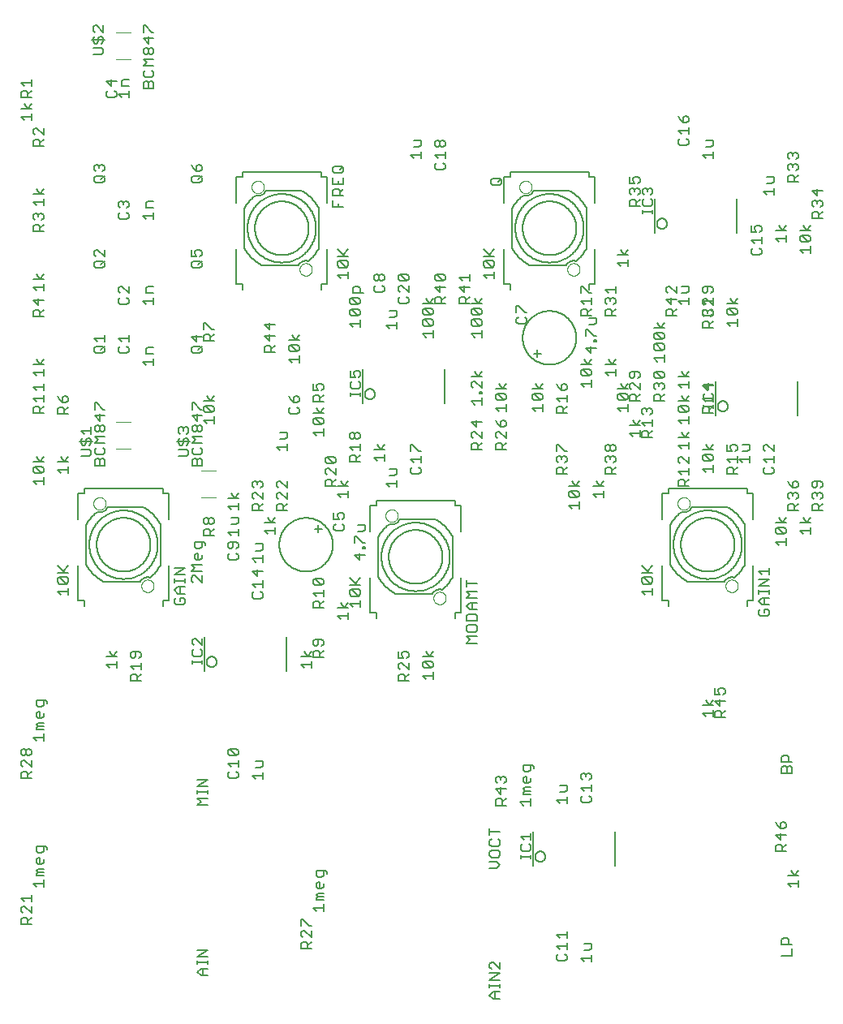
<source format=gto>
G75*
%MOIN*%
%OFA0B0*%
%FSLAX25Y25*%
%IPPOS*%
%LPD*%
%AMOC8*
5,1,8,0,0,1.08239X$1,22.5*
%
%ADD10C,0.00800*%
%ADD11C,0.00400*%
%ADD12C,0.00600*%
D10*
X0044696Y0060888D02*
X0044696Y0062990D01*
X0045397Y0063691D01*
X0046798Y0063691D01*
X0047499Y0062990D01*
X0047499Y0060888D01*
X0048900Y0060888D02*
X0044696Y0060888D01*
X0047499Y0062289D02*
X0048900Y0063691D01*
X0048900Y0065492D02*
X0046098Y0068295D01*
X0045397Y0068295D01*
X0044696Y0067594D01*
X0044696Y0066193D01*
X0045397Y0065492D01*
X0048900Y0065492D02*
X0048900Y0068295D01*
X0048900Y0070096D02*
X0048900Y0072898D01*
X0048900Y0071497D02*
X0044696Y0071497D01*
X0046098Y0070096D01*
X0051098Y0076284D02*
X0049696Y0077685D01*
X0053900Y0077685D01*
X0053900Y0076284D02*
X0053900Y0079087D01*
X0053900Y0080888D02*
X0051098Y0080888D01*
X0051098Y0081589D01*
X0051798Y0082289D01*
X0051098Y0082990D01*
X0051798Y0083691D01*
X0053900Y0083691D01*
X0053900Y0082289D02*
X0051798Y0082289D01*
X0051798Y0085492D02*
X0051098Y0086193D01*
X0051098Y0087594D01*
X0051798Y0088295D01*
X0052499Y0088295D01*
X0052499Y0085492D01*
X0053199Y0085492D02*
X0051798Y0085492D01*
X0053199Y0085492D02*
X0053900Y0086193D01*
X0053900Y0087594D01*
X0053199Y0090096D02*
X0053900Y0090797D01*
X0053900Y0092898D01*
X0054601Y0092898D02*
X0051098Y0092898D01*
X0051098Y0090797D01*
X0051798Y0090096D01*
X0053199Y0090096D01*
X0055301Y0091497D02*
X0055301Y0092198D01*
X0054601Y0092898D01*
X0048900Y0120888D02*
X0044696Y0120888D01*
X0044696Y0122990D01*
X0045397Y0123691D01*
X0046798Y0123691D01*
X0047499Y0122990D01*
X0047499Y0120888D01*
X0047499Y0122289D02*
X0048900Y0123691D01*
X0048900Y0125492D02*
X0046098Y0128295D01*
X0045397Y0128295D01*
X0044696Y0127594D01*
X0044696Y0126193D01*
X0045397Y0125492D01*
X0048900Y0125492D02*
X0048900Y0128295D01*
X0048199Y0130096D02*
X0047499Y0130096D01*
X0046798Y0130797D01*
X0046798Y0132198D01*
X0047499Y0132898D01*
X0048199Y0132898D01*
X0048900Y0132198D01*
X0048900Y0130797D01*
X0048199Y0130096D01*
X0046798Y0130797D02*
X0046098Y0130096D01*
X0045397Y0130096D01*
X0044696Y0130797D01*
X0044696Y0132198D01*
X0045397Y0132898D01*
X0046098Y0132898D01*
X0046798Y0132198D01*
X0051098Y0136284D02*
X0049696Y0137685D01*
X0053900Y0137685D01*
X0053900Y0136284D02*
X0053900Y0139087D01*
X0053900Y0140888D02*
X0051098Y0140888D01*
X0051098Y0141589D01*
X0051798Y0142289D01*
X0051098Y0142990D01*
X0051798Y0143691D01*
X0053900Y0143691D01*
X0053900Y0142289D02*
X0051798Y0142289D01*
X0051798Y0145492D02*
X0051098Y0146193D01*
X0051098Y0147594D01*
X0051798Y0148295D01*
X0052499Y0148295D01*
X0052499Y0145492D01*
X0053199Y0145492D02*
X0051798Y0145492D01*
X0053199Y0145492D02*
X0053900Y0146193D01*
X0053900Y0147594D01*
X0053199Y0150096D02*
X0053900Y0150797D01*
X0053900Y0152898D01*
X0054601Y0152898D02*
X0051098Y0152898D01*
X0051098Y0150797D01*
X0051798Y0150096D01*
X0053199Y0150096D01*
X0055301Y0151497D02*
X0055301Y0152198D01*
X0054601Y0152898D01*
X0079696Y0167661D02*
X0083900Y0167661D01*
X0083900Y0169062D02*
X0083900Y0166259D01*
X0081098Y0166259D02*
X0079696Y0167661D01*
X0079696Y0170863D02*
X0083900Y0170863D01*
X0082499Y0170863D02*
X0081098Y0172965D01*
X0082499Y0170863D02*
X0083900Y0172965D01*
X0089696Y0172198D02*
X0089696Y0170797D01*
X0090397Y0170096D01*
X0091098Y0170096D01*
X0091798Y0170797D01*
X0091798Y0172898D01*
X0090397Y0172898D02*
X0089696Y0172198D01*
X0090397Y0172898D02*
X0093199Y0172898D01*
X0093900Y0172198D01*
X0093900Y0170797D01*
X0093199Y0170096D01*
X0093900Y0168295D02*
X0093900Y0165492D01*
X0093900Y0166893D02*
X0089696Y0166893D01*
X0091098Y0165492D01*
X0091798Y0163691D02*
X0092499Y0162990D01*
X0092499Y0160888D01*
X0093900Y0160888D02*
X0089696Y0160888D01*
X0089696Y0162990D01*
X0090397Y0163691D01*
X0091798Y0163691D01*
X0092499Y0162289D02*
X0093900Y0163691D01*
X0114946Y0167923D02*
X0114946Y0169324D01*
X0114946Y0168623D02*
X0119150Y0168623D01*
X0119150Y0167923D02*
X0119150Y0169324D01*
X0118449Y0170992D02*
X0119150Y0171693D01*
X0119150Y0173094D01*
X0118449Y0173795D01*
X0119150Y0175596D02*
X0116348Y0178398D01*
X0115647Y0178398D01*
X0114946Y0177698D01*
X0114946Y0176297D01*
X0115647Y0175596D01*
X0115647Y0173795D02*
X0114946Y0173094D01*
X0114946Y0171693D01*
X0115647Y0170992D01*
X0118449Y0170992D01*
X0119150Y0175596D02*
X0119150Y0178398D01*
X0111290Y0192130D02*
X0108488Y0192130D01*
X0107787Y0192831D01*
X0107787Y0194232D01*
X0108488Y0194932D01*
X0109889Y0194932D02*
X0109889Y0193531D01*
X0109889Y0194932D02*
X0111290Y0194932D01*
X0111991Y0194232D01*
X0111991Y0192831D01*
X0111290Y0192130D01*
X0111991Y0196734D02*
X0109188Y0196734D01*
X0107787Y0198135D01*
X0109188Y0199536D01*
X0111991Y0199536D01*
X0111991Y0201338D02*
X0111991Y0202739D01*
X0111991Y0202038D02*
X0107787Y0202038D01*
X0107787Y0201338D02*
X0107787Y0202739D01*
X0107787Y0204407D02*
X0111991Y0207209D01*
X0107787Y0207209D01*
X0105501Y0208335D02*
X0105501Y0193769D01*
X0102942Y0193769D01*
X0102942Y0191603D01*
X0109889Y0196734D02*
X0109889Y0199536D01*
X0114696Y0201985D02*
X0115397Y0201284D01*
X0114696Y0201985D02*
X0114696Y0203386D01*
X0115397Y0204087D01*
X0116098Y0204087D01*
X0118900Y0201284D01*
X0118900Y0204087D01*
X0118900Y0205888D02*
X0114696Y0205888D01*
X0116098Y0207289D01*
X0114696Y0208691D01*
X0118900Y0208691D01*
X0118199Y0210492D02*
X0116798Y0210492D01*
X0116098Y0211193D01*
X0116098Y0212594D01*
X0116798Y0213295D01*
X0117499Y0213295D01*
X0117499Y0210492D01*
X0118199Y0210492D02*
X0118900Y0211193D01*
X0118900Y0212594D01*
X0118199Y0215096D02*
X0118900Y0215797D01*
X0118900Y0217898D01*
X0119601Y0217898D02*
X0116098Y0217898D01*
X0116098Y0215797D01*
X0116798Y0215096D01*
X0118199Y0215096D01*
X0120301Y0216497D02*
X0120301Y0217198D01*
X0119601Y0217898D01*
X0119696Y0220492D02*
X0119696Y0222594D01*
X0120397Y0223295D01*
X0121798Y0223295D01*
X0122499Y0222594D01*
X0122499Y0220492D01*
X0123900Y0220492D02*
X0119696Y0220492D01*
X0122499Y0221893D02*
X0123900Y0223295D01*
X0123199Y0225096D02*
X0122499Y0225096D01*
X0121798Y0225797D01*
X0121798Y0227198D01*
X0122499Y0227898D01*
X0123199Y0227898D01*
X0123900Y0227198D01*
X0123900Y0225797D01*
X0123199Y0225096D01*
X0121798Y0225797D02*
X0121098Y0225096D01*
X0120397Y0225096D01*
X0119696Y0225797D01*
X0119696Y0227198D01*
X0120397Y0227898D01*
X0121098Y0227898D01*
X0121798Y0227198D01*
X0131098Y0227898D02*
X0133900Y0227898D01*
X0133900Y0225797D01*
X0133199Y0225096D01*
X0131098Y0225096D01*
X0133900Y0223295D02*
X0133900Y0220492D01*
X0133900Y0221893D02*
X0129696Y0221893D01*
X0131098Y0220492D01*
X0131798Y0217898D02*
X0131798Y0215797D01*
X0131098Y0215096D01*
X0130397Y0215096D01*
X0129696Y0215797D01*
X0129696Y0217198D01*
X0130397Y0217898D01*
X0133199Y0217898D01*
X0133900Y0217198D01*
X0133900Y0215797D01*
X0133199Y0215096D01*
X0133199Y0213295D02*
X0133900Y0212594D01*
X0133900Y0211193D01*
X0133199Y0210492D01*
X0130397Y0210492D01*
X0129696Y0211193D01*
X0129696Y0212594D01*
X0130397Y0213295D01*
X0139696Y0211101D02*
X0143900Y0211101D01*
X0143900Y0209700D02*
X0143900Y0212502D01*
X0143199Y0214304D02*
X0143900Y0215005D01*
X0143900Y0217106D01*
X0141098Y0217106D01*
X0141098Y0214304D02*
X0143199Y0214304D01*
X0139696Y0211101D02*
X0141098Y0209700D01*
X0141798Y0206710D02*
X0141798Y0203908D01*
X0139696Y0206010D01*
X0143900Y0206010D01*
X0143900Y0202106D02*
X0143900Y0199304D01*
X0143900Y0200705D02*
X0139696Y0200705D01*
X0141098Y0199304D01*
X0140397Y0197502D02*
X0139696Y0196802D01*
X0139696Y0195401D01*
X0140397Y0194700D01*
X0143199Y0194700D01*
X0143900Y0195401D01*
X0143900Y0196802D01*
X0143199Y0197502D01*
X0146098Y0221259D02*
X0144696Y0222661D01*
X0148900Y0222661D01*
X0148900Y0224062D02*
X0148900Y0221259D01*
X0148900Y0225863D02*
X0144696Y0225863D01*
X0146098Y0227965D02*
X0147499Y0225863D01*
X0148900Y0227965D01*
X0149696Y0230888D02*
X0149696Y0232990D01*
X0150397Y0233691D01*
X0151798Y0233691D01*
X0152499Y0232990D01*
X0152499Y0230888D01*
X0153900Y0230888D02*
X0149696Y0230888D01*
X0152499Y0232289D02*
X0153900Y0233691D01*
X0153900Y0235492D02*
X0151098Y0238295D01*
X0150397Y0238295D01*
X0149696Y0237594D01*
X0149696Y0236193D01*
X0150397Y0235492D01*
X0153900Y0235492D02*
X0153900Y0238295D01*
X0153900Y0240096D02*
X0151098Y0242898D01*
X0150397Y0242898D01*
X0149696Y0242198D01*
X0149696Y0240797D01*
X0150397Y0240096D01*
X0153900Y0240096D02*
X0153900Y0242898D01*
X0143900Y0242198D02*
X0143900Y0240797D01*
X0143199Y0240096D01*
X0143900Y0238295D02*
X0143900Y0235492D01*
X0141098Y0238295D01*
X0140397Y0238295D01*
X0139696Y0237594D01*
X0139696Y0236193D01*
X0140397Y0235492D01*
X0140397Y0233691D02*
X0141798Y0233691D01*
X0142499Y0232990D01*
X0142499Y0230888D01*
X0143900Y0230888D02*
X0139696Y0230888D01*
X0139696Y0232990D01*
X0140397Y0233691D01*
X0142499Y0232289D02*
X0143900Y0233691D01*
X0140397Y0240096D02*
X0139696Y0240797D01*
X0139696Y0242198D01*
X0140397Y0242898D01*
X0141098Y0242898D01*
X0141798Y0242198D01*
X0142499Y0242898D01*
X0143199Y0242898D01*
X0143900Y0242198D01*
X0141798Y0242198D02*
X0141798Y0241497D01*
X0133900Y0237965D02*
X0132499Y0235863D01*
X0131098Y0237965D01*
X0129696Y0235863D02*
X0133900Y0235863D01*
X0133900Y0234062D02*
X0133900Y0231259D01*
X0133900Y0232661D02*
X0129696Y0232661D01*
X0131098Y0231259D01*
X0119195Y0249301D02*
X0114992Y0249301D01*
X0114992Y0251403D01*
X0115692Y0252103D01*
X0116393Y0252103D01*
X0117093Y0251403D01*
X0117093Y0249301D01*
X0117093Y0251403D02*
X0117794Y0252103D01*
X0118495Y0252103D01*
X0119195Y0251403D01*
X0119195Y0249301D01*
X0118495Y0253905D02*
X0115692Y0253905D01*
X0114992Y0254605D01*
X0114992Y0256007D01*
X0115692Y0256707D01*
X0114992Y0258509D02*
X0116393Y0259910D01*
X0114992Y0261311D01*
X0119195Y0261311D01*
X0118495Y0263113D02*
X0117794Y0263113D01*
X0117093Y0263813D01*
X0117093Y0265214D01*
X0117794Y0265915D01*
X0118495Y0265915D01*
X0119195Y0265214D01*
X0119195Y0263813D01*
X0118495Y0263113D01*
X0117093Y0263813D02*
X0116393Y0263113D01*
X0115692Y0263113D01*
X0114992Y0263813D01*
X0114992Y0265214D01*
X0115692Y0265915D01*
X0116393Y0265915D01*
X0117093Y0265214D01*
X0117093Y0267716D02*
X0114992Y0269818D01*
X0119195Y0269818D01*
X0119696Y0268057D02*
X0123900Y0268057D01*
X0123900Y0266656D02*
X0123900Y0269458D01*
X0123199Y0271259D02*
X0120397Y0274062D01*
X0123199Y0274062D01*
X0123900Y0273361D01*
X0123900Y0271960D01*
X0123199Y0271259D01*
X0120397Y0271259D01*
X0119696Y0271960D01*
X0119696Y0273361D01*
X0120397Y0274062D01*
X0119696Y0275863D02*
X0123900Y0275863D01*
X0122499Y0275863D02*
X0121098Y0277965D01*
X0122499Y0275863D02*
X0123900Y0277965D01*
X0119195Y0272320D02*
X0118495Y0272320D01*
X0115692Y0275123D01*
X0114992Y0275123D01*
X0114992Y0272320D01*
X0117093Y0270519D02*
X0117093Y0267716D01*
X0119696Y0268057D02*
X0121098Y0266656D01*
X0113487Y0264422D02*
X0113487Y0263021D01*
X0112786Y0262320D01*
X0112786Y0260519D02*
X0112085Y0260519D01*
X0111385Y0259818D01*
X0111385Y0258417D01*
X0110684Y0257717D01*
X0109984Y0257717D01*
X0109283Y0258417D01*
X0109283Y0259818D01*
X0109984Y0260519D01*
X0109984Y0262320D02*
X0109283Y0263021D01*
X0109283Y0264422D01*
X0109984Y0265123D01*
X0110684Y0265123D01*
X0111385Y0264422D01*
X0112085Y0265123D01*
X0112786Y0265123D01*
X0113487Y0264422D01*
X0111385Y0264422D02*
X0111385Y0263722D01*
X0112786Y0260519D02*
X0113487Y0259818D01*
X0113487Y0258417D01*
X0112786Y0257717D01*
X0112786Y0255915D02*
X0109283Y0255915D01*
X0109283Y0253113D02*
X0112786Y0253113D01*
X0113487Y0253813D01*
X0113487Y0255214D01*
X0112786Y0255915D01*
X0114992Y0258509D02*
X0119195Y0258509D01*
X0118495Y0256707D02*
X0119195Y0256007D01*
X0119195Y0254605D01*
X0118495Y0253905D01*
X0114187Y0259118D02*
X0108582Y0259118D01*
X0102942Y0240028D02*
X0102942Y0237863D01*
X0105501Y0237863D01*
X0105501Y0227233D01*
X0102154Y0224871D02*
X0102154Y0208729D01*
X0107787Y0204407D02*
X0111991Y0204407D01*
X0097627Y0203316D02*
X0097513Y0203345D01*
X0097399Y0203371D01*
X0097284Y0203394D01*
X0097168Y0203412D01*
X0097051Y0203427D01*
X0096935Y0203437D01*
X0096817Y0203444D01*
X0096700Y0203447D01*
X0096583Y0203446D01*
X0096465Y0203441D01*
X0096348Y0203432D01*
X0096232Y0203419D01*
X0096116Y0203403D01*
X0096000Y0203382D01*
X0095885Y0203358D01*
X0095771Y0203330D01*
X0095659Y0203298D01*
X0095547Y0203262D01*
X0095436Y0203223D01*
X0095327Y0203180D01*
X0095219Y0203133D01*
X0095113Y0203083D01*
X0095009Y0203030D01*
X0094906Y0202973D01*
X0094806Y0202912D01*
X0094707Y0202848D01*
X0094611Y0202781D01*
X0094517Y0202711D01*
X0094425Y0202638D01*
X0094336Y0202562D01*
X0094250Y0202482D01*
X0094166Y0202400D01*
X0094084Y0202316D01*
X0094006Y0202228D01*
X0093931Y0202138D01*
X0093859Y0202046D01*
X0093789Y0201951D01*
X0093724Y0201854D01*
X0093661Y0201755D01*
X0093601Y0201654D01*
X0093546Y0201550D01*
X0093493Y0201446D01*
X0078729Y0201446D01*
X0071446Y0208729D02*
X0071446Y0224871D01*
X0068099Y0227233D02*
X0068099Y0237863D01*
X0070658Y0237863D01*
X0070658Y0240028D01*
X0102942Y0240028D01*
X0094871Y0232154D02*
X0080107Y0232154D01*
X0080054Y0232050D01*
X0079999Y0231946D01*
X0079939Y0231845D01*
X0079876Y0231746D01*
X0079811Y0231649D01*
X0079741Y0231554D01*
X0079669Y0231462D01*
X0079594Y0231372D01*
X0079516Y0231284D01*
X0079434Y0231200D01*
X0079350Y0231118D01*
X0079264Y0231038D01*
X0079175Y0230962D01*
X0079083Y0230889D01*
X0078989Y0230819D01*
X0078893Y0230752D01*
X0078794Y0230688D01*
X0078694Y0230627D01*
X0078591Y0230570D01*
X0078487Y0230517D01*
X0078381Y0230467D01*
X0078273Y0230420D01*
X0078164Y0230377D01*
X0078053Y0230338D01*
X0077941Y0230302D01*
X0077829Y0230270D01*
X0077715Y0230242D01*
X0077600Y0230218D01*
X0077484Y0230197D01*
X0077368Y0230181D01*
X0077252Y0230168D01*
X0077135Y0230159D01*
X0077017Y0230154D01*
X0076900Y0230153D01*
X0076783Y0230156D01*
X0076665Y0230163D01*
X0076549Y0230173D01*
X0076432Y0230188D01*
X0076316Y0230206D01*
X0076201Y0230229D01*
X0076087Y0230255D01*
X0075973Y0230284D01*
X0075678Y0230054D01*
X0075388Y0229817D01*
X0075104Y0229573D01*
X0074825Y0229323D01*
X0074553Y0229066D01*
X0074286Y0228802D01*
X0074026Y0228533D01*
X0073773Y0228257D01*
X0073526Y0227976D01*
X0073285Y0227688D01*
X0073052Y0227395D01*
X0072826Y0227097D01*
X0072606Y0226793D01*
X0072394Y0226485D01*
X0072189Y0226171D01*
X0071992Y0225853D01*
X0071802Y0225530D01*
X0071620Y0225203D01*
X0071446Y0224871D01*
X0068099Y0208335D02*
X0068099Y0193769D01*
X0070658Y0193769D01*
X0070658Y0191603D01*
X0063998Y0196105D02*
X0063998Y0198907D01*
X0063998Y0197506D02*
X0059795Y0197506D01*
X0061196Y0196105D01*
X0060495Y0200709D02*
X0059795Y0201409D01*
X0059795Y0202810D01*
X0060495Y0203511D01*
X0063298Y0200709D01*
X0063998Y0201409D01*
X0063998Y0202810D01*
X0063298Y0203511D01*
X0060495Y0203511D01*
X0059795Y0205313D02*
X0063998Y0205313D01*
X0062597Y0205313D02*
X0059795Y0208115D01*
X0061897Y0206013D02*
X0063998Y0208115D01*
X0063298Y0200709D02*
X0060495Y0200709D01*
X0094871Y0232154D02*
X0095239Y0231955D01*
X0095602Y0231747D01*
X0095959Y0231531D01*
X0096312Y0231305D01*
X0096659Y0231072D01*
X0097000Y0230830D01*
X0097336Y0230580D01*
X0097665Y0230322D01*
X0097988Y0230056D01*
X0098304Y0229782D01*
X0098614Y0229501D01*
X0098917Y0229212D01*
X0099212Y0228917D01*
X0099501Y0228614D01*
X0099782Y0228304D01*
X0100056Y0227988D01*
X0100322Y0227665D01*
X0100580Y0227336D01*
X0100830Y0227000D01*
X0101072Y0226659D01*
X0101305Y0226312D01*
X0101531Y0225959D01*
X0101747Y0225602D01*
X0101955Y0225239D01*
X0102154Y0224871D01*
X0102154Y0208729D02*
X0101980Y0208397D01*
X0101798Y0208070D01*
X0101608Y0207747D01*
X0101411Y0207429D01*
X0101206Y0207115D01*
X0100994Y0206807D01*
X0100774Y0206503D01*
X0100548Y0206205D01*
X0100315Y0205912D01*
X0100074Y0205624D01*
X0099827Y0205343D01*
X0099574Y0205067D01*
X0099314Y0204798D01*
X0099047Y0204534D01*
X0098775Y0204277D01*
X0098496Y0204027D01*
X0098212Y0203783D01*
X0097922Y0203546D01*
X0097627Y0203316D01*
X0075776Y0216800D02*
X0075779Y0217071D01*
X0075789Y0217341D01*
X0075806Y0217611D01*
X0075829Y0217881D01*
X0075859Y0218149D01*
X0075895Y0218418D01*
X0075938Y0218685D01*
X0075988Y0218951D01*
X0076044Y0219215D01*
X0076106Y0219479D01*
X0076175Y0219740D01*
X0076251Y0220000D01*
X0076332Y0220258D01*
X0076420Y0220514D01*
X0076515Y0220767D01*
X0076615Y0221019D01*
X0076722Y0221267D01*
X0076834Y0221513D01*
X0076953Y0221757D01*
X0077078Y0221997D01*
X0077208Y0222234D01*
X0077344Y0222467D01*
X0077486Y0222698D01*
X0077634Y0222925D01*
X0077787Y0223148D01*
X0077945Y0223367D01*
X0078109Y0223582D01*
X0078278Y0223794D01*
X0078453Y0224001D01*
X0078632Y0224203D01*
X0078816Y0224401D01*
X0079005Y0224595D01*
X0079199Y0224784D01*
X0079397Y0224968D01*
X0079599Y0225147D01*
X0079806Y0225322D01*
X0080018Y0225491D01*
X0080233Y0225655D01*
X0080452Y0225813D01*
X0080675Y0225966D01*
X0080902Y0226114D01*
X0081133Y0226256D01*
X0081366Y0226392D01*
X0081603Y0226522D01*
X0081843Y0226647D01*
X0082087Y0226766D01*
X0082333Y0226878D01*
X0082581Y0226985D01*
X0082833Y0227085D01*
X0083086Y0227180D01*
X0083342Y0227268D01*
X0083600Y0227349D01*
X0083860Y0227425D01*
X0084121Y0227494D01*
X0084385Y0227556D01*
X0084649Y0227612D01*
X0084915Y0227662D01*
X0085182Y0227705D01*
X0085451Y0227741D01*
X0085719Y0227771D01*
X0085989Y0227794D01*
X0086259Y0227811D01*
X0086529Y0227821D01*
X0086800Y0227824D01*
X0087071Y0227821D01*
X0087341Y0227811D01*
X0087611Y0227794D01*
X0087881Y0227771D01*
X0088149Y0227741D01*
X0088418Y0227705D01*
X0088685Y0227662D01*
X0088951Y0227612D01*
X0089215Y0227556D01*
X0089479Y0227494D01*
X0089740Y0227425D01*
X0090000Y0227349D01*
X0090258Y0227268D01*
X0090514Y0227180D01*
X0090767Y0227085D01*
X0091019Y0226985D01*
X0091267Y0226878D01*
X0091513Y0226766D01*
X0091757Y0226647D01*
X0091997Y0226522D01*
X0092234Y0226392D01*
X0092467Y0226256D01*
X0092698Y0226114D01*
X0092925Y0225966D01*
X0093148Y0225813D01*
X0093367Y0225655D01*
X0093582Y0225491D01*
X0093794Y0225322D01*
X0094001Y0225147D01*
X0094203Y0224968D01*
X0094401Y0224784D01*
X0094595Y0224595D01*
X0094784Y0224401D01*
X0094968Y0224203D01*
X0095147Y0224001D01*
X0095322Y0223794D01*
X0095491Y0223582D01*
X0095655Y0223367D01*
X0095813Y0223148D01*
X0095966Y0222925D01*
X0096114Y0222698D01*
X0096256Y0222467D01*
X0096392Y0222234D01*
X0096522Y0221997D01*
X0096647Y0221757D01*
X0096766Y0221513D01*
X0096878Y0221267D01*
X0096985Y0221019D01*
X0097085Y0220767D01*
X0097180Y0220514D01*
X0097268Y0220258D01*
X0097349Y0220000D01*
X0097425Y0219740D01*
X0097494Y0219479D01*
X0097556Y0219215D01*
X0097612Y0218951D01*
X0097662Y0218685D01*
X0097705Y0218418D01*
X0097741Y0218149D01*
X0097771Y0217881D01*
X0097794Y0217611D01*
X0097811Y0217341D01*
X0097821Y0217071D01*
X0097824Y0216800D01*
X0097821Y0216529D01*
X0097811Y0216259D01*
X0097794Y0215989D01*
X0097771Y0215719D01*
X0097741Y0215451D01*
X0097705Y0215182D01*
X0097662Y0214915D01*
X0097612Y0214649D01*
X0097556Y0214385D01*
X0097494Y0214121D01*
X0097425Y0213860D01*
X0097349Y0213600D01*
X0097268Y0213342D01*
X0097180Y0213086D01*
X0097085Y0212833D01*
X0096985Y0212581D01*
X0096878Y0212333D01*
X0096766Y0212087D01*
X0096647Y0211843D01*
X0096522Y0211603D01*
X0096392Y0211366D01*
X0096256Y0211133D01*
X0096114Y0210902D01*
X0095966Y0210675D01*
X0095813Y0210452D01*
X0095655Y0210233D01*
X0095491Y0210018D01*
X0095322Y0209806D01*
X0095147Y0209599D01*
X0094968Y0209397D01*
X0094784Y0209199D01*
X0094595Y0209005D01*
X0094401Y0208816D01*
X0094203Y0208632D01*
X0094001Y0208453D01*
X0093794Y0208278D01*
X0093582Y0208109D01*
X0093367Y0207945D01*
X0093148Y0207787D01*
X0092925Y0207634D01*
X0092698Y0207486D01*
X0092467Y0207344D01*
X0092234Y0207208D01*
X0091997Y0207078D01*
X0091757Y0206953D01*
X0091513Y0206834D01*
X0091267Y0206722D01*
X0091019Y0206615D01*
X0090767Y0206515D01*
X0090514Y0206420D01*
X0090258Y0206332D01*
X0090000Y0206251D01*
X0089740Y0206175D01*
X0089479Y0206106D01*
X0089215Y0206044D01*
X0088951Y0205988D01*
X0088685Y0205938D01*
X0088418Y0205895D01*
X0088149Y0205859D01*
X0087881Y0205829D01*
X0087611Y0205806D01*
X0087341Y0205789D01*
X0087071Y0205779D01*
X0086800Y0205776D01*
X0086529Y0205779D01*
X0086259Y0205789D01*
X0085989Y0205806D01*
X0085719Y0205829D01*
X0085451Y0205859D01*
X0085182Y0205895D01*
X0084915Y0205938D01*
X0084649Y0205988D01*
X0084385Y0206044D01*
X0084121Y0206106D01*
X0083860Y0206175D01*
X0083600Y0206251D01*
X0083342Y0206332D01*
X0083086Y0206420D01*
X0082833Y0206515D01*
X0082581Y0206615D01*
X0082333Y0206722D01*
X0082087Y0206834D01*
X0081843Y0206953D01*
X0081603Y0207078D01*
X0081366Y0207208D01*
X0081133Y0207344D01*
X0080902Y0207486D01*
X0080675Y0207634D01*
X0080452Y0207787D01*
X0080233Y0207945D01*
X0080018Y0208109D01*
X0079806Y0208278D01*
X0079599Y0208453D01*
X0079397Y0208632D01*
X0079199Y0208816D01*
X0079005Y0209005D01*
X0078816Y0209199D01*
X0078632Y0209397D01*
X0078453Y0209599D01*
X0078278Y0209806D01*
X0078109Y0210018D01*
X0077945Y0210233D01*
X0077787Y0210452D01*
X0077634Y0210675D01*
X0077486Y0210902D01*
X0077344Y0211133D01*
X0077208Y0211366D01*
X0077078Y0211603D01*
X0076953Y0211843D01*
X0076834Y0212087D01*
X0076722Y0212333D01*
X0076615Y0212581D01*
X0076515Y0212833D01*
X0076420Y0213086D01*
X0076332Y0213342D01*
X0076251Y0213600D01*
X0076175Y0213860D01*
X0076106Y0214121D01*
X0076044Y0214385D01*
X0075988Y0214649D01*
X0075938Y0214915D01*
X0075895Y0215182D01*
X0075859Y0215451D01*
X0075829Y0215719D01*
X0075806Y0215989D01*
X0075789Y0216259D01*
X0075779Y0216529D01*
X0075776Y0216800D01*
X0072725Y0216800D02*
X0072729Y0217145D01*
X0072742Y0217491D01*
X0072763Y0217835D01*
X0072793Y0218180D01*
X0072831Y0218523D01*
X0072877Y0218865D01*
X0072932Y0219206D01*
X0072995Y0219546D01*
X0073067Y0219884D01*
X0073147Y0220220D01*
X0073235Y0220554D01*
X0073331Y0220886D01*
X0073435Y0221215D01*
X0073548Y0221542D01*
X0073668Y0221866D01*
X0073796Y0222186D01*
X0073932Y0222504D01*
X0074076Y0222818D01*
X0074228Y0223128D01*
X0074387Y0223435D01*
X0074554Y0223738D01*
X0074727Y0224036D01*
X0074909Y0224330D01*
X0075097Y0224620D01*
X0075292Y0224905D01*
X0075495Y0225184D01*
X0075704Y0225459D01*
X0075920Y0225729D01*
X0076142Y0225993D01*
X0076371Y0226252D01*
X0076606Y0226505D01*
X0076847Y0226753D01*
X0077095Y0226994D01*
X0077348Y0227229D01*
X0077607Y0227458D01*
X0077871Y0227680D01*
X0078141Y0227896D01*
X0078416Y0228105D01*
X0078695Y0228308D01*
X0078980Y0228503D01*
X0079270Y0228691D01*
X0079564Y0228873D01*
X0079862Y0229046D01*
X0080165Y0229213D01*
X0080472Y0229372D01*
X0080782Y0229524D01*
X0081096Y0229668D01*
X0081414Y0229804D01*
X0081734Y0229932D01*
X0082058Y0230052D01*
X0082385Y0230165D01*
X0082714Y0230269D01*
X0083046Y0230365D01*
X0083380Y0230453D01*
X0083716Y0230533D01*
X0084054Y0230605D01*
X0084394Y0230668D01*
X0084735Y0230723D01*
X0085077Y0230769D01*
X0085420Y0230807D01*
X0085765Y0230837D01*
X0086109Y0230858D01*
X0086455Y0230871D01*
X0086800Y0230875D01*
X0087145Y0230871D01*
X0087491Y0230858D01*
X0087835Y0230837D01*
X0088180Y0230807D01*
X0088523Y0230769D01*
X0088865Y0230723D01*
X0089206Y0230668D01*
X0089546Y0230605D01*
X0089884Y0230533D01*
X0090220Y0230453D01*
X0090554Y0230365D01*
X0090886Y0230269D01*
X0091215Y0230165D01*
X0091542Y0230052D01*
X0091866Y0229932D01*
X0092186Y0229804D01*
X0092504Y0229668D01*
X0092818Y0229524D01*
X0093128Y0229372D01*
X0093435Y0229213D01*
X0093738Y0229046D01*
X0094036Y0228873D01*
X0094330Y0228691D01*
X0094620Y0228503D01*
X0094905Y0228308D01*
X0095184Y0228105D01*
X0095459Y0227896D01*
X0095729Y0227680D01*
X0095993Y0227458D01*
X0096252Y0227229D01*
X0096505Y0226994D01*
X0096753Y0226753D01*
X0096994Y0226505D01*
X0097229Y0226252D01*
X0097458Y0225993D01*
X0097680Y0225729D01*
X0097896Y0225459D01*
X0098105Y0225184D01*
X0098308Y0224905D01*
X0098503Y0224620D01*
X0098691Y0224330D01*
X0098873Y0224036D01*
X0099046Y0223738D01*
X0099213Y0223435D01*
X0099372Y0223128D01*
X0099524Y0222818D01*
X0099668Y0222504D01*
X0099804Y0222186D01*
X0099932Y0221866D01*
X0100052Y0221542D01*
X0100165Y0221215D01*
X0100269Y0220886D01*
X0100365Y0220554D01*
X0100453Y0220220D01*
X0100533Y0219884D01*
X0100605Y0219546D01*
X0100668Y0219206D01*
X0100723Y0218865D01*
X0100769Y0218523D01*
X0100807Y0218180D01*
X0100837Y0217835D01*
X0100858Y0217491D01*
X0100871Y0217145D01*
X0100875Y0216800D01*
X0100871Y0216455D01*
X0100858Y0216109D01*
X0100837Y0215765D01*
X0100807Y0215420D01*
X0100769Y0215077D01*
X0100723Y0214735D01*
X0100668Y0214394D01*
X0100605Y0214054D01*
X0100533Y0213716D01*
X0100453Y0213380D01*
X0100365Y0213046D01*
X0100269Y0212714D01*
X0100165Y0212385D01*
X0100052Y0212058D01*
X0099932Y0211734D01*
X0099804Y0211414D01*
X0099668Y0211096D01*
X0099524Y0210782D01*
X0099372Y0210472D01*
X0099213Y0210165D01*
X0099046Y0209862D01*
X0098873Y0209564D01*
X0098691Y0209270D01*
X0098503Y0208980D01*
X0098308Y0208695D01*
X0098105Y0208416D01*
X0097896Y0208141D01*
X0097680Y0207871D01*
X0097458Y0207607D01*
X0097229Y0207348D01*
X0096994Y0207095D01*
X0096753Y0206847D01*
X0096505Y0206606D01*
X0096252Y0206371D01*
X0095993Y0206142D01*
X0095729Y0205920D01*
X0095459Y0205704D01*
X0095184Y0205495D01*
X0094905Y0205292D01*
X0094620Y0205097D01*
X0094330Y0204909D01*
X0094036Y0204727D01*
X0093738Y0204554D01*
X0093435Y0204387D01*
X0093128Y0204228D01*
X0092818Y0204076D01*
X0092504Y0203932D01*
X0092186Y0203796D01*
X0091866Y0203668D01*
X0091542Y0203548D01*
X0091215Y0203435D01*
X0090886Y0203331D01*
X0090554Y0203235D01*
X0090220Y0203147D01*
X0089884Y0203067D01*
X0089546Y0202995D01*
X0089206Y0202932D01*
X0088865Y0202877D01*
X0088523Y0202831D01*
X0088180Y0202793D01*
X0087835Y0202763D01*
X0087491Y0202742D01*
X0087145Y0202729D01*
X0086800Y0202725D01*
X0086455Y0202729D01*
X0086109Y0202742D01*
X0085765Y0202763D01*
X0085420Y0202793D01*
X0085077Y0202831D01*
X0084735Y0202877D01*
X0084394Y0202932D01*
X0084054Y0202995D01*
X0083716Y0203067D01*
X0083380Y0203147D01*
X0083046Y0203235D01*
X0082714Y0203331D01*
X0082385Y0203435D01*
X0082058Y0203548D01*
X0081734Y0203668D01*
X0081414Y0203796D01*
X0081096Y0203932D01*
X0080782Y0204076D01*
X0080472Y0204228D01*
X0080165Y0204387D01*
X0079862Y0204554D01*
X0079564Y0204727D01*
X0079270Y0204909D01*
X0078980Y0205097D01*
X0078695Y0205292D01*
X0078416Y0205495D01*
X0078141Y0205704D01*
X0077871Y0205920D01*
X0077607Y0206142D01*
X0077348Y0206371D01*
X0077095Y0206606D01*
X0076847Y0206847D01*
X0076606Y0207095D01*
X0076371Y0207348D01*
X0076142Y0207607D01*
X0075920Y0207871D01*
X0075704Y0208141D01*
X0075495Y0208416D01*
X0075292Y0208695D01*
X0075097Y0208980D01*
X0074909Y0209270D01*
X0074727Y0209564D01*
X0074554Y0209862D01*
X0074387Y0210165D01*
X0074228Y0210472D01*
X0074076Y0210782D01*
X0073932Y0211096D01*
X0073796Y0211414D01*
X0073668Y0211734D01*
X0073548Y0212058D01*
X0073435Y0212385D01*
X0073331Y0212714D01*
X0073235Y0213046D01*
X0073147Y0213380D01*
X0073067Y0213716D01*
X0072995Y0214054D01*
X0072932Y0214394D01*
X0072877Y0214735D01*
X0072831Y0215077D01*
X0072793Y0215420D01*
X0072763Y0215765D01*
X0072742Y0216109D01*
X0072729Y0216455D01*
X0072725Y0216800D01*
X0071446Y0208729D02*
X0071645Y0208361D01*
X0071853Y0207998D01*
X0072069Y0207641D01*
X0072295Y0207288D01*
X0072528Y0206941D01*
X0072770Y0206600D01*
X0073020Y0206264D01*
X0073278Y0205935D01*
X0073544Y0205612D01*
X0073818Y0205296D01*
X0074099Y0204986D01*
X0074388Y0204683D01*
X0074683Y0204388D01*
X0074986Y0204099D01*
X0075296Y0203818D01*
X0075612Y0203544D01*
X0075935Y0203278D01*
X0076264Y0203020D01*
X0076600Y0202770D01*
X0076941Y0202528D01*
X0077288Y0202295D01*
X0077641Y0202069D01*
X0077998Y0201853D01*
X0078361Y0201645D01*
X0078729Y0201446D01*
X0053900Y0241656D02*
X0053900Y0244458D01*
X0053900Y0243057D02*
X0049696Y0243057D01*
X0051098Y0241656D01*
X0050397Y0246259D02*
X0049696Y0246960D01*
X0049696Y0248361D01*
X0050397Y0249062D01*
X0053199Y0246259D01*
X0053900Y0246960D01*
X0053900Y0248361D01*
X0053199Y0249062D01*
X0050397Y0249062D01*
X0049696Y0250863D02*
X0053900Y0250863D01*
X0052499Y0250863D02*
X0051098Y0252965D01*
X0052499Y0250863D02*
X0053900Y0252965D01*
X0053199Y0246259D02*
X0050397Y0246259D01*
X0059696Y0247661D02*
X0063900Y0247661D01*
X0063900Y0249062D02*
X0063900Y0246259D01*
X0061098Y0246259D02*
X0059696Y0247661D01*
X0059696Y0250863D02*
X0063900Y0250863D01*
X0062499Y0250863D02*
X0061098Y0252965D01*
X0062499Y0250863D02*
X0063900Y0252965D01*
X0069283Y0253113D02*
X0072786Y0253113D01*
X0073487Y0253813D01*
X0073487Y0255214D01*
X0072786Y0255915D01*
X0069283Y0255915D01*
X0069984Y0257717D02*
X0069283Y0258417D01*
X0069283Y0259818D01*
X0069984Y0260519D01*
X0071385Y0259818D02*
X0071385Y0258417D01*
X0070684Y0257717D01*
X0069984Y0257717D01*
X0068582Y0259118D02*
X0074187Y0259118D01*
X0073487Y0259818D02*
X0073487Y0258417D01*
X0072786Y0257717D01*
X0073487Y0259818D02*
X0072786Y0260519D01*
X0072085Y0260519D01*
X0071385Y0259818D01*
X0070684Y0262320D02*
X0069283Y0263722D01*
X0073487Y0263722D01*
X0073487Y0265123D02*
X0073487Y0262320D01*
X0074992Y0261311D02*
X0079195Y0261311D01*
X0078495Y0263113D02*
X0077794Y0263113D01*
X0077093Y0263813D01*
X0077093Y0265214D01*
X0077794Y0265915D01*
X0078495Y0265915D01*
X0079195Y0265214D01*
X0079195Y0263813D01*
X0078495Y0263113D01*
X0077093Y0263813D02*
X0076393Y0263113D01*
X0075692Y0263113D01*
X0074992Y0263813D01*
X0074992Y0265214D01*
X0075692Y0265915D01*
X0076393Y0265915D01*
X0077093Y0265214D01*
X0077093Y0267716D02*
X0077093Y0270519D01*
X0074992Y0269818D02*
X0077093Y0267716D01*
X0074992Y0269818D02*
X0079195Y0269818D01*
X0079195Y0272320D02*
X0078495Y0272320D01*
X0075692Y0275123D01*
X0074992Y0275123D01*
X0074992Y0272320D01*
X0074992Y0261311D02*
X0076393Y0259910D01*
X0074992Y0258509D01*
X0079195Y0258509D01*
X0078495Y0256707D02*
X0079195Y0256007D01*
X0079195Y0254605D01*
X0078495Y0253905D01*
X0075692Y0253905D01*
X0074992Y0254605D01*
X0074992Y0256007D01*
X0075692Y0256707D01*
X0075692Y0252103D02*
X0076393Y0252103D01*
X0077093Y0251403D01*
X0077093Y0249301D01*
X0074992Y0249301D02*
X0074992Y0251403D01*
X0075692Y0252103D01*
X0077093Y0251403D02*
X0077794Y0252103D01*
X0078495Y0252103D01*
X0079195Y0251403D01*
X0079195Y0249301D01*
X0074992Y0249301D01*
X0063900Y0270492D02*
X0059696Y0270492D01*
X0059696Y0272594D01*
X0060397Y0273295D01*
X0061798Y0273295D01*
X0062499Y0272594D01*
X0062499Y0270492D01*
X0062499Y0271893D02*
X0063900Y0273295D01*
X0063199Y0275096D02*
X0063900Y0275797D01*
X0063900Y0277198D01*
X0063199Y0277898D01*
X0062499Y0277898D01*
X0061798Y0277198D01*
X0061798Y0275096D01*
X0063199Y0275096D01*
X0061798Y0275096D02*
X0060397Y0276497D01*
X0059696Y0277898D01*
X0053900Y0278295D02*
X0053900Y0275492D01*
X0053900Y0276893D02*
X0049696Y0276893D01*
X0051098Y0275492D01*
X0051798Y0273691D02*
X0052499Y0272990D01*
X0052499Y0270888D01*
X0053900Y0270888D02*
X0049696Y0270888D01*
X0049696Y0272990D01*
X0050397Y0273691D01*
X0051798Y0273691D01*
X0052499Y0272289D02*
X0053900Y0273691D01*
X0053900Y0280096D02*
X0053900Y0282898D01*
X0053900Y0281497D02*
X0049696Y0281497D01*
X0051098Y0280096D01*
X0051098Y0286259D02*
X0049696Y0287661D01*
X0053900Y0287661D01*
X0053900Y0289062D02*
X0053900Y0286259D01*
X0053900Y0290863D02*
X0049696Y0290863D01*
X0051098Y0292965D02*
X0052499Y0290863D01*
X0053900Y0292965D01*
X0053900Y0310492D02*
X0049696Y0310492D01*
X0049696Y0312594D01*
X0050397Y0313295D01*
X0051798Y0313295D01*
X0052499Y0312594D01*
X0052499Y0310492D01*
X0052499Y0311893D02*
X0053900Y0313295D01*
X0051798Y0315096D02*
X0051798Y0317898D01*
X0049696Y0317198D02*
X0051798Y0315096D01*
X0053900Y0317198D02*
X0049696Y0317198D01*
X0051098Y0321259D02*
X0049696Y0322661D01*
X0053900Y0322661D01*
X0053900Y0324062D02*
X0053900Y0321259D01*
X0053900Y0325863D02*
X0049696Y0325863D01*
X0051098Y0327965D02*
X0052499Y0325863D01*
X0053900Y0327965D01*
X0053900Y0345492D02*
X0049696Y0345492D01*
X0049696Y0347594D01*
X0050397Y0348295D01*
X0051798Y0348295D01*
X0052499Y0347594D01*
X0052499Y0345492D01*
X0052499Y0346893D02*
X0053900Y0348295D01*
X0053199Y0350096D02*
X0053900Y0350797D01*
X0053900Y0352198D01*
X0053199Y0352898D01*
X0052499Y0352898D01*
X0051798Y0352198D01*
X0051798Y0351497D01*
X0051798Y0352198D02*
X0051098Y0352898D01*
X0050397Y0352898D01*
X0049696Y0352198D01*
X0049696Y0350797D01*
X0050397Y0350096D01*
X0051098Y0356259D02*
X0049696Y0357661D01*
X0053900Y0357661D01*
X0053900Y0359062D02*
X0053900Y0356259D01*
X0053900Y0360863D02*
X0049696Y0360863D01*
X0051098Y0362965D02*
X0052499Y0360863D01*
X0053900Y0362965D01*
X0053900Y0380492D02*
X0049696Y0380492D01*
X0049696Y0382594D01*
X0050397Y0383295D01*
X0051798Y0383295D01*
X0052499Y0382594D01*
X0052499Y0380492D01*
X0052499Y0381893D02*
X0053900Y0383295D01*
X0053900Y0385096D02*
X0051098Y0387898D01*
X0050397Y0387898D01*
X0049696Y0387198D01*
X0049696Y0385797D01*
X0050397Y0385096D01*
X0053900Y0385096D02*
X0053900Y0387898D01*
X0048900Y0391259D02*
X0048900Y0394062D01*
X0048900Y0392661D02*
X0044696Y0392661D01*
X0046098Y0391259D01*
X0047499Y0395863D02*
X0046098Y0397965D01*
X0047499Y0395863D02*
X0048900Y0397965D01*
X0048900Y0395863D02*
X0044696Y0395863D01*
X0044696Y0400492D02*
X0044696Y0402594D01*
X0045397Y0403295D01*
X0046798Y0403295D01*
X0047499Y0402594D01*
X0047499Y0400492D01*
X0048900Y0400492D02*
X0044696Y0400492D01*
X0047499Y0401893D02*
X0048900Y0403295D01*
X0048900Y0405096D02*
X0048900Y0407898D01*
X0048900Y0406497D02*
X0044696Y0406497D01*
X0046098Y0405096D01*
X0073582Y0424118D02*
X0079187Y0424118D01*
X0078487Y0424818D02*
X0077786Y0425519D01*
X0077085Y0425519D01*
X0076385Y0424818D01*
X0076385Y0423417D01*
X0075684Y0422717D01*
X0074984Y0422717D01*
X0074283Y0423417D01*
X0074283Y0424818D01*
X0074984Y0425519D01*
X0074984Y0427320D02*
X0074283Y0428021D01*
X0074283Y0429422D01*
X0074984Y0430123D01*
X0075684Y0430123D01*
X0078487Y0427320D01*
X0078487Y0430123D01*
X0078487Y0424818D02*
X0078487Y0423417D01*
X0077786Y0422717D01*
X0077786Y0420915D02*
X0074283Y0420915D01*
X0074283Y0418113D02*
X0077786Y0418113D01*
X0078487Y0418813D01*
X0078487Y0420214D01*
X0077786Y0420915D01*
X0081798Y0407898D02*
X0081798Y0405096D01*
X0079696Y0407198D01*
X0083900Y0407198D01*
X0086098Y0407198D02*
X0086798Y0407898D01*
X0088900Y0407898D01*
X0088900Y0405096D02*
X0086098Y0405096D01*
X0086098Y0407198D01*
X0088900Y0403295D02*
X0088900Y0400492D01*
X0088900Y0401893D02*
X0084696Y0401893D01*
X0086098Y0400492D01*
X0083900Y0401193D02*
X0083900Y0402594D01*
X0083199Y0403295D01*
X0083900Y0401193D02*
X0083199Y0400492D01*
X0080397Y0400492D01*
X0079696Y0401193D01*
X0079696Y0402594D01*
X0080397Y0403295D01*
X0094992Y0404301D02*
X0094992Y0406403D01*
X0095692Y0407103D01*
X0096393Y0407103D01*
X0097093Y0406403D01*
X0097093Y0404301D01*
X0094992Y0404301D02*
X0099195Y0404301D01*
X0099195Y0406403D01*
X0098495Y0407103D01*
X0097794Y0407103D01*
X0097093Y0406403D01*
X0095692Y0408905D02*
X0098495Y0408905D01*
X0099195Y0409605D01*
X0099195Y0411007D01*
X0098495Y0411707D01*
X0099195Y0413509D02*
X0094992Y0413509D01*
X0096393Y0414910D01*
X0094992Y0416311D01*
X0099195Y0416311D01*
X0098495Y0418113D02*
X0097794Y0418113D01*
X0097093Y0418813D01*
X0097093Y0420214D01*
X0097794Y0420915D01*
X0098495Y0420915D01*
X0099195Y0420214D01*
X0099195Y0418813D01*
X0098495Y0418113D01*
X0097093Y0418813D02*
X0096393Y0418113D01*
X0095692Y0418113D01*
X0094992Y0418813D01*
X0094992Y0420214D01*
X0095692Y0420915D01*
X0096393Y0420915D01*
X0097093Y0420214D01*
X0097093Y0422716D02*
X0097093Y0425519D01*
X0094992Y0424818D02*
X0097093Y0422716D01*
X0094992Y0424818D02*
X0099195Y0424818D01*
X0099195Y0427320D02*
X0098495Y0427320D01*
X0095692Y0430123D01*
X0094992Y0430123D01*
X0094992Y0427320D01*
X0095692Y0411707D02*
X0094992Y0411007D01*
X0094992Y0409605D01*
X0095692Y0408905D01*
X0078199Y0372898D02*
X0077499Y0372898D01*
X0076798Y0372198D01*
X0076798Y0371497D01*
X0076798Y0372198D02*
X0076098Y0372898D01*
X0075397Y0372898D01*
X0074696Y0372198D01*
X0074696Y0370797D01*
X0075397Y0370096D01*
X0075397Y0368295D02*
X0078199Y0368295D01*
X0078900Y0367594D01*
X0078900Y0366193D01*
X0078199Y0365492D01*
X0075397Y0365492D01*
X0074696Y0366193D01*
X0074696Y0367594D01*
X0075397Y0368295D01*
X0077499Y0366893D02*
X0078900Y0368295D01*
X0078199Y0370096D02*
X0078900Y0370797D01*
X0078900Y0372198D01*
X0078199Y0372898D01*
X0085397Y0357898D02*
X0086098Y0357898D01*
X0086798Y0357198D01*
X0087499Y0357898D01*
X0088199Y0357898D01*
X0088900Y0357198D01*
X0088900Y0355797D01*
X0088199Y0355096D01*
X0088199Y0353295D02*
X0088900Y0352594D01*
X0088900Y0351193D01*
X0088199Y0350492D01*
X0085397Y0350492D01*
X0084696Y0351193D01*
X0084696Y0352594D01*
X0085397Y0353295D01*
X0085397Y0355096D02*
X0084696Y0355797D01*
X0084696Y0357198D01*
X0085397Y0357898D01*
X0086798Y0357198D02*
X0086798Y0356497D01*
X0094696Y0351893D02*
X0098900Y0351893D01*
X0098900Y0350492D02*
X0098900Y0353295D01*
X0098900Y0355096D02*
X0096098Y0355096D01*
X0096098Y0357198D01*
X0096798Y0357898D01*
X0098900Y0357898D01*
X0094696Y0351893D02*
X0096098Y0350492D01*
X0078900Y0337898D02*
X0078900Y0335096D01*
X0076098Y0337898D01*
X0075397Y0337898D01*
X0074696Y0337198D01*
X0074696Y0335797D01*
X0075397Y0335096D01*
X0075397Y0333295D02*
X0078199Y0333295D01*
X0078900Y0332594D01*
X0078900Y0331193D01*
X0078199Y0330492D01*
X0075397Y0330492D01*
X0074696Y0331193D01*
X0074696Y0332594D01*
X0075397Y0333295D01*
X0077499Y0331893D02*
X0078900Y0333295D01*
X0085397Y0322898D02*
X0084696Y0322198D01*
X0084696Y0320797D01*
X0085397Y0320096D01*
X0085397Y0318295D02*
X0084696Y0317594D01*
X0084696Y0316193D01*
X0085397Y0315492D01*
X0088199Y0315492D01*
X0088900Y0316193D01*
X0088900Y0317594D01*
X0088199Y0318295D01*
X0088900Y0320096D02*
X0086098Y0322898D01*
X0085397Y0322898D01*
X0088900Y0322898D02*
X0088900Y0320096D01*
X0094696Y0316893D02*
X0098900Y0316893D01*
X0098900Y0315492D02*
X0098900Y0318295D01*
X0098900Y0320096D02*
X0096098Y0320096D01*
X0096098Y0322198D01*
X0096798Y0322898D01*
X0098900Y0322898D01*
X0094696Y0316893D02*
X0096098Y0315492D01*
X0088900Y0302898D02*
X0088900Y0300096D01*
X0088900Y0301497D02*
X0084696Y0301497D01*
X0086098Y0300096D01*
X0085397Y0298295D02*
X0084696Y0297594D01*
X0084696Y0296193D01*
X0085397Y0295492D01*
X0088199Y0295492D01*
X0088900Y0296193D01*
X0088900Y0297594D01*
X0088199Y0298295D01*
X0096098Y0297198D02*
X0096798Y0297898D01*
X0098900Y0297898D01*
X0098900Y0295096D02*
X0096098Y0295096D01*
X0096098Y0297198D01*
X0098900Y0293295D02*
X0098900Y0290492D01*
X0098900Y0291893D02*
X0094696Y0291893D01*
X0096098Y0290492D01*
X0078900Y0296193D02*
X0078199Y0295492D01*
X0075397Y0295492D01*
X0074696Y0296193D01*
X0074696Y0297594D01*
X0075397Y0298295D01*
X0078199Y0298295D01*
X0078900Y0297594D01*
X0078900Y0296193D01*
X0077499Y0296893D02*
X0078900Y0298295D01*
X0078900Y0300096D02*
X0078900Y0302898D01*
X0078900Y0301497D02*
X0074696Y0301497D01*
X0076098Y0300096D01*
X0114696Y0302198D02*
X0116798Y0300096D01*
X0116798Y0302898D01*
X0118900Y0302198D02*
X0114696Y0302198D01*
X0115397Y0298295D02*
X0118199Y0298295D01*
X0118900Y0297594D01*
X0118900Y0296193D01*
X0118199Y0295492D01*
X0115397Y0295492D01*
X0114696Y0296193D01*
X0114696Y0297594D01*
X0115397Y0298295D01*
X0117499Y0296893D02*
X0118900Y0298295D01*
X0119696Y0300492D02*
X0119696Y0302594D01*
X0120397Y0303295D01*
X0121798Y0303295D01*
X0122499Y0302594D01*
X0122499Y0300492D01*
X0123900Y0300492D02*
X0119696Y0300492D01*
X0122499Y0301893D02*
X0123900Y0303295D01*
X0123900Y0305096D02*
X0123199Y0305096D01*
X0120397Y0307898D01*
X0119696Y0307898D01*
X0119696Y0305096D01*
X0135658Y0321603D02*
X0135658Y0323769D01*
X0133099Y0323769D01*
X0133099Y0338335D01*
X0136446Y0338729D02*
X0136446Y0354871D01*
X0133099Y0357233D02*
X0133099Y0367863D01*
X0135658Y0367863D01*
X0135658Y0370028D01*
X0167942Y0370028D01*
X0167942Y0367863D01*
X0170501Y0367863D01*
X0170501Y0357233D01*
X0172787Y0358398D02*
X0172787Y0355595D01*
X0176991Y0355595D01*
X0174889Y0355595D02*
X0174889Y0356996D01*
X0175589Y0360199D02*
X0175589Y0362301D01*
X0174889Y0363002D01*
X0173488Y0363002D01*
X0172787Y0362301D01*
X0172787Y0360199D01*
X0176991Y0360199D01*
X0175589Y0361600D02*
X0176991Y0363002D01*
X0176991Y0364803D02*
X0176991Y0367606D01*
X0176290Y0369407D02*
X0176991Y0370108D01*
X0176991Y0371509D01*
X0176290Y0372209D01*
X0173488Y0372209D01*
X0172787Y0371509D01*
X0172787Y0370108D01*
X0173488Y0369407D01*
X0176290Y0369407D01*
X0175589Y0370808D02*
X0176991Y0372209D01*
X0172787Y0367606D02*
X0172787Y0364803D01*
X0176991Y0364803D01*
X0174889Y0364803D02*
X0174889Y0366204D01*
X0167154Y0354871D02*
X0167154Y0338729D01*
X0170501Y0338335D02*
X0170501Y0323769D01*
X0167942Y0323769D01*
X0167942Y0321603D01*
X0174795Y0327506D02*
X0178998Y0327506D01*
X0178998Y0326105D02*
X0178998Y0328907D01*
X0178298Y0330709D02*
X0175495Y0333511D01*
X0178298Y0333511D01*
X0178998Y0332810D01*
X0178998Y0331409D01*
X0178298Y0330709D01*
X0175495Y0330709D01*
X0174795Y0331409D01*
X0174795Y0332810D01*
X0175495Y0333511D01*
X0174795Y0335313D02*
X0178998Y0335313D01*
X0177597Y0335313D02*
X0174795Y0338115D01*
X0176897Y0336013D02*
X0178998Y0338115D01*
X0174795Y0327506D02*
X0176196Y0326105D01*
X0181098Y0322198D02*
X0181098Y0320096D01*
X0185301Y0320096D01*
X0183900Y0320096D02*
X0183900Y0322198D01*
X0183199Y0322898D01*
X0181798Y0322898D01*
X0181098Y0322198D01*
X0180397Y0318295D02*
X0183199Y0315492D01*
X0183900Y0316193D01*
X0183900Y0317594D01*
X0183199Y0318295D01*
X0180397Y0318295D01*
X0179696Y0317594D01*
X0179696Y0316193D01*
X0180397Y0315492D01*
X0183199Y0315492D01*
X0183199Y0313691D02*
X0183900Y0312990D01*
X0183900Y0311589D01*
X0183199Y0310888D01*
X0180397Y0313691D01*
X0183199Y0313691D01*
X0180397Y0313691D02*
X0179696Y0312990D01*
X0179696Y0311589D01*
X0180397Y0310888D01*
X0183199Y0310888D01*
X0183900Y0309087D02*
X0183900Y0306284D01*
X0183900Y0307685D02*
X0179696Y0307685D01*
X0181098Y0306284D01*
X0190397Y0320492D02*
X0193199Y0320492D01*
X0193900Y0321193D01*
X0193900Y0322594D01*
X0193199Y0323295D01*
X0193199Y0325096D02*
X0192499Y0325096D01*
X0191798Y0325797D01*
X0191798Y0327198D01*
X0192499Y0327898D01*
X0193199Y0327898D01*
X0193900Y0327198D01*
X0193900Y0325797D01*
X0193199Y0325096D01*
X0191798Y0325797D02*
X0191098Y0325096D01*
X0190397Y0325096D01*
X0189696Y0325797D01*
X0189696Y0327198D01*
X0190397Y0327898D01*
X0191098Y0327898D01*
X0191798Y0327198D01*
X0190397Y0323295D02*
X0189696Y0322594D01*
X0189696Y0321193D01*
X0190397Y0320492D01*
X0196098Y0312898D02*
X0198900Y0312898D01*
X0198900Y0310797D01*
X0198199Y0310096D01*
X0196098Y0310096D01*
X0198900Y0308295D02*
X0198900Y0305492D01*
X0198900Y0306893D02*
X0194696Y0306893D01*
X0196098Y0305492D01*
X0200397Y0315888D02*
X0203199Y0315888D01*
X0203900Y0316589D01*
X0203900Y0317990D01*
X0203199Y0318691D01*
X0203900Y0320492D02*
X0201098Y0323295D01*
X0200397Y0323295D01*
X0199696Y0322594D01*
X0199696Y0321193D01*
X0200397Y0320492D01*
X0200397Y0318691D02*
X0199696Y0317990D01*
X0199696Y0316589D01*
X0200397Y0315888D01*
X0203900Y0320492D02*
X0203900Y0323295D01*
X0203199Y0325096D02*
X0200397Y0327898D01*
X0203199Y0327898D01*
X0203900Y0327198D01*
X0203900Y0325797D01*
X0203199Y0325096D01*
X0200397Y0325096D01*
X0199696Y0325797D01*
X0199696Y0327198D01*
X0200397Y0327898D01*
X0211098Y0317965D02*
X0212499Y0315863D01*
X0213900Y0317965D01*
X0214696Y0317990D02*
X0215397Y0318691D01*
X0216798Y0318691D01*
X0217499Y0317990D01*
X0217499Y0315888D01*
X0218900Y0315888D02*
X0214696Y0315888D01*
X0214696Y0317990D01*
X0213900Y0315863D02*
X0209696Y0315863D01*
X0210397Y0314062D02*
X0209696Y0313361D01*
X0209696Y0311960D01*
X0210397Y0311259D01*
X0213199Y0311259D01*
X0210397Y0314062D01*
X0213199Y0314062D01*
X0213900Y0313361D01*
X0213900Y0311960D01*
X0213199Y0311259D01*
X0213199Y0309458D02*
X0213900Y0308757D01*
X0213900Y0307356D01*
X0213199Y0306656D01*
X0210397Y0309458D01*
X0213199Y0309458D01*
X0210397Y0309458D02*
X0209696Y0308757D01*
X0209696Y0307356D01*
X0210397Y0306656D01*
X0213199Y0306656D01*
X0213900Y0304854D02*
X0213900Y0302052D01*
X0213900Y0303453D02*
X0209696Y0303453D01*
X0211098Y0302052D01*
X0217499Y0317289D02*
X0218900Y0318691D01*
X0216798Y0320492D02*
X0216798Y0323295D01*
X0214696Y0322594D02*
X0216798Y0320492D01*
X0218900Y0322594D02*
X0214696Y0322594D01*
X0215397Y0325096D02*
X0214696Y0325797D01*
X0214696Y0327198D01*
X0215397Y0327898D01*
X0218199Y0325096D01*
X0218900Y0325797D01*
X0218900Y0327198D01*
X0218199Y0327898D01*
X0215397Y0327898D01*
X0215397Y0325096D02*
X0218199Y0325096D01*
X0224696Y0326497D02*
X0228900Y0326497D01*
X0228900Y0325096D02*
X0228900Y0327898D01*
X0226098Y0325096D02*
X0224696Y0326497D01*
X0226798Y0323295D02*
X0226798Y0320492D01*
X0224696Y0322594D01*
X0228900Y0322594D01*
X0228900Y0318691D02*
X0227499Y0317289D01*
X0227499Y0317990D02*
X0227499Y0315888D01*
X0228900Y0315888D02*
X0224696Y0315888D01*
X0224696Y0317990D01*
X0225397Y0318691D01*
X0226798Y0318691D01*
X0227499Y0317990D01*
X0229696Y0315863D02*
X0233900Y0315863D01*
X0232499Y0315863D02*
X0231098Y0317965D01*
X0232499Y0315863D02*
X0233900Y0317965D01*
X0233199Y0314062D02*
X0230397Y0314062D01*
X0233199Y0311259D01*
X0233900Y0311960D01*
X0233900Y0313361D01*
X0233199Y0314062D01*
X0230397Y0314062D02*
X0229696Y0313361D01*
X0229696Y0311960D01*
X0230397Y0311259D01*
X0233199Y0311259D01*
X0233199Y0309458D02*
X0233900Y0308757D01*
X0233900Y0307356D01*
X0233199Y0306656D01*
X0230397Y0309458D01*
X0233199Y0309458D01*
X0230397Y0309458D02*
X0229696Y0308757D01*
X0229696Y0307356D01*
X0230397Y0306656D01*
X0233199Y0306656D01*
X0233900Y0304854D02*
X0233900Y0302052D01*
X0233900Y0303453D02*
X0229696Y0303453D01*
X0231098Y0302052D01*
X0231098Y0287965D02*
X0232499Y0285863D01*
X0233900Y0287965D01*
X0233900Y0285863D02*
X0229696Y0285863D01*
X0230397Y0284062D02*
X0229696Y0283361D01*
X0229696Y0281960D01*
X0230397Y0281259D01*
X0230397Y0284062D02*
X0231098Y0284062D01*
X0233900Y0281259D01*
X0233900Y0284062D01*
X0233900Y0279658D02*
X0233900Y0278957D01*
X0233199Y0278957D01*
X0233199Y0279658D01*
X0233900Y0279658D01*
X0233900Y0277156D02*
X0233900Y0274354D01*
X0233900Y0275755D02*
X0229696Y0275755D01*
X0231098Y0274354D01*
X0231798Y0267898D02*
X0231798Y0265096D01*
X0229696Y0267198D01*
X0233900Y0267198D01*
X0233900Y0263295D02*
X0233900Y0260492D01*
X0231098Y0263295D01*
X0230397Y0263295D01*
X0229696Y0262594D01*
X0229696Y0261193D01*
X0230397Y0260492D01*
X0230397Y0258691D02*
X0231798Y0258691D01*
X0232499Y0257990D01*
X0232499Y0255888D01*
X0233900Y0255888D02*
X0229696Y0255888D01*
X0229696Y0257990D01*
X0230397Y0258691D01*
X0232499Y0257289D02*
X0233900Y0258691D01*
X0239696Y0257990D02*
X0240397Y0258691D01*
X0241798Y0258691D01*
X0242499Y0257990D01*
X0242499Y0255888D01*
X0243900Y0255888D02*
X0239696Y0255888D01*
X0239696Y0257990D01*
X0240397Y0260492D02*
X0239696Y0261193D01*
X0239696Y0262594D01*
X0240397Y0263295D01*
X0241098Y0263295D01*
X0243900Y0260492D01*
X0243900Y0263295D01*
X0243199Y0265096D02*
X0243900Y0265797D01*
X0243900Y0267198D01*
X0243199Y0267898D01*
X0242499Y0267898D01*
X0241798Y0267198D01*
X0241798Y0265096D01*
X0243199Y0265096D01*
X0241798Y0265096D02*
X0240397Y0266497D01*
X0239696Y0267898D01*
X0241098Y0271656D02*
X0239696Y0273057D01*
X0243900Y0273057D01*
X0243900Y0271656D02*
X0243900Y0274458D01*
X0243199Y0276259D02*
X0240397Y0279062D01*
X0243199Y0279062D01*
X0243900Y0278361D01*
X0243900Y0276960D01*
X0243199Y0276259D01*
X0240397Y0276259D01*
X0239696Y0276960D01*
X0239696Y0278361D01*
X0240397Y0279062D01*
X0239696Y0280863D02*
X0243900Y0280863D01*
X0242499Y0280863D02*
X0241098Y0282965D01*
X0242499Y0280863D02*
X0243900Y0282965D01*
X0254696Y0280863D02*
X0258900Y0280863D01*
X0257499Y0280863D02*
X0256098Y0282965D01*
X0257499Y0280863D02*
X0258900Y0282965D01*
X0258199Y0279062D02*
X0255397Y0279062D01*
X0258199Y0276259D01*
X0258900Y0276960D01*
X0258900Y0278361D01*
X0258199Y0279062D01*
X0255397Y0279062D02*
X0254696Y0278361D01*
X0254696Y0276960D01*
X0255397Y0276259D01*
X0258199Y0276259D01*
X0258900Y0274458D02*
X0258900Y0271656D01*
X0258900Y0273057D02*
X0254696Y0273057D01*
X0256098Y0271656D01*
X0264696Y0270888D02*
X0264696Y0272990D01*
X0265397Y0273691D01*
X0266798Y0273691D01*
X0267499Y0272990D01*
X0267499Y0270888D01*
X0268900Y0270888D02*
X0264696Y0270888D01*
X0267499Y0272289D02*
X0268900Y0273691D01*
X0268900Y0275492D02*
X0268900Y0278295D01*
X0268900Y0276893D02*
X0264696Y0276893D01*
X0266098Y0275492D01*
X0266798Y0280096D02*
X0266798Y0282198D01*
X0267499Y0282898D01*
X0268199Y0282898D01*
X0268900Y0282198D01*
X0268900Y0280797D01*
X0268199Y0280096D01*
X0266798Y0280096D01*
X0265397Y0281497D01*
X0264696Y0282898D01*
X0274696Y0283057D02*
X0278900Y0283057D01*
X0278900Y0281656D02*
X0278900Y0284458D01*
X0278199Y0286259D02*
X0275397Y0289062D01*
X0278199Y0289062D01*
X0278900Y0288361D01*
X0278900Y0286960D01*
X0278199Y0286259D01*
X0275397Y0286259D01*
X0274696Y0286960D01*
X0274696Y0288361D01*
X0275397Y0289062D01*
X0274696Y0290863D02*
X0278900Y0290863D01*
X0277499Y0290863D02*
X0276098Y0292965D01*
X0277499Y0290863D02*
X0278900Y0292965D01*
X0278798Y0295586D02*
X0278798Y0298389D01*
X0276696Y0297688D02*
X0278798Y0295586D01*
X0280900Y0297688D02*
X0276696Y0297688D01*
X0280199Y0300190D02*
X0280199Y0300891D01*
X0280900Y0300891D01*
X0280900Y0300190D01*
X0280199Y0300190D01*
X0280199Y0302492D02*
X0280900Y0302492D01*
X0280199Y0302492D02*
X0277397Y0305295D01*
X0276696Y0305295D01*
X0276696Y0302492D01*
X0278098Y0307096D02*
X0280199Y0307096D01*
X0280900Y0307797D01*
X0280900Y0309898D01*
X0278098Y0309898D01*
X0277499Y0310888D02*
X0277499Y0312990D01*
X0276798Y0313691D01*
X0275397Y0313691D01*
X0274696Y0312990D01*
X0274696Y0310888D01*
X0278900Y0310888D01*
X0277499Y0312289D02*
X0278900Y0313691D01*
X0278900Y0315492D02*
X0278900Y0318295D01*
X0278900Y0316893D02*
X0274696Y0316893D01*
X0276098Y0315492D01*
X0274696Y0320096D02*
X0274696Y0322898D01*
X0275397Y0322898D01*
X0278199Y0320096D01*
X0278900Y0320096D01*
X0277942Y0321603D02*
X0277942Y0323769D01*
X0280501Y0323769D01*
X0280501Y0338335D01*
X0277154Y0338729D02*
X0277154Y0354871D01*
X0280501Y0357233D02*
X0280501Y0367863D01*
X0277942Y0367863D01*
X0277942Y0370028D01*
X0245658Y0370028D01*
X0245658Y0367863D01*
X0243099Y0367863D01*
X0243099Y0357233D01*
X0246446Y0354871D02*
X0246446Y0338729D01*
X0243099Y0338335D02*
X0243099Y0323769D01*
X0245658Y0323769D01*
X0245658Y0321603D01*
X0248196Y0314898D02*
X0248897Y0314898D01*
X0251699Y0312096D01*
X0252400Y0312096D01*
X0251699Y0310295D02*
X0252400Y0309594D01*
X0252400Y0308193D01*
X0251699Y0307492D01*
X0248897Y0307492D01*
X0248196Y0308193D01*
X0248196Y0309594D01*
X0248897Y0310295D01*
X0248196Y0312096D02*
X0248196Y0314898D01*
X0238998Y0326105D02*
X0238998Y0328907D01*
X0238998Y0327506D02*
X0234795Y0327506D01*
X0236196Y0326105D01*
X0235495Y0330709D02*
X0234795Y0331409D01*
X0234795Y0332810D01*
X0235495Y0333511D01*
X0238298Y0330709D01*
X0238998Y0331409D01*
X0238998Y0332810D01*
X0238298Y0333511D01*
X0235495Y0333511D01*
X0234795Y0335313D02*
X0238998Y0335313D01*
X0237597Y0335313D02*
X0234795Y0338115D01*
X0236897Y0336013D02*
X0238998Y0338115D01*
X0238298Y0330709D02*
X0235495Y0330709D01*
X0253729Y0331446D02*
X0268493Y0331446D01*
X0268546Y0331550D01*
X0268601Y0331654D01*
X0268661Y0331755D01*
X0268724Y0331854D01*
X0268789Y0331951D01*
X0268859Y0332046D01*
X0268931Y0332138D01*
X0269006Y0332228D01*
X0269084Y0332316D01*
X0269166Y0332400D01*
X0269250Y0332482D01*
X0269336Y0332562D01*
X0269425Y0332638D01*
X0269517Y0332711D01*
X0269611Y0332781D01*
X0269707Y0332848D01*
X0269806Y0332912D01*
X0269906Y0332973D01*
X0270009Y0333030D01*
X0270113Y0333083D01*
X0270219Y0333133D01*
X0270327Y0333180D01*
X0270436Y0333223D01*
X0270547Y0333262D01*
X0270659Y0333298D01*
X0270771Y0333330D01*
X0270885Y0333358D01*
X0271000Y0333382D01*
X0271116Y0333403D01*
X0271232Y0333419D01*
X0271348Y0333432D01*
X0271465Y0333441D01*
X0271583Y0333446D01*
X0271700Y0333447D01*
X0271817Y0333444D01*
X0271935Y0333437D01*
X0272051Y0333427D01*
X0272168Y0333412D01*
X0272284Y0333394D01*
X0272399Y0333371D01*
X0272513Y0333345D01*
X0272627Y0333316D01*
X0272922Y0333546D01*
X0273212Y0333783D01*
X0273496Y0334027D01*
X0273775Y0334277D01*
X0274047Y0334534D01*
X0274314Y0334798D01*
X0274574Y0335067D01*
X0274827Y0335343D01*
X0275074Y0335624D01*
X0275315Y0335912D01*
X0275548Y0336205D01*
X0275774Y0336503D01*
X0275994Y0336807D01*
X0276206Y0337115D01*
X0276411Y0337429D01*
X0276608Y0337747D01*
X0276798Y0338070D01*
X0276980Y0338397D01*
X0277154Y0338729D01*
X0289696Y0335863D02*
X0293900Y0335863D01*
X0292499Y0335863D02*
X0291098Y0337965D01*
X0292499Y0335863D02*
X0293900Y0337965D01*
X0293900Y0334062D02*
X0293900Y0331259D01*
X0293900Y0332661D02*
X0289696Y0332661D01*
X0291098Y0331259D01*
X0288900Y0322898D02*
X0288900Y0320096D01*
X0288900Y0321497D02*
X0284696Y0321497D01*
X0286098Y0320096D01*
X0286098Y0318295D02*
X0286798Y0317594D01*
X0287499Y0318295D01*
X0288199Y0318295D01*
X0288900Y0317594D01*
X0288900Y0316193D01*
X0288199Y0315492D01*
X0288900Y0313691D02*
X0287499Y0312289D01*
X0287499Y0312990D02*
X0287499Y0310888D01*
X0288900Y0310888D02*
X0284696Y0310888D01*
X0284696Y0312990D01*
X0285397Y0313691D01*
X0286798Y0313691D01*
X0287499Y0312990D01*
X0285397Y0315492D02*
X0284696Y0316193D01*
X0284696Y0317594D01*
X0285397Y0318295D01*
X0286098Y0318295D01*
X0286798Y0317594D02*
X0286798Y0316893D01*
X0304696Y0305863D02*
X0308900Y0305863D01*
X0307499Y0305863D02*
X0306098Y0307965D01*
X0307499Y0305863D02*
X0308900Y0307965D01*
X0309696Y0310888D02*
X0309696Y0312990D01*
X0310397Y0313691D01*
X0311798Y0313691D01*
X0312499Y0312990D01*
X0312499Y0310888D01*
X0313900Y0310888D02*
X0309696Y0310888D01*
X0312499Y0312289D02*
X0313900Y0313691D01*
X0311798Y0315492D02*
X0311798Y0318295D01*
X0313900Y0317594D02*
X0309696Y0317594D01*
X0311798Y0315492D01*
X0314696Y0316893D02*
X0318900Y0316893D01*
X0318900Y0315492D02*
X0318900Y0318295D01*
X0318199Y0320096D02*
X0318900Y0320797D01*
X0318900Y0322898D01*
X0316098Y0322898D01*
X0313900Y0322898D02*
X0313900Y0320096D01*
X0311098Y0322898D01*
X0310397Y0322898D01*
X0309696Y0322198D01*
X0309696Y0320797D01*
X0310397Y0320096D01*
X0314696Y0316893D02*
X0316098Y0315492D01*
X0316098Y0320096D02*
X0318199Y0320096D01*
X0324696Y0320797D02*
X0325397Y0320096D01*
X0326098Y0320096D01*
X0326798Y0320797D01*
X0326798Y0322898D01*
X0328199Y0322898D02*
X0325397Y0322898D01*
X0324696Y0322198D01*
X0324696Y0320797D01*
X0325397Y0317898D02*
X0324696Y0317198D01*
X0324696Y0315797D01*
X0325397Y0315096D01*
X0326098Y0315492D02*
X0324696Y0316893D01*
X0328900Y0316893D01*
X0328900Y0317898D02*
X0328900Y0315096D01*
X0326098Y0317898D01*
X0325397Y0317898D01*
X0328900Y0318295D02*
X0328900Y0315492D01*
X0328199Y0313691D02*
X0328900Y0312990D01*
X0328900Y0311589D01*
X0328199Y0310888D01*
X0325397Y0310888D01*
X0324696Y0311589D01*
X0324696Y0312990D01*
X0325397Y0313691D01*
X0325397Y0313295D02*
X0326098Y0313295D01*
X0326798Y0312594D01*
X0327499Y0313295D01*
X0328199Y0313295D01*
X0328900Y0312594D01*
X0328900Y0311193D01*
X0328199Y0310492D01*
X0328900Y0308691D02*
X0327499Y0307289D01*
X0327499Y0307990D02*
X0327499Y0305888D01*
X0328900Y0305888D02*
X0324696Y0305888D01*
X0324696Y0307990D01*
X0325397Y0308691D01*
X0326798Y0308691D01*
X0327499Y0307990D01*
X0325397Y0310492D02*
X0324696Y0311193D01*
X0324696Y0312594D01*
X0325397Y0313295D01*
X0326798Y0312594D02*
X0326798Y0311893D01*
X0334696Y0311960D02*
X0334696Y0313361D01*
X0335397Y0314062D01*
X0338199Y0311259D01*
X0338900Y0311960D01*
X0338900Y0313361D01*
X0338199Y0314062D01*
X0335397Y0314062D01*
X0334696Y0315863D02*
X0338900Y0315863D01*
X0337499Y0315863D02*
X0336098Y0317965D01*
X0337499Y0315863D02*
X0338900Y0317965D01*
X0338199Y0311259D02*
X0335397Y0311259D01*
X0334696Y0311960D01*
X0334696Y0308057D02*
X0338900Y0308057D01*
X0338900Y0306656D02*
X0338900Y0309458D01*
X0336098Y0306656D02*
X0334696Y0308057D01*
X0328199Y0320096D02*
X0328900Y0320797D01*
X0328900Y0322198D01*
X0328199Y0322898D01*
X0344696Y0336589D02*
X0345397Y0335888D01*
X0348199Y0335888D01*
X0348900Y0336589D01*
X0348900Y0337990D01*
X0348199Y0338691D01*
X0348900Y0340492D02*
X0348900Y0343295D01*
X0348900Y0341893D02*
X0344696Y0341893D01*
X0346098Y0340492D01*
X0345397Y0338691D02*
X0344696Y0337990D01*
X0344696Y0336589D01*
X0344696Y0345096D02*
X0346798Y0345096D01*
X0346098Y0346497D01*
X0346098Y0347198D01*
X0346798Y0347898D01*
X0348199Y0347898D01*
X0348900Y0347198D01*
X0348900Y0345797D01*
X0348199Y0345096D01*
X0344696Y0345096D02*
X0344696Y0347898D01*
X0354696Y0345863D02*
X0358900Y0345863D01*
X0357499Y0345863D02*
X0358900Y0347965D01*
X0357499Y0345863D02*
X0356098Y0347965D01*
X0358900Y0344062D02*
X0358900Y0341259D01*
X0358900Y0342661D02*
X0354696Y0342661D01*
X0356098Y0341259D01*
X0364696Y0341960D02*
X0364696Y0343361D01*
X0365397Y0344062D01*
X0368199Y0341259D01*
X0368900Y0341960D01*
X0368900Y0343361D01*
X0368199Y0344062D01*
X0365397Y0344062D01*
X0364696Y0345863D02*
X0368900Y0345863D01*
X0367499Y0345863D02*
X0366098Y0347965D01*
X0367499Y0345863D02*
X0368900Y0347965D01*
X0369696Y0350888D02*
X0369696Y0352990D01*
X0370397Y0353691D01*
X0371798Y0353691D01*
X0372499Y0352990D01*
X0372499Y0350888D01*
X0373900Y0350888D02*
X0369696Y0350888D01*
X0372499Y0352289D02*
X0373900Y0353691D01*
X0373199Y0355492D02*
X0373900Y0356193D01*
X0373900Y0357594D01*
X0373199Y0358295D01*
X0372499Y0358295D01*
X0371798Y0357594D01*
X0371798Y0356893D01*
X0371798Y0357594D02*
X0371098Y0358295D01*
X0370397Y0358295D01*
X0369696Y0357594D01*
X0369696Y0356193D01*
X0370397Y0355492D01*
X0371798Y0360096D02*
X0371798Y0362898D01*
X0369696Y0362198D02*
X0371798Y0360096D01*
X0373900Y0362198D02*
X0369696Y0362198D01*
X0363900Y0365888D02*
X0359696Y0365888D01*
X0359696Y0367990D01*
X0360397Y0368691D01*
X0361798Y0368691D01*
X0362499Y0367990D01*
X0362499Y0365888D01*
X0362499Y0367289D02*
X0363900Y0368691D01*
X0363199Y0370492D02*
X0363900Y0371193D01*
X0363900Y0372594D01*
X0363199Y0373295D01*
X0362499Y0373295D01*
X0361798Y0372594D01*
X0361798Y0371893D01*
X0361798Y0372594D02*
X0361098Y0373295D01*
X0360397Y0373295D01*
X0359696Y0372594D01*
X0359696Y0371193D01*
X0360397Y0370492D01*
X0360397Y0375096D02*
X0359696Y0375797D01*
X0359696Y0377198D01*
X0360397Y0377898D01*
X0361098Y0377898D01*
X0361798Y0377198D01*
X0362499Y0377898D01*
X0363199Y0377898D01*
X0363900Y0377198D01*
X0363900Y0375797D01*
X0363199Y0375096D01*
X0361798Y0376497D02*
X0361798Y0377198D01*
X0353900Y0367898D02*
X0351098Y0367898D01*
X0351098Y0365096D02*
X0353199Y0365096D01*
X0353900Y0365797D01*
X0353900Y0367898D01*
X0353900Y0363295D02*
X0353900Y0360492D01*
X0353900Y0361893D02*
X0349696Y0361893D01*
X0351098Y0360492D01*
X0364696Y0341960D02*
X0365397Y0341259D01*
X0368199Y0341259D01*
X0368900Y0339458D02*
X0368900Y0336656D01*
X0368900Y0338057D02*
X0364696Y0338057D01*
X0366098Y0336656D01*
X0328900Y0375492D02*
X0328900Y0378295D01*
X0328900Y0376893D02*
X0324696Y0376893D01*
X0326098Y0375492D01*
X0326098Y0380096D02*
X0328199Y0380096D01*
X0328900Y0380797D01*
X0328900Y0382898D01*
X0326098Y0382898D01*
X0318900Y0382990D02*
X0318199Y0383691D01*
X0318900Y0382990D02*
X0318900Y0381589D01*
X0318199Y0380888D01*
X0315397Y0380888D01*
X0314696Y0381589D01*
X0314696Y0382990D01*
X0315397Y0383691D01*
X0316098Y0385492D02*
X0314696Y0386893D01*
X0318900Y0386893D01*
X0318900Y0385492D02*
X0318900Y0388295D01*
X0318199Y0390096D02*
X0318900Y0390797D01*
X0318900Y0392198D01*
X0318199Y0392898D01*
X0317499Y0392898D01*
X0316798Y0392198D01*
X0316798Y0390096D01*
X0318199Y0390096D01*
X0316798Y0390096D02*
X0315397Y0391497D01*
X0314696Y0392898D01*
X0298199Y0367898D02*
X0298900Y0367198D01*
X0298900Y0365797D01*
X0298199Y0365096D01*
X0296798Y0365096D02*
X0296098Y0366497D01*
X0296098Y0367198D01*
X0296798Y0367898D01*
X0298199Y0367898D01*
X0296798Y0365096D02*
X0294696Y0365096D01*
X0294696Y0367898D01*
X0295397Y0363295D02*
X0296098Y0363295D01*
X0296798Y0362594D01*
X0297499Y0363295D01*
X0298199Y0363295D01*
X0298900Y0362594D01*
X0298900Y0361193D01*
X0298199Y0360492D01*
X0299946Y0361297D02*
X0299946Y0362698D01*
X0300647Y0363398D01*
X0301348Y0363398D01*
X0302048Y0362698D01*
X0302749Y0363398D01*
X0303449Y0363398D01*
X0304150Y0362698D01*
X0304150Y0361297D01*
X0303449Y0360596D01*
X0303449Y0358795D02*
X0304150Y0358094D01*
X0304150Y0356693D01*
X0303449Y0355992D01*
X0300647Y0355992D01*
X0299946Y0356693D01*
X0299946Y0358094D01*
X0300647Y0358795D01*
X0298900Y0358691D02*
X0297499Y0357289D01*
X0297499Y0357990D02*
X0297499Y0355888D01*
X0298900Y0355888D02*
X0294696Y0355888D01*
X0294696Y0357990D01*
X0295397Y0358691D01*
X0296798Y0358691D01*
X0297499Y0357990D01*
X0295397Y0360492D02*
X0294696Y0361193D01*
X0294696Y0362594D01*
X0295397Y0363295D01*
X0296798Y0362594D02*
X0296798Y0361893D01*
X0299946Y0361297D02*
X0300647Y0360596D01*
X0302048Y0361997D02*
X0302048Y0362698D01*
X0299946Y0354324D02*
X0299946Y0352923D01*
X0299946Y0353623D02*
X0304150Y0353623D01*
X0304150Y0352923D02*
X0304150Y0354324D01*
X0269871Y0362154D02*
X0255107Y0362154D01*
X0255054Y0362050D01*
X0254999Y0361946D01*
X0254939Y0361845D01*
X0254876Y0361746D01*
X0254811Y0361649D01*
X0254741Y0361554D01*
X0254669Y0361462D01*
X0254594Y0361372D01*
X0254516Y0361284D01*
X0254434Y0361200D01*
X0254350Y0361118D01*
X0254264Y0361038D01*
X0254175Y0360962D01*
X0254083Y0360889D01*
X0253989Y0360819D01*
X0253893Y0360752D01*
X0253794Y0360688D01*
X0253694Y0360627D01*
X0253591Y0360570D01*
X0253487Y0360517D01*
X0253381Y0360467D01*
X0253273Y0360420D01*
X0253164Y0360377D01*
X0253053Y0360338D01*
X0252941Y0360302D01*
X0252829Y0360270D01*
X0252715Y0360242D01*
X0252600Y0360218D01*
X0252484Y0360197D01*
X0252368Y0360181D01*
X0252252Y0360168D01*
X0252135Y0360159D01*
X0252017Y0360154D01*
X0251900Y0360153D01*
X0251783Y0360156D01*
X0251665Y0360163D01*
X0251549Y0360173D01*
X0251432Y0360188D01*
X0251316Y0360206D01*
X0251201Y0360229D01*
X0251087Y0360255D01*
X0250973Y0360284D01*
X0241991Y0365108D02*
X0241290Y0364407D01*
X0238488Y0364407D01*
X0237787Y0365108D01*
X0237787Y0366509D01*
X0238488Y0367209D01*
X0241290Y0367209D01*
X0241991Y0366509D01*
X0241991Y0365108D01*
X0240589Y0365808D02*
X0241991Y0367209D01*
X0250973Y0360284D02*
X0250678Y0360054D01*
X0250388Y0359817D01*
X0250104Y0359573D01*
X0249825Y0359323D01*
X0249553Y0359066D01*
X0249286Y0358802D01*
X0249026Y0358533D01*
X0248773Y0358257D01*
X0248526Y0357976D01*
X0248285Y0357688D01*
X0248052Y0357395D01*
X0247826Y0357097D01*
X0247606Y0356793D01*
X0247394Y0356485D01*
X0247189Y0356171D01*
X0246992Y0355853D01*
X0246802Y0355530D01*
X0246620Y0355203D01*
X0246446Y0354871D01*
X0269871Y0362154D02*
X0270239Y0361955D01*
X0270602Y0361747D01*
X0270959Y0361531D01*
X0271312Y0361305D01*
X0271659Y0361072D01*
X0272000Y0360830D01*
X0272336Y0360580D01*
X0272665Y0360322D01*
X0272988Y0360056D01*
X0273304Y0359782D01*
X0273614Y0359501D01*
X0273917Y0359212D01*
X0274212Y0358917D01*
X0274501Y0358614D01*
X0274782Y0358304D01*
X0275056Y0357988D01*
X0275322Y0357665D01*
X0275580Y0357336D01*
X0275830Y0357000D01*
X0276072Y0356659D01*
X0276305Y0356312D01*
X0276531Y0355959D01*
X0276747Y0355602D01*
X0276955Y0355239D01*
X0277154Y0354871D01*
X0250776Y0346800D02*
X0250779Y0347071D01*
X0250789Y0347341D01*
X0250806Y0347611D01*
X0250829Y0347881D01*
X0250859Y0348149D01*
X0250895Y0348418D01*
X0250938Y0348685D01*
X0250988Y0348951D01*
X0251044Y0349215D01*
X0251106Y0349479D01*
X0251175Y0349740D01*
X0251251Y0350000D01*
X0251332Y0350258D01*
X0251420Y0350514D01*
X0251515Y0350767D01*
X0251615Y0351019D01*
X0251722Y0351267D01*
X0251834Y0351513D01*
X0251953Y0351757D01*
X0252078Y0351997D01*
X0252208Y0352234D01*
X0252344Y0352467D01*
X0252486Y0352698D01*
X0252634Y0352925D01*
X0252787Y0353148D01*
X0252945Y0353367D01*
X0253109Y0353582D01*
X0253278Y0353794D01*
X0253453Y0354001D01*
X0253632Y0354203D01*
X0253816Y0354401D01*
X0254005Y0354595D01*
X0254199Y0354784D01*
X0254397Y0354968D01*
X0254599Y0355147D01*
X0254806Y0355322D01*
X0255018Y0355491D01*
X0255233Y0355655D01*
X0255452Y0355813D01*
X0255675Y0355966D01*
X0255902Y0356114D01*
X0256133Y0356256D01*
X0256366Y0356392D01*
X0256603Y0356522D01*
X0256843Y0356647D01*
X0257087Y0356766D01*
X0257333Y0356878D01*
X0257581Y0356985D01*
X0257833Y0357085D01*
X0258086Y0357180D01*
X0258342Y0357268D01*
X0258600Y0357349D01*
X0258860Y0357425D01*
X0259121Y0357494D01*
X0259385Y0357556D01*
X0259649Y0357612D01*
X0259915Y0357662D01*
X0260182Y0357705D01*
X0260451Y0357741D01*
X0260719Y0357771D01*
X0260989Y0357794D01*
X0261259Y0357811D01*
X0261529Y0357821D01*
X0261800Y0357824D01*
X0262071Y0357821D01*
X0262341Y0357811D01*
X0262611Y0357794D01*
X0262881Y0357771D01*
X0263149Y0357741D01*
X0263418Y0357705D01*
X0263685Y0357662D01*
X0263951Y0357612D01*
X0264215Y0357556D01*
X0264479Y0357494D01*
X0264740Y0357425D01*
X0265000Y0357349D01*
X0265258Y0357268D01*
X0265514Y0357180D01*
X0265767Y0357085D01*
X0266019Y0356985D01*
X0266267Y0356878D01*
X0266513Y0356766D01*
X0266757Y0356647D01*
X0266997Y0356522D01*
X0267234Y0356392D01*
X0267467Y0356256D01*
X0267698Y0356114D01*
X0267925Y0355966D01*
X0268148Y0355813D01*
X0268367Y0355655D01*
X0268582Y0355491D01*
X0268794Y0355322D01*
X0269001Y0355147D01*
X0269203Y0354968D01*
X0269401Y0354784D01*
X0269595Y0354595D01*
X0269784Y0354401D01*
X0269968Y0354203D01*
X0270147Y0354001D01*
X0270322Y0353794D01*
X0270491Y0353582D01*
X0270655Y0353367D01*
X0270813Y0353148D01*
X0270966Y0352925D01*
X0271114Y0352698D01*
X0271256Y0352467D01*
X0271392Y0352234D01*
X0271522Y0351997D01*
X0271647Y0351757D01*
X0271766Y0351513D01*
X0271878Y0351267D01*
X0271985Y0351019D01*
X0272085Y0350767D01*
X0272180Y0350514D01*
X0272268Y0350258D01*
X0272349Y0350000D01*
X0272425Y0349740D01*
X0272494Y0349479D01*
X0272556Y0349215D01*
X0272612Y0348951D01*
X0272662Y0348685D01*
X0272705Y0348418D01*
X0272741Y0348149D01*
X0272771Y0347881D01*
X0272794Y0347611D01*
X0272811Y0347341D01*
X0272821Y0347071D01*
X0272824Y0346800D01*
X0272821Y0346529D01*
X0272811Y0346259D01*
X0272794Y0345989D01*
X0272771Y0345719D01*
X0272741Y0345451D01*
X0272705Y0345182D01*
X0272662Y0344915D01*
X0272612Y0344649D01*
X0272556Y0344385D01*
X0272494Y0344121D01*
X0272425Y0343860D01*
X0272349Y0343600D01*
X0272268Y0343342D01*
X0272180Y0343086D01*
X0272085Y0342833D01*
X0271985Y0342581D01*
X0271878Y0342333D01*
X0271766Y0342087D01*
X0271647Y0341843D01*
X0271522Y0341603D01*
X0271392Y0341366D01*
X0271256Y0341133D01*
X0271114Y0340902D01*
X0270966Y0340675D01*
X0270813Y0340452D01*
X0270655Y0340233D01*
X0270491Y0340018D01*
X0270322Y0339806D01*
X0270147Y0339599D01*
X0269968Y0339397D01*
X0269784Y0339199D01*
X0269595Y0339005D01*
X0269401Y0338816D01*
X0269203Y0338632D01*
X0269001Y0338453D01*
X0268794Y0338278D01*
X0268582Y0338109D01*
X0268367Y0337945D01*
X0268148Y0337787D01*
X0267925Y0337634D01*
X0267698Y0337486D01*
X0267467Y0337344D01*
X0267234Y0337208D01*
X0266997Y0337078D01*
X0266757Y0336953D01*
X0266513Y0336834D01*
X0266267Y0336722D01*
X0266019Y0336615D01*
X0265767Y0336515D01*
X0265514Y0336420D01*
X0265258Y0336332D01*
X0265000Y0336251D01*
X0264740Y0336175D01*
X0264479Y0336106D01*
X0264215Y0336044D01*
X0263951Y0335988D01*
X0263685Y0335938D01*
X0263418Y0335895D01*
X0263149Y0335859D01*
X0262881Y0335829D01*
X0262611Y0335806D01*
X0262341Y0335789D01*
X0262071Y0335779D01*
X0261800Y0335776D01*
X0261529Y0335779D01*
X0261259Y0335789D01*
X0260989Y0335806D01*
X0260719Y0335829D01*
X0260451Y0335859D01*
X0260182Y0335895D01*
X0259915Y0335938D01*
X0259649Y0335988D01*
X0259385Y0336044D01*
X0259121Y0336106D01*
X0258860Y0336175D01*
X0258600Y0336251D01*
X0258342Y0336332D01*
X0258086Y0336420D01*
X0257833Y0336515D01*
X0257581Y0336615D01*
X0257333Y0336722D01*
X0257087Y0336834D01*
X0256843Y0336953D01*
X0256603Y0337078D01*
X0256366Y0337208D01*
X0256133Y0337344D01*
X0255902Y0337486D01*
X0255675Y0337634D01*
X0255452Y0337787D01*
X0255233Y0337945D01*
X0255018Y0338109D01*
X0254806Y0338278D01*
X0254599Y0338453D01*
X0254397Y0338632D01*
X0254199Y0338816D01*
X0254005Y0339005D01*
X0253816Y0339199D01*
X0253632Y0339397D01*
X0253453Y0339599D01*
X0253278Y0339806D01*
X0253109Y0340018D01*
X0252945Y0340233D01*
X0252787Y0340452D01*
X0252634Y0340675D01*
X0252486Y0340902D01*
X0252344Y0341133D01*
X0252208Y0341366D01*
X0252078Y0341603D01*
X0251953Y0341843D01*
X0251834Y0342087D01*
X0251722Y0342333D01*
X0251615Y0342581D01*
X0251515Y0342833D01*
X0251420Y0343086D01*
X0251332Y0343342D01*
X0251251Y0343600D01*
X0251175Y0343860D01*
X0251106Y0344121D01*
X0251044Y0344385D01*
X0250988Y0344649D01*
X0250938Y0344915D01*
X0250895Y0345182D01*
X0250859Y0345451D01*
X0250829Y0345719D01*
X0250806Y0345989D01*
X0250789Y0346259D01*
X0250779Y0346529D01*
X0250776Y0346800D01*
X0247725Y0346800D02*
X0247729Y0347145D01*
X0247742Y0347491D01*
X0247763Y0347835D01*
X0247793Y0348180D01*
X0247831Y0348523D01*
X0247877Y0348865D01*
X0247932Y0349206D01*
X0247995Y0349546D01*
X0248067Y0349884D01*
X0248147Y0350220D01*
X0248235Y0350554D01*
X0248331Y0350886D01*
X0248435Y0351215D01*
X0248548Y0351542D01*
X0248668Y0351866D01*
X0248796Y0352186D01*
X0248932Y0352504D01*
X0249076Y0352818D01*
X0249228Y0353128D01*
X0249387Y0353435D01*
X0249554Y0353738D01*
X0249727Y0354036D01*
X0249909Y0354330D01*
X0250097Y0354620D01*
X0250292Y0354905D01*
X0250495Y0355184D01*
X0250704Y0355459D01*
X0250920Y0355729D01*
X0251142Y0355993D01*
X0251371Y0356252D01*
X0251606Y0356505D01*
X0251847Y0356753D01*
X0252095Y0356994D01*
X0252348Y0357229D01*
X0252607Y0357458D01*
X0252871Y0357680D01*
X0253141Y0357896D01*
X0253416Y0358105D01*
X0253695Y0358308D01*
X0253980Y0358503D01*
X0254270Y0358691D01*
X0254564Y0358873D01*
X0254862Y0359046D01*
X0255165Y0359213D01*
X0255472Y0359372D01*
X0255782Y0359524D01*
X0256096Y0359668D01*
X0256414Y0359804D01*
X0256734Y0359932D01*
X0257058Y0360052D01*
X0257385Y0360165D01*
X0257714Y0360269D01*
X0258046Y0360365D01*
X0258380Y0360453D01*
X0258716Y0360533D01*
X0259054Y0360605D01*
X0259394Y0360668D01*
X0259735Y0360723D01*
X0260077Y0360769D01*
X0260420Y0360807D01*
X0260765Y0360837D01*
X0261109Y0360858D01*
X0261455Y0360871D01*
X0261800Y0360875D01*
X0262145Y0360871D01*
X0262491Y0360858D01*
X0262835Y0360837D01*
X0263180Y0360807D01*
X0263523Y0360769D01*
X0263865Y0360723D01*
X0264206Y0360668D01*
X0264546Y0360605D01*
X0264884Y0360533D01*
X0265220Y0360453D01*
X0265554Y0360365D01*
X0265886Y0360269D01*
X0266215Y0360165D01*
X0266542Y0360052D01*
X0266866Y0359932D01*
X0267186Y0359804D01*
X0267504Y0359668D01*
X0267818Y0359524D01*
X0268128Y0359372D01*
X0268435Y0359213D01*
X0268738Y0359046D01*
X0269036Y0358873D01*
X0269330Y0358691D01*
X0269620Y0358503D01*
X0269905Y0358308D01*
X0270184Y0358105D01*
X0270459Y0357896D01*
X0270729Y0357680D01*
X0270993Y0357458D01*
X0271252Y0357229D01*
X0271505Y0356994D01*
X0271753Y0356753D01*
X0271994Y0356505D01*
X0272229Y0356252D01*
X0272458Y0355993D01*
X0272680Y0355729D01*
X0272896Y0355459D01*
X0273105Y0355184D01*
X0273308Y0354905D01*
X0273503Y0354620D01*
X0273691Y0354330D01*
X0273873Y0354036D01*
X0274046Y0353738D01*
X0274213Y0353435D01*
X0274372Y0353128D01*
X0274524Y0352818D01*
X0274668Y0352504D01*
X0274804Y0352186D01*
X0274932Y0351866D01*
X0275052Y0351542D01*
X0275165Y0351215D01*
X0275269Y0350886D01*
X0275365Y0350554D01*
X0275453Y0350220D01*
X0275533Y0349884D01*
X0275605Y0349546D01*
X0275668Y0349206D01*
X0275723Y0348865D01*
X0275769Y0348523D01*
X0275807Y0348180D01*
X0275837Y0347835D01*
X0275858Y0347491D01*
X0275871Y0347145D01*
X0275875Y0346800D01*
X0275871Y0346455D01*
X0275858Y0346109D01*
X0275837Y0345765D01*
X0275807Y0345420D01*
X0275769Y0345077D01*
X0275723Y0344735D01*
X0275668Y0344394D01*
X0275605Y0344054D01*
X0275533Y0343716D01*
X0275453Y0343380D01*
X0275365Y0343046D01*
X0275269Y0342714D01*
X0275165Y0342385D01*
X0275052Y0342058D01*
X0274932Y0341734D01*
X0274804Y0341414D01*
X0274668Y0341096D01*
X0274524Y0340782D01*
X0274372Y0340472D01*
X0274213Y0340165D01*
X0274046Y0339862D01*
X0273873Y0339564D01*
X0273691Y0339270D01*
X0273503Y0338980D01*
X0273308Y0338695D01*
X0273105Y0338416D01*
X0272896Y0338141D01*
X0272680Y0337871D01*
X0272458Y0337607D01*
X0272229Y0337348D01*
X0271994Y0337095D01*
X0271753Y0336847D01*
X0271505Y0336606D01*
X0271252Y0336371D01*
X0270993Y0336142D01*
X0270729Y0335920D01*
X0270459Y0335704D01*
X0270184Y0335495D01*
X0269905Y0335292D01*
X0269620Y0335097D01*
X0269330Y0334909D01*
X0269036Y0334727D01*
X0268738Y0334554D01*
X0268435Y0334387D01*
X0268128Y0334228D01*
X0267818Y0334076D01*
X0267504Y0333932D01*
X0267186Y0333796D01*
X0266866Y0333668D01*
X0266542Y0333548D01*
X0266215Y0333435D01*
X0265886Y0333331D01*
X0265554Y0333235D01*
X0265220Y0333147D01*
X0264884Y0333067D01*
X0264546Y0332995D01*
X0264206Y0332932D01*
X0263865Y0332877D01*
X0263523Y0332831D01*
X0263180Y0332793D01*
X0262835Y0332763D01*
X0262491Y0332742D01*
X0262145Y0332729D01*
X0261800Y0332725D01*
X0261455Y0332729D01*
X0261109Y0332742D01*
X0260765Y0332763D01*
X0260420Y0332793D01*
X0260077Y0332831D01*
X0259735Y0332877D01*
X0259394Y0332932D01*
X0259054Y0332995D01*
X0258716Y0333067D01*
X0258380Y0333147D01*
X0258046Y0333235D01*
X0257714Y0333331D01*
X0257385Y0333435D01*
X0257058Y0333548D01*
X0256734Y0333668D01*
X0256414Y0333796D01*
X0256096Y0333932D01*
X0255782Y0334076D01*
X0255472Y0334228D01*
X0255165Y0334387D01*
X0254862Y0334554D01*
X0254564Y0334727D01*
X0254270Y0334909D01*
X0253980Y0335097D01*
X0253695Y0335292D01*
X0253416Y0335495D01*
X0253141Y0335704D01*
X0252871Y0335920D01*
X0252607Y0336142D01*
X0252348Y0336371D01*
X0252095Y0336606D01*
X0251847Y0336847D01*
X0251606Y0337095D01*
X0251371Y0337348D01*
X0251142Y0337607D01*
X0250920Y0337871D01*
X0250704Y0338141D01*
X0250495Y0338416D01*
X0250292Y0338695D01*
X0250097Y0338980D01*
X0249909Y0339270D01*
X0249727Y0339564D01*
X0249554Y0339862D01*
X0249387Y0340165D01*
X0249228Y0340472D01*
X0249076Y0340782D01*
X0248932Y0341096D01*
X0248796Y0341414D01*
X0248668Y0341734D01*
X0248548Y0342058D01*
X0248435Y0342385D01*
X0248331Y0342714D01*
X0248235Y0343046D01*
X0248147Y0343380D01*
X0248067Y0343716D01*
X0247995Y0344054D01*
X0247932Y0344394D01*
X0247877Y0344735D01*
X0247831Y0345077D01*
X0247793Y0345420D01*
X0247763Y0345765D01*
X0247742Y0346109D01*
X0247729Y0346455D01*
X0247725Y0346800D01*
X0246446Y0338729D02*
X0246645Y0338361D01*
X0246853Y0337998D01*
X0247069Y0337641D01*
X0247295Y0337288D01*
X0247528Y0336941D01*
X0247770Y0336600D01*
X0248020Y0336264D01*
X0248278Y0335935D01*
X0248544Y0335612D01*
X0248818Y0335296D01*
X0249099Y0334986D01*
X0249388Y0334683D01*
X0249683Y0334388D01*
X0249986Y0334099D01*
X0250296Y0333818D01*
X0250612Y0333544D01*
X0250935Y0333278D01*
X0251264Y0333020D01*
X0251600Y0332770D01*
X0251941Y0332528D01*
X0252288Y0332295D01*
X0252641Y0332069D01*
X0252998Y0331853D01*
X0253361Y0331645D01*
X0253729Y0331446D01*
X0286098Y0292965D02*
X0287499Y0290863D01*
X0288900Y0292965D01*
X0288900Y0290863D02*
X0284696Y0290863D01*
X0284696Y0287661D02*
X0288900Y0287661D01*
X0288900Y0289062D02*
X0288900Y0286259D01*
X0286098Y0286259D02*
X0284696Y0287661D01*
X0291098Y0282965D02*
X0292499Y0280863D01*
X0293900Y0282965D01*
X0294696Y0282594D02*
X0294696Y0281193D01*
X0295397Y0280492D01*
X0293900Y0280863D02*
X0289696Y0280863D01*
X0290397Y0279062D02*
X0293199Y0276259D01*
X0293900Y0276960D01*
X0293900Y0278361D01*
X0293199Y0279062D01*
X0290397Y0279062D01*
X0289696Y0278361D01*
X0289696Y0276960D01*
X0290397Y0276259D01*
X0293199Y0276259D01*
X0294696Y0275888D02*
X0294696Y0277990D01*
X0295397Y0278691D01*
X0296798Y0278691D01*
X0297499Y0277990D01*
X0297499Y0275888D01*
X0298900Y0275888D02*
X0294696Y0275888D01*
X0293900Y0274458D02*
X0293900Y0271656D01*
X0293900Y0273057D02*
X0289696Y0273057D01*
X0291098Y0271656D01*
X0294696Y0265863D02*
X0298900Y0265863D01*
X0299696Y0266893D02*
X0303900Y0266893D01*
X0303900Y0265492D02*
X0303900Y0268295D01*
X0303199Y0270096D02*
X0303900Y0270797D01*
X0303900Y0272198D01*
X0303199Y0272898D01*
X0302499Y0272898D01*
X0301798Y0272198D01*
X0301798Y0271497D01*
X0301798Y0272198D02*
X0301098Y0272898D01*
X0300397Y0272898D01*
X0299696Y0272198D01*
X0299696Y0270797D01*
X0300397Y0270096D01*
X0298900Y0267965D02*
X0297499Y0265863D01*
X0296098Y0267965D01*
X0299696Y0266893D02*
X0301098Y0265492D01*
X0301798Y0263691D02*
X0302499Y0262990D01*
X0302499Y0260888D01*
X0303900Y0260888D02*
X0299696Y0260888D01*
X0299696Y0262990D01*
X0300397Y0263691D01*
X0301798Y0263691D01*
X0302499Y0262289D02*
X0303900Y0263691D01*
X0298900Y0264062D02*
X0298900Y0261259D01*
X0298900Y0262661D02*
X0294696Y0262661D01*
X0296098Y0261259D01*
X0288900Y0257198D02*
X0288900Y0255797D01*
X0288199Y0255096D01*
X0287499Y0255096D01*
X0286798Y0255797D01*
X0286798Y0257198D01*
X0287499Y0257898D01*
X0288199Y0257898D01*
X0288900Y0257198D01*
X0286798Y0257198D02*
X0286098Y0257898D01*
X0285397Y0257898D01*
X0284696Y0257198D01*
X0284696Y0255797D01*
X0285397Y0255096D01*
X0286098Y0255096D01*
X0286798Y0255797D01*
X0286098Y0253295D02*
X0286798Y0252594D01*
X0287499Y0253295D01*
X0288199Y0253295D01*
X0288900Y0252594D01*
X0288900Y0251193D01*
X0288199Y0250492D01*
X0288900Y0248691D02*
X0287499Y0247289D01*
X0287499Y0247990D02*
X0287499Y0245888D01*
X0288900Y0245888D02*
X0284696Y0245888D01*
X0284696Y0247990D01*
X0285397Y0248691D01*
X0286798Y0248691D01*
X0287499Y0247990D01*
X0285397Y0250492D02*
X0284696Y0251193D01*
X0284696Y0252594D01*
X0285397Y0253295D01*
X0286098Y0253295D01*
X0286798Y0252594D02*
X0286798Y0251893D01*
X0283900Y0242965D02*
X0282499Y0240863D01*
X0281098Y0242965D01*
X0279696Y0240863D02*
X0283900Y0240863D01*
X0283900Y0239062D02*
X0283900Y0236259D01*
X0283900Y0237661D02*
X0279696Y0237661D01*
X0281098Y0236259D01*
X0273900Y0236960D02*
X0273199Y0236259D01*
X0270397Y0239062D01*
X0273199Y0239062D01*
X0273900Y0238361D01*
X0273900Y0236960D01*
X0273199Y0236259D02*
X0270397Y0236259D01*
X0269696Y0236960D01*
X0269696Y0238361D01*
X0270397Y0239062D01*
X0269696Y0240863D02*
X0273900Y0240863D01*
X0272499Y0240863D02*
X0271098Y0242965D01*
X0272499Y0240863D02*
X0273900Y0242965D01*
X0268900Y0245888D02*
X0264696Y0245888D01*
X0264696Y0247990D01*
X0265397Y0248691D01*
X0266798Y0248691D01*
X0267499Y0247990D01*
X0267499Y0245888D01*
X0267499Y0247289D02*
X0268900Y0248691D01*
X0268199Y0250492D02*
X0268900Y0251193D01*
X0268900Y0252594D01*
X0268199Y0253295D01*
X0267499Y0253295D01*
X0266798Y0252594D01*
X0266798Y0251893D01*
X0266798Y0252594D02*
X0266098Y0253295D01*
X0265397Y0253295D01*
X0264696Y0252594D01*
X0264696Y0251193D01*
X0265397Y0250492D01*
X0264696Y0255096D02*
X0264696Y0257898D01*
X0265397Y0257898D01*
X0268199Y0255096D01*
X0268900Y0255096D01*
X0273900Y0234458D02*
X0273900Y0231656D01*
X0273900Y0233057D02*
X0269696Y0233057D01*
X0271098Y0231656D01*
X0243900Y0258691D02*
X0242499Y0257289D01*
X0222942Y0235028D02*
X0222942Y0232863D01*
X0225501Y0232863D01*
X0225501Y0222233D01*
X0222154Y0219871D02*
X0222154Y0203729D01*
X0225501Y0203335D02*
X0225501Y0188769D01*
X0222942Y0188769D01*
X0222942Y0186603D01*
X0227787Y0185595D02*
X0227787Y0187697D01*
X0228488Y0188398D01*
X0231290Y0188398D01*
X0231991Y0187697D01*
X0231991Y0185595D01*
X0227787Y0185595D01*
X0228488Y0183794D02*
X0227787Y0183093D01*
X0227787Y0181692D01*
X0228488Y0180991D01*
X0231290Y0180991D01*
X0231991Y0181692D01*
X0231991Y0183093D01*
X0231290Y0183794D01*
X0228488Y0183794D01*
X0227787Y0179190D02*
X0231991Y0179190D01*
X0231991Y0176387D02*
X0227787Y0176387D01*
X0229188Y0177789D01*
X0227787Y0179190D01*
X0229188Y0190199D02*
X0227787Y0191600D01*
X0229188Y0193002D01*
X0231991Y0193002D01*
X0231991Y0194803D02*
X0227787Y0194803D01*
X0229188Y0196204D01*
X0227787Y0197605D01*
X0231991Y0197605D01*
X0231991Y0200808D02*
X0227787Y0200808D01*
X0227787Y0199407D02*
X0227787Y0202209D01*
X0229889Y0193002D02*
X0229889Y0190199D01*
X0229188Y0190199D02*
X0231991Y0190199D01*
X0217627Y0198316D02*
X0217513Y0198345D01*
X0217399Y0198371D01*
X0217284Y0198394D01*
X0217168Y0198412D01*
X0217051Y0198427D01*
X0216935Y0198437D01*
X0216817Y0198444D01*
X0216700Y0198447D01*
X0216583Y0198446D01*
X0216465Y0198441D01*
X0216348Y0198432D01*
X0216232Y0198419D01*
X0216116Y0198403D01*
X0216000Y0198382D01*
X0215885Y0198358D01*
X0215771Y0198330D01*
X0215659Y0198298D01*
X0215547Y0198262D01*
X0215436Y0198223D01*
X0215327Y0198180D01*
X0215219Y0198133D01*
X0215113Y0198083D01*
X0215009Y0198030D01*
X0214906Y0197973D01*
X0214806Y0197912D01*
X0214707Y0197848D01*
X0214611Y0197781D01*
X0214517Y0197711D01*
X0214425Y0197638D01*
X0214336Y0197562D01*
X0214250Y0197482D01*
X0214166Y0197400D01*
X0214084Y0197316D01*
X0214006Y0197228D01*
X0213931Y0197138D01*
X0213859Y0197046D01*
X0213789Y0196951D01*
X0213724Y0196854D01*
X0213661Y0196755D01*
X0213601Y0196654D01*
X0213546Y0196550D01*
X0213493Y0196446D01*
X0198729Y0196446D01*
X0191446Y0203729D02*
X0191446Y0219871D01*
X0188099Y0222233D02*
X0188099Y0232863D01*
X0190658Y0232863D01*
X0190658Y0235028D01*
X0222942Y0235028D01*
X0214871Y0227154D02*
X0200107Y0227154D01*
X0200054Y0227050D01*
X0199999Y0226946D01*
X0199939Y0226845D01*
X0199876Y0226746D01*
X0199811Y0226649D01*
X0199741Y0226554D01*
X0199669Y0226462D01*
X0199594Y0226372D01*
X0199516Y0226284D01*
X0199434Y0226200D01*
X0199350Y0226118D01*
X0199264Y0226038D01*
X0199175Y0225962D01*
X0199083Y0225889D01*
X0198989Y0225819D01*
X0198893Y0225752D01*
X0198794Y0225688D01*
X0198694Y0225627D01*
X0198591Y0225570D01*
X0198487Y0225517D01*
X0198381Y0225467D01*
X0198273Y0225420D01*
X0198164Y0225377D01*
X0198053Y0225338D01*
X0197941Y0225302D01*
X0197829Y0225270D01*
X0197715Y0225242D01*
X0197600Y0225218D01*
X0197484Y0225197D01*
X0197368Y0225181D01*
X0197252Y0225168D01*
X0197135Y0225159D01*
X0197017Y0225154D01*
X0196900Y0225153D01*
X0196783Y0225156D01*
X0196665Y0225163D01*
X0196549Y0225173D01*
X0196432Y0225188D01*
X0196316Y0225206D01*
X0196201Y0225229D01*
X0196087Y0225255D01*
X0195973Y0225284D01*
X0185900Y0224898D02*
X0183098Y0224898D01*
X0183098Y0222096D02*
X0185199Y0222096D01*
X0185900Y0222797D01*
X0185900Y0224898D01*
X0182397Y0220295D02*
X0185199Y0217492D01*
X0185900Y0217492D01*
X0185900Y0215891D02*
X0185900Y0215190D01*
X0185199Y0215190D01*
X0185199Y0215891D01*
X0185900Y0215891D01*
X0185900Y0212688D02*
X0181696Y0212688D01*
X0183798Y0210586D01*
X0183798Y0213389D01*
X0181696Y0217492D02*
X0181696Y0220295D01*
X0182397Y0220295D01*
X0177400Y0223193D02*
X0177400Y0224594D01*
X0176699Y0225295D01*
X0176699Y0227096D02*
X0177400Y0227797D01*
X0177400Y0229198D01*
X0176699Y0229898D01*
X0175298Y0229898D01*
X0174598Y0229198D01*
X0174598Y0228497D01*
X0175298Y0227096D01*
X0173196Y0227096D01*
X0173196Y0229898D01*
X0173897Y0225295D02*
X0173196Y0224594D01*
X0173196Y0223193D01*
X0173897Y0222492D01*
X0176699Y0222492D01*
X0177400Y0223193D01*
X0176098Y0236259D02*
X0174696Y0237661D01*
X0178900Y0237661D01*
X0178900Y0239062D02*
X0178900Y0236259D01*
X0178900Y0240863D02*
X0174696Y0240863D01*
X0173900Y0240888D02*
X0169696Y0240888D01*
X0169696Y0242990D01*
X0170397Y0243691D01*
X0171798Y0243691D01*
X0172499Y0242990D01*
X0172499Y0240888D01*
X0172499Y0242289D02*
X0173900Y0243691D01*
X0173900Y0245492D02*
X0171098Y0248295D01*
X0170397Y0248295D01*
X0169696Y0247594D01*
X0169696Y0246193D01*
X0170397Y0245492D01*
X0173900Y0245492D02*
X0173900Y0248295D01*
X0173199Y0250096D02*
X0170397Y0252898D01*
X0173199Y0252898D01*
X0173900Y0252198D01*
X0173900Y0250797D01*
X0173199Y0250096D01*
X0170397Y0250096D01*
X0169696Y0250797D01*
X0169696Y0252198D01*
X0170397Y0252898D01*
X0168900Y0261656D02*
X0168900Y0264458D01*
X0168900Y0263057D02*
X0164696Y0263057D01*
X0166098Y0261656D01*
X0165397Y0266259D02*
X0164696Y0266960D01*
X0164696Y0268361D01*
X0165397Y0269062D01*
X0168199Y0266259D01*
X0168900Y0266960D01*
X0168900Y0268361D01*
X0168199Y0269062D01*
X0165397Y0269062D01*
X0164696Y0270863D02*
X0168900Y0270863D01*
X0167499Y0270863D02*
X0166098Y0272965D01*
X0167499Y0270863D02*
X0168900Y0272965D01*
X0168900Y0275492D02*
X0164696Y0275492D01*
X0164696Y0277594D01*
X0165397Y0278295D01*
X0166798Y0278295D01*
X0167499Y0277594D01*
X0167499Y0275492D01*
X0167499Y0276893D02*
X0168900Y0278295D01*
X0168199Y0280096D02*
X0168900Y0280797D01*
X0168900Y0282198D01*
X0168199Y0282898D01*
X0166798Y0282898D01*
X0166098Y0282198D01*
X0166098Y0281497D01*
X0166798Y0280096D01*
X0164696Y0280096D01*
X0164696Y0282898D01*
X0158900Y0277198D02*
X0158900Y0275797D01*
X0158199Y0275096D01*
X0156798Y0275096D01*
X0156798Y0277198D01*
X0157499Y0277898D01*
X0158199Y0277898D01*
X0158900Y0277198D01*
X0156798Y0275096D02*
X0155397Y0276497D01*
X0154696Y0277898D01*
X0155397Y0273295D02*
X0154696Y0272594D01*
X0154696Y0271193D01*
X0155397Y0270492D01*
X0158199Y0270492D01*
X0158900Y0271193D01*
X0158900Y0272594D01*
X0158199Y0273295D01*
X0165397Y0266259D02*
X0168199Y0266259D01*
X0179696Y0262198D02*
X0180397Y0262898D01*
X0181098Y0262898D01*
X0181798Y0262198D01*
X0181798Y0260797D01*
X0181098Y0260096D01*
X0180397Y0260096D01*
X0179696Y0260797D01*
X0179696Y0262198D01*
X0181798Y0262198D02*
X0182499Y0262898D01*
X0183199Y0262898D01*
X0183900Y0262198D01*
X0183900Y0260797D01*
X0183199Y0260096D01*
X0182499Y0260096D01*
X0181798Y0260797D01*
X0183900Y0258295D02*
X0183900Y0255492D01*
X0183900Y0256893D02*
X0179696Y0256893D01*
X0181098Y0255492D01*
X0181798Y0253691D02*
X0182499Y0252990D01*
X0182499Y0250888D01*
X0183900Y0250888D02*
X0179696Y0250888D01*
X0179696Y0252990D01*
X0180397Y0253691D01*
X0181798Y0253691D01*
X0182499Y0252289D02*
X0183900Y0253691D01*
X0189696Y0252661D02*
X0193900Y0252661D01*
X0193900Y0254062D02*
X0193900Y0251259D01*
X0191098Y0251259D02*
X0189696Y0252661D01*
X0189696Y0255863D02*
X0193900Y0255863D01*
X0192499Y0255863D02*
X0191098Y0257965D01*
X0192499Y0255863D02*
X0193900Y0257965D01*
X0196098Y0247898D02*
X0198900Y0247898D01*
X0198900Y0245797D01*
X0198199Y0245096D01*
X0196098Y0245096D01*
X0198900Y0243295D02*
X0198900Y0240492D01*
X0198900Y0241893D02*
X0194696Y0241893D01*
X0196098Y0240492D01*
X0204696Y0246589D02*
X0205397Y0245888D01*
X0208199Y0245888D01*
X0208900Y0246589D01*
X0208900Y0247990D01*
X0208199Y0248691D01*
X0208900Y0250492D02*
X0208900Y0253295D01*
X0208900Y0251893D02*
X0204696Y0251893D01*
X0206098Y0250492D01*
X0205397Y0248691D02*
X0204696Y0247990D01*
X0204696Y0246589D01*
X0204696Y0255096D02*
X0204696Y0257898D01*
X0205397Y0257898D01*
X0208199Y0255096D01*
X0208900Y0255096D01*
X0184150Y0277923D02*
X0184150Y0279324D01*
X0184150Y0278623D02*
X0179946Y0278623D01*
X0179946Y0277923D02*
X0179946Y0279324D01*
X0180647Y0280992D02*
X0183449Y0280992D01*
X0184150Y0281693D01*
X0184150Y0283094D01*
X0183449Y0283795D01*
X0183449Y0285596D02*
X0184150Y0286297D01*
X0184150Y0287698D01*
X0183449Y0288398D01*
X0182048Y0288398D01*
X0181348Y0287698D01*
X0181348Y0286997D01*
X0182048Y0285596D01*
X0179946Y0285596D01*
X0179946Y0288398D01*
X0180647Y0283795D02*
X0179946Y0283094D01*
X0179946Y0281693D01*
X0180647Y0280992D01*
X0158900Y0291656D02*
X0158900Y0294458D01*
X0158900Y0293057D02*
X0154696Y0293057D01*
X0156098Y0291656D01*
X0155397Y0296259D02*
X0154696Y0296960D01*
X0154696Y0298361D01*
X0155397Y0299062D01*
X0158199Y0296259D01*
X0158900Y0296960D01*
X0158900Y0298361D01*
X0158199Y0299062D01*
X0155397Y0299062D01*
X0154696Y0300863D02*
X0158900Y0300863D01*
X0157499Y0300863D02*
X0156098Y0302965D01*
X0157499Y0300863D02*
X0158900Y0302965D01*
X0158199Y0296259D02*
X0155397Y0296259D01*
X0148900Y0295888D02*
X0144696Y0295888D01*
X0144696Y0297990D01*
X0145397Y0298691D01*
X0146798Y0298691D01*
X0147499Y0297990D01*
X0147499Y0295888D01*
X0147499Y0297289D02*
X0148900Y0298691D01*
X0146798Y0300492D02*
X0146798Y0303295D01*
X0146798Y0305096D02*
X0146798Y0307898D01*
X0144696Y0307198D02*
X0146798Y0305096D01*
X0148900Y0307198D02*
X0144696Y0307198D01*
X0144696Y0302594D02*
X0146798Y0300492D01*
X0148900Y0302594D02*
X0144696Y0302594D01*
X0158493Y0331446D02*
X0158546Y0331550D01*
X0158601Y0331654D01*
X0158661Y0331755D01*
X0158724Y0331854D01*
X0158789Y0331951D01*
X0158859Y0332046D01*
X0158931Y0332138D01*
X0159006Y0332228D01*
X0159084Y0332316D01*
X0159166Y0332400D01*
X0159250Y0332482D01*
X0159336Y0332562D01*
X0159425Y0332638D01*
X0159517Y0332711D01*
X0159611Y0332781D01*
X0159707Y0332848D01*
X0159806Y0332912D01*
X0159906Y0332973D01*
X0160009Y0333030D01*
X0160113Y0333083D01*
X0160219Y0333133D01*
X0160327Y0333180D01*
X0160436Y0333223D01*
X0160547Y0333262D01*
X0160659Y0333298D01*
X0160771Y0333330D01*
X0160885Y0333358D01*
X0161000Y0333382D01*
X0161116Y0333403D01*
X0161232Y0333419D01*
X0161348Y0333432D01*
X0161465Y0333441D01*
X0161583Y0333446D01*
X0161700Y0333447D01*
X0161817Y0333444D01*
X0161935Y0333437D01*
X0162051Y0333427D01*
X0162168Y0333412D01*
X0162284Y0333394D01*
X0162399Y0333371D01*
X0162513Y0333345D01*
X0162627Y0333316D01*
X0158493Y0331446D02*
X0143729Y0331446D01*
X0162627Y0333316D02*
X0162922Y0333546D01*
X0163212Y0333783D01*
X0163496Y0334027D01*
X0163775Y0334277D01*
X0164047Y0334534D01*
X0164314Y0334798D01*
X0164574Y0335067D01*
X0164827Y0335343D01*
X0165074Y0335624D01*
X0165315Y0335912D01*
X0165548Y0336205D01*
X0165774Y0336503D01*
X0165994Y0336807D01*
X0166206Y0337115D01*
X0166411Y0337429D01*
X0166608Y0337747D01*
X0166798Y0338070D01*
X0166980Y0338397D01*
X0167154Y0338729D01*
X0140776Y0346800D02*
X0140779Y0347071D01*
X0140789Y0347341D01*
X0140806Y0347611D01*
X0140829Y0347881D01*
X0140859Y0348149D01*
X0140895Y0348418D01*
X0140938Y0348685D01*
X0140988Y0348951D01*
X0141044Y0349215D01*
X0141106Y0349479D01*
X0141175Y0349740D01*
X0141251Y0350000D01*
X0141332Y0350258D01*
X0141420Y0350514D01*
X0141515Y0350767D01*
X0141615Y0351019D01*
X0141722Y0351267D01*
X0141834Y0351513D01*
X0141953Y0351757D01*
X0142078Y0351997D01*
X0142208Y0352234D01*
X0142344Y0352467D01*
X0142486Y0352698D01*
X0142634Y0352925D01*
X0142787Y0353148D01*
X0142945Y0353367D01*
X0143109Y0353582D01*
X0143278Y0353794D01*
X0143453Y0354001D01*
X0143632Y0354203D01*
X0143816Y0354401D01*
X0144005Y0354595D01*
X0144199Y0354784D01*
X0144397Y0354968D01*
X0144599Y0355147D01*
X0144806Y0355322D01*
X0145018Y0355491D01*
X0145233Y0355655D01*
X0145452Y0355813D01*
X0145675Y0355966D01*
X0145902Y0356114D01*
X0146133Y0356256D01*
X0146366Y0356392D01*
X0146603Y0356522D01*
X0146843Y0356647D01*
X0147087Y0356766D01*
X0147333Y0356878D01*
X0147581Y0356985D01*
X0147833Y0357085D01*
X0148086Y0357180D01*
X0148342Y0357268D01*
X0148600Y0357349D01*
X0148860Y0357425D01*
X0149121Y0357494D01*
X0149385Y0357556D01*
X0149649Y0357612D01*
X0149915Y0357662D01*
X0150182Y0357705D01*
X0150451Y0357741D01*
X0150719Y0357771D01*
X0150989Y0357794D01*
X0151259Y0357811D01*
X0151529Y0357821D01*
X0151800Y0357824D01*
X0152071Y0357821D01*
X0152341Y0357811D01*
X0152611Y0357794D01*
X0152881Y0357771D01*
X0153149Y0357741D01*
X0153418Y0357705D01*
X0153685Y0357662D01*
X0153951Y0357612D01*
X0154215Y0357556D01*
X0154479Y0357494D01*
X0154740Y0357425D01*
X0155000Y0357349D01*
X0155258Y0357268D01*
X0155514Y0357180D01*
X0155767Y0357085D01*
X0156019Y0356985D01*
X0156267Y0356878D01*
X0156513Y0356766D01*
X0156757Y0356647D01*
X0156997Y0356522D01*
X0157234Y0356392D01*
X0157467Y0356256D01*
X0157698Y0356114D01*
X0157925Y0355966D01*
X0158148Y0355813D01*
X0158367Y0355655D01*
X0158582Y0355491D01*
X0158794Y0355322D01*
X0159001Y0355147D01*
X0159203Y0354968D01*
X0159401Y0354784D01*
X0159595Y0354595D01*
X0159784Y0354401D01*
X0159968Y0354203D01*
X0160147Y0354001D01*
X0160322Y0353794D01*
X0160491Y0353582D01*
X0160655Y0353367D01*
X0160813Y0353148D01*
X0160966Y0352925D01*
X0161114Y0352698D01*
X0161256Y0352467D01*
X0161392Y0352234D01*
X0161522Y0351997D01*
X0161647Y0351757D01*
X0161766Y0351513D01*
X0161878Y0351267D01*
X0161985Y0351019D01*
X0162085Y0350767D01*
X0162180Y0350514D01*
X0162268Y0350258D01*
X0162349Y0350000D01*
X0162425Y0349740D01*
X0162494Y0349479D01*
X0162556Y0349215D01*
X0162612Y0348951D01*
X0162662Y0348685D01*
X0162705Y0348418D01*
X0162741Y0348149D01*
X0162771Y0347881D01*
X0162794Y0347611D01*
X0162811Y0347341D01*
X0162821Y0347071D01*
X0162824Y0346800D01*
X0162821Y0346529D01*
X0162811Y0346259D01*
X0162794Y0345989D01*
X0162771Y0345719D01*
X0162741Y0345451D01*
X0162705Y0345182D01*
X0162662Y0344915D01*
X0162612Y0344649D01*
X0162556Y0344385D01*
X0162494Y0344121D01*
X0162425Y0343860D01*
X0162349Y0343600D01*
X0162268Y0343342D01*
X0162180Y0343086D01*
X0162085Y0342833D01*
X0161985Y0342581D01*
X0161878Y0342333D01*
X0161766Y0342087D01*
X0161647Y0341843D01*
X0161522Y0341603D01*
X0161392Y0341366D01*
X0161256Y0341133D01*
X0161114Y0340902D01*
X0160966Y0340675D01*
X0160813Y0340452D01*
X0160655Y0340233D01*
X0160491Y0340018D01*
X0160322Y0339806D01*
X0160147Y0339599D01*
X0159968Y0339397D01*
X0159784Y0339199D01*
X0159595Y0339005D01*
X0159401Y0338816D01*
X0159203Y0338632D01*
X0159001Y0338453D01*
X0158794Y0338278D01*
X0158582Y0338109D01*
X0158367Y0337945D01*
X0158148Y0337787D01*
X0157925Y0337634D01*
X0157698Y0337486D01*
X0157467Y0337344D01*
X0157234Y0337208D01*
X0156997Y0337078D01*
X0156757Y0336953D01*
X0156513Y0336834D01*
X0156267Y0336722D01*
X0156019Y0336615D01*
X0155767Y0336515D01*
X0155514Y0336420D01*
X0155258Y0336332D01*
X0155000Y0336251D01*
X0154740Y0336175D01*
X0154479Y0336106D01*
X0154215Y0336044D01*
X0153951Y0335988D01*
X0153685Y0335938D01*
X0153418Y0335895D01*
X0153149Y0335859D01*
X0152881Y0335829D01*
X0152611Y0335806D01*
X0152341Y0335789D01*
X0152071Y0335779D01*
X0151800Y0335776D01*
X0151529Y0335779D01*
X0151259Y0335789D01*
X0150989Y0335806D01*
X0150719Y0335829D01*
X0150451Y0335859D01*
X0150182Y0335895D01*
X0149915Y0335938D01*
X0149649Y0335988D01*
X0149385Y0336044D01*
X0149121Y0336106D01*
X0148860Y0336175D01*
X0148600Y0336251D01*
X0148342Y0336332D01*
X0148086Y0336420D01*
X0147833Y0336515D01*
X0147581Y0336615D01*
X0147333Y0336722D01*
X0147087Y0336834D01*
X0146843Y0336953D01*
X0146603Y0337078D01*
X0146366Y0337208D01*
X0146133Y0337344D01*
X0145902Y0337486D01*
X0145675Y0337634D01*
X0145452Y0337787D01*
X0145233Y0337945D01*
X0145018Y0338109D01*
X0144806Y0338278D01*
X0144599Y0338453D01*
X0144397Y0338632D01*
X0144199Y0338816D01*
X0144005Y0339005D01*
X0143816Y0339199D01*
X0143632Y0339397D01*
X0143453Y0339599D01*
X0143278Y0339806D01*
X0143109Y0340018D01*
X0142945Y0340233D01*
X0142787Y0340452D01*
X0142634Y0340675D01*
X0142486Y0340902D01*
X0142344Y0341133D01*
X0142208Y0341366D01*
X0142078Y0341603D01*
X0141953Y0341843D01*
X0141834Y0342087D01*
X0141722Y0342333D01*
X0141615Y0342581D01*
X0141515Y0342833D01*
X0141420Y0343086D01*
X0141332Y0343342D01*
X0141251Y0343600D01*
X0141175Y0343860D01*
X0141106Y0344121D01*
X0141044Y0344385D01*
X0140988Y0344649D01*
X0140938Y0344915D01*
X0140895Y0345182D01*
X0140859Y0345451D01*
X0140829Y0345719D01*
X0140806Y0345989D01*
X0140789Y0346259D01*
X0140779Y0346529D01*
X0140776Y0346800D01*
X0136446Y0354871D02*
X0136620Y0355203D01*
X0136802Y0355530D01*
X0136992Y0355853D01*
X0137189Y0356171D01*
X0137394Y0356485D01*
X0137606Y0356793D01*
X0137826Y0357097D01*
X0138052Y0357395D01*
X0138285Y0357688D01*
X0138526Y0357976D01*
X0138773Y0358257D01*
X0139026Y0358533D01*
X0139286Y0358802D01*
X0139553Y0359066D01*
X0139825Y0359323D01*
X0140104Y0359573D01*
X0140388Y0359817D01*
X0140678Y0360054D01*
X0140973Y0360284D01*
X0141087Y0360255D01*
X0141201Y0360229D01*
X0141316Y0360206D01*
X0141432Y0360188D01*
X0141549Y0360173D01*
X0141665Y0360163D01*
X0141783Y0360156D01*
X0141900Y0360153D01*
X0142017Y0360154D01*
X0142135Y0360159D01*
X0142252Y0360168D01*
X0142368Y0360181D01*
X0142484Y0360197D01*
X0142600Y0360218D01*
X0142715Y0360242D01*
X0142829Y0360270D01*
X0142941Y0360302D01*
X0143053Y0360338D01*
X0143164Y0360377D01*
X0143273Y0360420D01*
X0143381Y0360467D01*
X0143487Y0360517D01*
X0143591Y0360570D01*
X0143694Y0360627D01*
X0143794Y0360688D01*
X0143893Y0360752D01*
X0143989Y0360819D01*
X0144083Y0360889D01*
X0144175Y0360962D01*
X0144264Y0361038D01*
X0144350Y0361118D01*
X0144434Y0361200D01*
X0144516Y0361284D01*
X0144594Y0361372D01*
X0144669Y0361462D01*
X0144741Y0361554D01*
X0144811Y0361649D01*
X0144876Y0361746D01*
X0144939Y0361845D01*
X0144999Y0361946D01*
X0145054Y0362050D01*
X0145107Y0362154D01*
X0159871Y0362154D01*
X0137725Y0346800D02*
X0137729Y0347145D01*
X0137742Y0347491D01*
X0137763Y0347835D01*
X0137793Y0348180D01*
X0137831Y0348523D01*
X0137877Y0348865D01*
X0137932Y0349206D01*
X0137995Y0349546D01*
X0138067Y0349884D01*
X0138147Y0350220D01*
X0138235Y0350554D01*
X0138331Y0350886D01*
X0138435Y0351215D01*
X0138548Y0351542D01*
X0138668Y0351866D01*
X0138796Y0352186D01*
X0138932Y0352504D01*
X0139076Y0352818D01*
X0139228Y0353128D01*
X0139387Y0353435D01*
X0139554Y0353738D01*
X0139727Y0354036D01*
X0139909Y0354330D01*
X0140097Y0354620D01*
X0140292Y0354905D01*
X0140495Y0355184D01*
X0140704Y0355459D01*
X0140920Y0355729D01*
X0141142Y0355993D01*
X0141371Y0356252D01*
X0141606Y0356505D01*
X0141847Y0356753D01*
X0142095Y0356994D01*
X0142348Y0357229D01*
X0142607Y0357458D01*
X0142871Y0357680D01*
X0143141Y0357896D01*
X0143416Y0358105D01*
X0143695Y0358308D01*
X0143980Y0358503D01*
X0144270Y0358691D01*
X0144564Y0358873D01*
X0144862Y0359046D01*
X0145165Y0359213D01*
X0145472Y0359372D01*
X0145782Y0359524D01*
X0146096Y0359668D01*
X0146414Y0359804D01*
X0146734Y0359932D01*
X0147058Y0360052D01*
X0147385Y0360165D01*
X0147714Y0360269D01*
X0148046Y0360365D01*
X0148380Y0360453D01*
X0148716Y0360533D01*
X0149054Y0360605D01*
X0149394Y0360668D01*
X0149735Y0360723D01*
X0150077Y0360769D01*
X0150420Y0360807D01*
X0150765Y0360837D01*
X0151109Y0360858D01*
X0151455Y0360871D01*
X0151800Y0360875D01*
X0152145Y0360871D01*
X0152491Y0360858D01*
X0152835Y0360837D01*
X0153180Y0360807D01*
X0153523Y0360769D01*
X0153865Y0360723D01*
X0154206Y0360668D01*
X0154546Y0360605D01*
X0154884Y0360533D01*
X0155220Y0360453D01*
X0155554Y0360365D01*
X0155886Y0360269D01*
X0156215Y0360165D01*
X0156542Y0360052D01*
X0156866Y0359932D01*
X0157186Y0359804D01*
X0157504Y0359668D01*
X0157818Y0359524D01*
X0158128Y0359372D01*
X0158435Y0359213D01*
X0158738Y0359046D01*
X0159036Y0358873D01*
X0159330Y0358691D01*
X0159620Y0358503D01*
X0159905Y0358308D01*
X0160184Y0358105D01*
X0160459Y0357896D01*
X0160729Y0357680D01*
X0160993Y0357458D01*
X0161252Y0357229D01*
X0161505Y0356994D01*
X0161753Y0356753D01*
X0161994Y0356505D01*
X0162229Y0356252D01*
X0162458Y0355993D01*
X0162680Y0355729D01*
X0162896Y0355459D01*
X0163105Y0355184D01*
X0163308Y0354905D01*
X0163503Y0354620D01*
X0163691Y0354330D01*
X0163873Y0354036D01*
X0164046Y0353738D01*
X0164213Y0353435D01*
X0164372Y0353128D01*
X0164524Y0352818D01*
X0164668Y0352504D01*
X0164804Y0352186D01*
X0164932Y0351866D01*
X0165052Y0351542D01*
X0165165Y0351215D01*
X0165269Y0350886D01*
X0165365Y0350554D01*
X0165453Y0350220D01*
X0165533Y0349884D01*
X0165605Y0349546D01*
X0165668Y0349206D01*
X0165723Y0348865D01*
X0165769Y0348523D01*
X0165807Y0348180D01*
X0165837Y0347835D01*
X0165858Y0347491D01*
X0165871Y0347145D01*
X0165875Y0346800D01*
X0165871Y0346455D01*
X0165858Y0346109D01*
X0165837Y0345765D01*
X0165807Y0345420D01*
X0165769Y0345077D01*
X0165723Y0344735D01*
X0165668Y0344394D01*
X0165605Y0344054D01*
X0165533Y0343716D01*
X0165453Y0343380D01*
X0165365Y0343046D01*
X0165269Y0342714D01*
X0165165Y0342385D01*
X0165052Y0342058D01*
X0164932Y0341734D01*
X0164804Y0341414D01*
X0164668Y0341096D01*
X0164524Y0340782D01*
X0164372Y0340472D01*
X0164213Y0340165D01*
X0164046Y0339862D01*
X0163873Y0339564D01*
X0163691Y0339270D01*
X0163503Y0338980D01*
X0163308Y0338695D01*
X0163105Y0338416D01*
X0162896Y0338141D01*
X0162680Y0337871D01*
X0162458Y0337607D01*
X0162229Y0337348D01*
X0161994Y0337095D01*
X0161753Y0336847D01*
X0161505Y0336606D01*
X0161252Y0336371D01*
X0160993Y0336142D01*
X0160729Y0335920D01*
X0160459Y0335704D01*
X0160184Y0335495D01*
X0159905Y0335292D01*
X0159620Y0335097D01*
X0159330Y0334909D01*
X0159036Y0334727D01*
X0158738Y0334554D01*
X0158435Y0334387D01*
X0158128Y0334228D01*
X0157818Y0334076D01*
X0157504Y0333932D01*
X0157186Y0333796D01*
X0156866Y0333668D01*
X0156542Y0333548D01*
X0156215Y0333435D01*
X0155886Y0333331D01*
X0155554Y0333235D01*
X0155220Y0333147D01*
X0154884Y0333067D01*
X0154546Y0332995D01*
X0154206Y0332932D01*
X0153865Y0332877D01*
X0153523Y0332831D01*
X0153180Y0332793D01*
X0152835Y0332763D01*
X0152491Y0332742D01*
X0152145Y0332729D01*
X0151800Y0332725D01*
X0151455Y0332729D01*
X0151109Y0332742D01*
X0150765Y0332763D01*
X0150420Y0332793D01*
X0150077Y0332831D01*
X0149735Y0332877D01*
X0149394Y0332932D01*
X0149054Y0332995D01*
X0148716Y0333067D01*
X0148380Y0333147D01*
X0148046Y0333235D01*
X0147714Y0333331D01*
X0147385Y0333435D01*
X0147058Y0333548D01*
X0146734Y0333668D01*
X0146414Y0333796D01*
X0146096Y0333932D01*
X0145782Y0334076D01*
X0145472Y0334228D01*
X0145165Y0334387D01*
X0144862Y0334554D01*
X0144564Y0334727D01*
X0144270Y0334909D01*
X0143980Y0335097D01*
X0143695Y0335292D01*
X0143416Y0335495D01*
X0143141Y0335704D01*
X0142871Y0335920D01*
X0142607Y0336142D01*
X0142348Y0336371D01*
X0142095Y0336606D01*
X0141847Y0336847D01*
X0141606Y0337095D01*
X0141371Y0337348D01*
X0141142Y0337607D01*
X0140920Y0337871D01*
X0140704Y0338141D01*
X0140495Y0338416D01*
X0140292Y0338695D01*
X0140097Y0338980D01*
X0139909Y0339270D01*
X0139727Y0339564D01*
X0139554Y0339862D01*
X0139387Y0340165D01*
X0139228Y0340472D01*
X0139076Y0340782D01*
X0138932Y0341096D01*
X0138796Y0341414D01*
X0138668Y0341734D01*
X0138548Y0342058D01*
X0138435Y0342385D01*
X0138331Y0342714D01*
X0138235Y0343046D01*
X0138147Y0343380D01*
X0138067Y0343716D01*
X0137995Y0344054D01*
X0137932Y0344394D01*
X0137877Y0344735D01*
X0137831Y0345077D01*
X0137793Y0345420D01*
X0137763Y0345765D01*
X0137742Y0346109D01*
X0137729Y0346455D01*
X0137725Y0346800D01*
X0159871Y0362154D02*
X0160239Y0361955D01*
X0160602Y0361747D01*
X0160959Y0361531D01*
X0161312Y0361305D01*
X0161659Y0361072D01*
X0162000Y0360830D01*
X0162336Y0360580D01*
X0162665Y0360322D01*
X0162988Y0360056D01*
X0163304Y0359782D01*
X0163614Y0359501D01*
X0163917Y0359212D01*
X0164212Y0358917D01*
X0164501Y0358614D01*
X0164782Y0358304D01*
X0165056Y0357988D01*
X0165322Y0357665D01*
X0165580Y0357336D01*
X0165830Y0357000D01*
X0166072Y0356659D01*
X0166305Y0356312D01*
X0166531Y0355959D01*
X0166747Y0355602D01*
X0166955Y0355239D01*
X0167154Y0354871D01*
X0143729Y0331446D02*
X0143361Y0331645D01*
X0142998Y0331853D01*
X0142641Y0332069D01*
X0142288Y0332295D01*
X0141941Y0332528D01*
X0141600Y0332770D01*
X0141264Y0333020D01*
X0140935Y0333278D01*
X0140612Y0333544D01*
X0140296Y0333818D01*
X0139986Y0334099D01*
X0139683Y0334388D01*
X0139388Y0334683D01*
X0139099Y0334986D01*
X0138818Y0335296D01*
X0138544Y0335612D01*
X0138278Y0335935D01*
X0138020Y0336264D01*
X0137770Y0336600D01*
X0137528Y0336941D01*
X0137295Y0337288D01*
X0137069Y0337641D01*
X0136853Y0337998D01*
X0136645Y0338361D01*
X0136446Y0338729D01*
X0118900Y0337198D02*
X0118900Y0335797D01*
X0118199Y0335096D01*
X0116798Y0335096D02*
X0116098Y0336497D01*
X0116098Y0337198D01*
X0116798Y0337898D01*
X0118199Y0337898D01*
X0118900Y0337198D01*
X0116798Y0335096D02*
X0114696Y0335096D01*
X0114696Y0337898D01*
X0115397Y0333295D02*
X0118199Y0333295D01*
X0118900Y0332594D01*
X0118900Y0331193D01*
X0118199Y0330492D01*
X0115397Y0330492D01*
X0114696Y0331193D01*
X0114696Y0332594D01*
X0115397Y0333295D01*
X0117499Y0331893D02*
X0118900Y0333295D01*
X0118199Y0365492D02*
X0115397Y0365492D01*
X0114696Y0366193D01*
X0114696Y0367594D01*
X0115397Y0368295D01*
X0118199Y0368295D01*
X0118900Y0367594D01*
X0118900Y0366193D01*
X0118199Y0365492D01*
X0117499Y0366893D02*
X0118900Y0368295D01*
X0118199Y0370096D02*
X0118900Y0370797D01*
X0118900Y0372198D01*
X0118199Y0372898D01*
X0117499Y0372898D01*
X0116798Y0372198D01*
X0116798Y0370096D01*
X0118199Y0370096D01*
X0116798Y0370096D02*
X0115397Y0371497D01*
X0114696Y0372898D01*
X0204696Y0376893D02*
X0208900Y0376893D01*
X0208900Y0375492D02*
X0208900Y0378295D01*
X0208199Y0380096D02*
X0208900Y0380797D01*
X0208900Y0382898D01*
X0206098Y0382898D01*
X0206098Y0380096D02*
X0208199Y0380096D01*
X0204696Y0376893D02*
X0206098Y0375492D01*
X0214696Y0376893D02*
X0216098Y0375492D01*
X0215397Y0373691D02*
X0214696Y0372990D01*
X0214696Y0371589D01*
X0215397Y0370888D01*
X0218199Y0370888D01*
X0218900Y0371589D01*
X0218900Y0372990D01*
X0218199Y0373691D01*
X0218900Y0375492D02*
X0218900Y0378295D01*
X0218900Y0376893D02*
X0214696Y0376893D01*
X0215397Y0380096D02*
X0216098Y0380096D01*
X0216798Y0380797D01*
X0216798Y0382198D01*
X0217499Y0382898D01*
X0218199Y0382898D01*
X0218900Y0382198D01*
X0218900Y0380797D01*
X0218199Y0380096D01*
X0217499Y0380096D01*
X0216798Y0380797D01*
X0216798Y0382198D02*
X0216098Y0382898D01*
X0215397Y0382898D01*
X0214696Y0382198D01*
X0214696Y0380797D01*
X0215397Y0380096D01*
X0295397Y0287898D02*
X0294696Y0287198D01*
X0294696Y0285797D01*
X0295397Y0285096D01*
X0296098Y0285096D01*
X0296798Y0285797D01*
X0296798Y0287898D01*
X0298199Y0287898D02*
X0295397Y0287898D01*
X0298199Y0287898D02*
X0298900Y0287198D01*
X0298900Y0285797D01*
X0298199Y0285096D01*
X0298900Y0283295D02*
X0298900Y0280492D01*
X0296098Y0283295D01*
X0295397Y0283295D01*
X0294696Y0282594D01*
X0298900Y0278691D02*
X0297499Y0277289D01*
X0304696Y0277990D02*
X0304696Y0275888D01*
X0308900Y0275888D01*
X0307499Y0275888D02*
X0307499Y0277990D01*
X0306798Y0278691D01*
X0305397Y0278691D01*
X0304696Y0277990D01*
X0305397Y0280492D02*
X0304696Y0281193D01*
X0304696Y0282594D01*
X0305397Y0283295D01*
X0306098Y0283295D01*
X0306798Y0282594D01*
X0307499Y0283295D01*
X0308199Y0283295D01*
X0308900Y0282594D01*
X0308900Y0281193D01*
X0308199Y0280492D01*
X0308900Y0278691D02*
X0307499Y0277289D01*
X0306798Y0281893D02*
X0306798Y0282594D01*
X0305397Y0285096D02*
X0304696Y0285797D01*
X0304696Y0287198D01*
X0305397Y0287898D01*
X0308199Y0285096D01*
X0308900Y0285797D01*
X0308900Y0287198D01*
X0308199Y0287898D01*
X0305397Y0287898D01*
X0305397Y0285096D02*
X0308199Y0285096D01*
X0314696Y0285863D02*
X0318900Y0285863D01*
X0317499Y0285863D02*
X0318900Y0287965D01*
X0317499Y0285863D02*
X0316098Y0287965D01*
X0318900Y0284062D02*
X0318900Y0281259D01*
X0318900Y0282661D02*
X0314696Y0282661D01*
X0316098Y0281259D01*
X0316098Y0277965D02*
X0317499Y0275863D01*
X0318900Y0277965D01*
X0318900Y0275863D02*
X0314696Y0275863D01*
X0315397Y0274062D02*
X0314696Y0273361D01*
X0314696Y0271960D01*
X0315397Y0271259D01*
X0318199Y0271259D01*
X0315397Y0274062D01*
X0318199Y0274062D01*
X0318900Y0273361D01*
X0318900Y0271960D01*
X0318199Y0271259D01*
X0318900Y0269458D02*
X0318900Y0266656D01*
X0318900Y0268057D02*
X0314696Y0268057D01*
X0316098Y0266656D01*
X0316098Y0262965D02*
X0317499Y0260863D01*
X0318900Y0262965D01*
X0318900Y0260863D02*
X0314696Y0260863D01*
X0314696Y0257661D02*
X0318900Y0257661D01*
X0318900Y0259062D02*
X0318900Y0256259D01*
X0316098Y0256259D02*
X0314696Y0257661D01*
X0315397Y0252898D02*
X0314696Y0252198D01*
X0314696Y0250797D01*
X0315397Y0250096D01*
X0315397Y0252898D02*
X0316098Y0252898D01*
X0318900Y0250096D01*
X0318900Y0252898D01*
X0318900Y0248295D02*
X0318900Y0245492D01*
X0318900Y0246893D02*
X0314696Y0246893D01*
X0316098Y0245492D01*
X0316798Y0243691D02*
X0317499Y0242990D01*
X0317499Y0240888D01*
X0318900Y0240888D02*
X0314696Y0240888D01*
X0314696Y0242990D01*
X0315397Y0243691D01*
X0316798Y0243691D01*
X0317499Y0242289D02*
X0318900Y0243691D01*
X0324696Y0248057D02*
X0328900Y0248057D01*
X0328900Y0246656D02*
X0328900Y0249458D01*
X0328199Y0251259D02*
X0325397Y0251259D01*
X0324696Y0251960D01*
X0324696Y0253361D01*
X0325397Y0254062D01*
X0328199Y0251259D01*
X0328900Y0251960D01*
X0328900Y0253361D01*
X0328199Y0254062D01*
X0325397Y0254062D01*
X0324696Y0255863D02*
X0328900Y0255863D01*
X0327499Y0255863D02*
X0326098Y0257965D01*
X0327499Y0255863D02*
X0328900Y0257965D01*
X0334696Y0257898D02*
X0334696Y0255096D01*
X0336798Y0255096D01*
X0336098Y0256497D01*
X0336098Y0257198D01*
X0336798Y0257898D01*
X0338199Y0257898D01*
X0338900Y0257198D01*
X0338900Y0255797D01*
X0338199Y0255096D01*
X0338900Y0253295D02*
X0338900Y0250492D01*
X0338900Y0251893D02*
X0334696Y0251893D01*
X0336098Y0250492D01*
X0336798Y0248691D02*
X0337499Y0247990D01*
X0337499Y0245888D01*
X0338900Y0245888D02*
X0334696Y0245888D01*
X0334696Y0247990D01*
X0335397Y0248691D01*
X0336798Y0248691D01*
X0337499Y0247289D02*
X0338900Y0248691D01*
X0341098Y0250492D02*
X0339696Y0251893D01*
X0343900Y0251893D01*
X0343900Y0250492D02*
X0343900Y0253295D01*
X0343199Y0255096D02*
X0341098Y0255096D01*
X0343199Y0255096D02*
X0343900Y0255797D01*
X0343900Y0257898D01*
X0341098Y0257898D01*
X0349696Y0257198D02*
X0349696Y0255797D01*
X0350397Y0255096D01*
X0349696Y0257198D02*
X0350397Y0257898D01*
X0351098Y0257898D01*
X0353900Y0255096D01*
X0353900Y0257898D01*
X0353900Y0253295D02*
X0353900Y0250492D01*
X0353900Y0251893D02*
X0349696Y0251893D01*
X0351098Y0250492D01*
X0350397Y0248691D02*
X0349696Y0247990D01*
X0349696Y0246589D01*
X0350397Y0245888D01*
X0353199Y0245888D01*
X0353900Y0246589D01*
X0353900Y0247990D01*
X0353199Y0248691D01*
X0359696Y0242898D02*
X0360397Y0241497D01*
X0361798Y0240096D01*
X0361798Y0242198D01*
X0362499Y0242898D01*
X0363199Y0242898D01*
X0363900Y0242198D01*
X0363900Y0240797D01*
X0363199Y0240096D01*
X0361798Y0240096D01*
X0361098Y0238295D02*
X0361798Y0237594D01*
X0362499Y0238295D01*
X0363199Y0238295D01*
X0363900Y0237594D01*
X0363900Y0236193D01*
X0363199Y0235492D01*
X0363900Y0233691D02*
X0362499Y0232289D01*
X0362499Y0232990D02*
X0362499Y0230888D01*
X0363900Y0230888D02*
X0359696Y0230888D01*
X0359696Y0232990D01*
X0360397Y0233691D01*
X0361798Y0233691D01*
X0362499Y0232990D01*
X0360397Y0235492D02*
X0359696Y0236193D01*
X0359696Y0237594D01*
X0360397Y0238295D01*
X0361098Y0238295D01*
X0361798Y0237594D02*
X0361798Y0236893D01*
X0369696Y0236193D02*
X0370397Y0235492D01*
X0369696Y0236193D02*
X0369696Y0237594D01*
X0370397Y0238295D01*
X0371098Y0238295D01*
X0371798Y0237594D01*
X0372499Y0238295D01*
X0373199Y0238295D01*
X0373900Y0237594D01*
X0373900Y0236193D01*
X0373199Y0235492D01*
X0373900Y0233691D02*
X0372499Y0232289D01*
X0372499Y0232990D02*
X0372499Y0230888D01*
X0373900Y0230888D02*
X0369696Y0230888D01*
X0369696Y0232990D01*
X0370397Y0233691D01*
X0371798Y0233691D01*
X0372499Y0232990D01*
X0371798Y0236893D02*
X0371798Y0237594D01*
X0371098Y0240096D02*
X0371798Y0240797D01*
X0371798Y0242898D01*
X0370397Y0242898D02*
X0369696Y0242198D01*
X0369696Y0240797D01*
X0370397Y0240096D01*
X0371098Y0240096D01*
X0373199Y0240096D02*
X0373900Y0240797D01*
X0373900Y0242198D01*
X0373199Y0242898D01*
X0370397Y0242898D01*
X0368900Y0227965D02*
X0367499Y0225863D01*
X0366098Y0227965D01*
X0364696Y0225863D02*
X0368900Y0225863D01*
X0368900Y0224062D02*
X0368900Y0221259D01*
X0368900Y0222661D02*
X0364696Y0222661D01*
X0366098Y0221259D01*
X0358900Y0221960D02*
X0358199Y0221259D01*
X0355397Y0224062D01*
X0358199Y0224062D01*
X0358900Y0223361D01*
X0358900Y0221960D01*
X0358199Y0221259D02*
X0355397Y0221259D01*
X0354696Y0221960D01*
X0354696Y0223361D01*
X0355397Y0224062D01*
X0354696Y0225863D02*
X0358900Y0225863D01*
X0357499Y0225863D02*
X0356098Y0227965D01*
X0357499Y0225863D02*
X0358900Y0227965D01*
X0358900Y0219458D02*
X0358900Y0216656D01*
X0358900Y0218057D02*
X0354696Y0218057D01*
X0356098Y0216656D01*
X0351991Y0207209D02*
X0351991Y0204407D01*
X0351991Y0205808D02*
X0347787Y0205808D01*
X0349188Y0204407D01*
X0347787Y0202606D02*
X0351991Y0202606D01*
X0347787Y0199803D01*
X0351991Y0199803D01*
X0351991Y0198135D02*
X0351991Y0196734D01*
X0351991Y0197434D02*
X0347787Y0197434D01*
X0347787Y0196734D02*
X0347787Y0198135D01*
X0349188Y0194932D02*
X0351991Y0194932D01*
X0349889Y0194932D02*
X0349889Y0192130D01*
X0349188Y0192130D02*
X0351991Y0192130D01*
X0351290Y0190328D02*
X0349889Y0190328D01*
X0349889Y0188927D01*
X0351290Y0187526D02*
X0351991Y0188227D01*
X0351991Y0189628D01*
X0351290Y0190328D01*
X0349188Y0192130D02*
X0347787Y0193531D01*
X0349188Y0194932D01*
X0345501Y0193769D02*
X0345501Y0208335D01*
X0342154Y0208729D02*
X0342154Y0224871D01*
X0345501Y0227233D02*
X0345501Y0237863D01*
X0342942Y0237863D01*
X0342942Y0240028D01*
X0310658Y0240028D01*
X0310658Y0237863D01*
X0308099Y0237863D01*
X0308099Y0227233D01*
X0311446Y0224871D02*
X0311446Y0208729D01*
X0308099Y0208335D02*
X0308099Y0193769D01*
X0310658Y0193769D01*
X0310658Y0191603D01*
X0303998Y0196105D02*
X0303998Y0198907D01*
X0303998Y0197506D02*
X0299795Y0197506D01*
X0301196Y0196105D01*
X0300495Y0200709D02*
X0299795Y0201409D01*
X0299795Y0202810D01*
X0300495Y0203511D01*
X0303298Y0200709D01*
X0303998Y0201409D01*
X0303998Y0202810D01*
X0303298Y0203511D01*
X0300495Y0203511D01*
X0299795Y0205313D02*
X0303998Y0205313D01*
X0302597Y0205313D02*
X0299795Y0208115D01*
X0301897Y0206013D02*
X0303998Y0208115D01*
X0303298Y0200709D02*
X0300495Y0200709D01*
X0318729Y0201446D02*
X0333493Y0201446D01*
X0333546Y0201550D01*
X0333601Y0201654D01*
X0333661Y0201755D01*
X0333724Y0201854D01*
X0333789Y0201951D01*
X0333859Y0202046D01*
X0333931Y0202138D01*
X0334006Y0202228D01*
X0334084Y0202316D01*
X0334166Y0202400D01*
X0334250Y0202482D01*
X0334336Y0202562D01*
X0334425Y0202638D01*
X0334517Y0202711D01*
X0334611Y0202781D01*
X0334707Y0202848D01*
X0334806Y0202912D01*
X0334906Y0202973D01*
X0335009Y0203030D01*
X0335113Y0203083D01*
X0335219Y0203133D01*
X0335327Y0203180D01*
X0335436Y0203223D01*
X0335547Y0203262D01*
X0335659Y0203298D01*
X0335771Y0203330D01*
X0335885Y0203358D01*
X0336000Y0203382D01*
X0336116Y0203403D01*
X0336232Y0203419D01*
X0336348Y0203432D01*
X0336465Y0203441D01*
X0336583Y0203446D01*
X0336700Y0203447D01*
X0336817Y0203444D01*
X0336935Y0203437D01*
X0337051Y0203427D01*
X0337168Y0203412D01*
X0337284Y0203394D01*
X0337399Y0203371D01*
X0337513Y0203345D01*
X0337627Y0203316D01*
X0342942Y0193769D02*
X0342942Y0191603D01*
X0342942Y0193769D02*
X0345501Y0193769D01*
X0348488Y0190328D02*
X0347787Y0189628D01*
X0347787Y0188227D01*
X0348488Y0187526D01*
X0351290Y0187526D01*
X0337627Y0203316D02*
X0337922Y0203546D01*
X0338212Y0203783D01*
X0338496Y0204027D01*
X0338775Y0204277D01*
X0339047Y0204534D01*
X0339314Y0204798D01*
X0339574Y0205067D01*
X0339827Y0205343D01*
X0340074Y0205624D01*
X0340315Y0205912D01*
X0340548Y0206205D01*
X0340774Y0206503D01*
X0340994Y0206807D01*
X0341206Y0207115D01*
X0341411Y0207429D01*
X0341608Y0207747D01*
X0341798Y0208070D01*
X0341980Y0208397D01*
X0342154Y0208729D01*
X0315776Y0216800D02*
X0315779Y0217071D01*
X0315789Y0217341D01*
X0315806Y0217611D01*
X0315829Y0217881D01*
X0315859Y0218149D01*
X0315895Y0218418D01*
X0315938Y0218685D01*
X0315988Y0218951D01*
X0316044Y0219215D01*
X0316106Y0219479D01*
X0316175Y0219740D01*
X0316251Y0220000D01*
X0316332Y0220258D01*
X0316420Y0220514D01*
X0316515Y0220767D01*
X0316615Y0221019D01*
X0316722Y0221267D01*
X0316834Y0221513D01*
X0316953Y0221757D01*
X0317078Y0221997D01*
X0317208Y0222234D01*
X0317344Y0222467D01*
X0317486Y0222698D01*
X0317634Y0222925D01*
X0317787Y0223148D01*
X0317945Y0223367D01*
X0318109Y0223582D01*
X0318278Y0223794D01*
X0318453Y0224001D01*
X0318632Y0224203D01*
X0318816Y0224401D01*
X0319005Y0224595D01*
X0319199Y0224784D01*
X0319397Y0224968D01*
X0319599Y0225147D01*
X0319806Y0225322D01*
X0320018Y0225491D01*
X0320233Y0225655D01*
X0320452Y0225813D01*
X0320675Y0225966D01*
X0320902Y0226114D01*
X0321133Y0226256D01*
X0321366Y0226392D01*
X0321603Y0226522D01*
X0321843Y0226647D01*
X0322087Y0226766D01*
X0322333Y0226878D01*
X0322581Y0226985D01*
X0322833Y0227085D01*
X0323086Y0227180D01*
X0323342Y0227268D01*
X0323600Y0227349D01*
X0323860Y0227425D01*
X0324121Y0227494D01*
X0324385Y0227556D01*
X0324649Y0227612D01*
X0324915Y0227662D01*
X0325182Y0227705D01*
X0325451Y0227741D01*
X0325719Y0227771D01*
X0325989Y0227794D01*
X0326259Y0227811D01*
X0326529Y0227821D01*
X0326800Y0227824D01*
X0327071Y0227821D01*
X0327341Y0227811D01*
X0327611Y0227794D01*
X0327881Y0227771D01*
X0328149Y0227741D01*
X0328418Y0227705D01*
X0328685Y0227662D01*
X0328951Y0227612D01*
X0329215Y0227556D01*
X0329479Y0227494D01*
X0329740Y0227425D01*
X0330000Y0227349D01*
X0330258Y0227268D01*
X0330514Y0227180D01*
X0330767Y0227085D01*
X0331019Y0226985D01*
X0331267Y0226878D01*
X0331513Y0226766D01*
X0331757Y0226647D01*
X0331997Y0226522D01*
X0332234Y0226392D01*
X0332467Y0226256D01*
X0332698Y0226114D01*
X0332925Y0225966D01*
X0333148Y0225813D01*
X0333367Y0225655D01*
X0333582Y0225491D01*
X0333794Y0225322D01*
X0334001Y0225147D01*
X0334203Y0224968D01*
X0334401Y0224784D01*
X0334595Y0224595D01*
X0334784Y0224401D01*
X0334968Y0224203D01*
X0335147Y0224001D01*
X0335322Y0223794D01*
X0335491Y0223582D01*
X0335655Y0223367D01*
X0335813Y0223148D01*
X0335966Y0222925D01*
X0336114Y0222698D01*
X0336256Y0222467D01*
X0336392Y0222234D01*
X0336522Y0221997D01*
X0336647Y0221757D01*
X0336766Y0221513D01*
X0336878Y0221267D01*
X0336985Y0221019D01*
X0337085Y0220767D01*
X0337180Y0220514D01*
X0337268Y0220258D01*
X0337349Y0220000D01*
X0337425Y0219740D01*
X0337494Y0219479D01*
X0337556Y0219215D01*
X0337612Y0218951D01*
X0337662Y0218685D01*
X0337705Y0218418D01*
X0337741Y0218149D01*
X0337771Y0217881D01*
X0337794Y0217611D01*
X0337811Y0217341D01*
X0337821Y0217071D01*
X0337824Y0216800D01*
X0337821Y0216529D01*
X0337811Y0216259D01*
X0337794Y0215989D01*
X0337771Y0215719D01*
X0337741Y0215451D01*
X0337705Y0215182D01*
X0337662Y0214915D01*
X0337612Y0214649D01*
X0337556Y0214385D01*
X0337494Y0214121D01*
X0337425Y0213860D01*
X0337349Y0213600D01*
X0337268Y0213342D01*
X0337180Y0213086D01*
X0337085Y0212833D01*
X0336985Y0212581D01*
X0336878Y0212333D01*
X0336766Y0212087D01*
X0336647Y0211843D01*
X0336522Y0211603D01*
X0336392Y0211366D01*
X0336256Y0211133D01*
X0336114Y0210902D01*
X0335966Y0210675D01*
X0335813Y0210452D01*
X0335655Y0210233D01*
X0335491Y0210018D01*
X0335322Y0209806D01*
X0335147Y0209599D01*
X0334968Y0209397D01*
X0334784Y0209199D01*
X0334595Y0209005D01*
X0334401Y0208816D01*
X0334203Y0208632D01*
X0334001Y0208453D01*
X0333794Y0208278D01*
X0333582Y0208109D01*
X0333367Y0207945D01*
X0333148Y0207787D01*
X0332925Y0207634D01*
X0332698Y0207486D01*
X0332467Y0207344D01*
X0332234Y0207208D01*
X0331997Y0207078D01*
X0331757Y0206953D01*
X0331513Y0206834D01*
X0331267Y0206722D01*
X0331019Y0206615D01*
X0330767Y0206515D01*
X0330514Y0206420D01*
X0330258Y0206332D01*
X0330000Y0206251D01*
X0329740Y0206175D01*
X0329479Y0206106D01*
X0329215Y0206044D01*
X0328951Y0205988D01*
X0328685Y0205938D01*
X0328418Y0205895D01*
X0328149Y0205859D01*
X0327881Y0205829D01*
X0327611Y0205806D01*
X0327341Y0205789D01*
X0327071Y0205779D01*
X0326800Y0205776D01*
X0326529Y0205779D01*
X0326259Y0205789D01*
X0325989Y0205806D01*
X0325719Y0205829D01*
X0325451Y0205859D01*
X0325182Y0205895D01*
X0324915Y0205938D01*
X0324649Y0205988D01*
X0324385Y0206044D01*
X0324121Y0206106D01*
X0323860Y0206175D01*
X0323600Y0206251D01*
X0323342Y0206332D01*
X0323086Y0206420D01*
X0322833Y0206515D01*
X0322581Y0206615D01*
X0322333Y0206722D01*
X0322087Y0206834D01*
X0321843Y0206953D01*
X0321603Y0207078D01*
X0321366Y0207208D01*
X0321133Y0207344D01*
X0320902Y0207486D01*
X0320675Y0207634D01*
X0320452Y0207787D01*
X0320233Y0207945D01*
X0320018Y0208109D01*
X0319806Y0208278D01*
X0319599Y0208453D01*
X0319397Y0208632D01*
X0319199Y0208816D01*
X0319005Y0209005D01*
X0318816Y0209199D01*
X0318632Y0209397D01*
X0318453Y0209599D01*
X0318278Y0209806D01*
X0318109Y0210018D01*
X0317945Y0210233D01*
X0317787Y0210452D01*
X0317634Y0210675D01*
X0317486Y0210902D01*
X0317344Y0211133D01*
X0317208Y0211366D01*
X0317078Y0211603D01*
X0316953Y0211843D01*
X0316834Y0212087D01*
X0316722Y0212333D01*
X0316615Y0212581D01*
X0316515Y0212833D01*
X0316420Y0213086D01*
X0316332Y0213342D01*
X0316251Y0213600D01*
X0316175Y0213860D01*
X0316106Y0214121D01*
X0316044Y0214385D01*
X0315988Y0214649D01*
X0315938Y0214915D01*
X0315895Y0215182D01*
X0315859Y0215451D01*
X0315829Y0215719D01*
X0315806Y0215989D01*
X0315789Y0216259D01*
X0315779Y0216529D01*
X0315776Y0216800D01*
X0311446Y0224871D02*
X0311620Y0225203D01*
X0311802Y0225530D01*
X0311992Y0225853D01*
X0312189Y0226171D01*
X0312394Y0226485D01*
X0312606Y0226793D01*
X0312826Y0227097D01*
X0313052Y0227395D01*
X0313285Y0227688D01*
X0313526Y0227976D01*
X0313773Y0228257D01*
X0314026Y0228533D01*
X0314286Y0228802D01*
X0314553Y0229066D01*
X0314825Y0229323D01*
X0315104Y0229573D01*
X0315388Y0229817D01*
X0315678Y0230054D01*
X0315973Y0230284D01*
X0316087Y0230255D01*
X0316201Y0230229D01*
X0316316Y0230206D01*
X0316432Y0230188D01*
X0316549Y0230173D01*
X0316665Y0230163D01*
X0316783Y0230156D01*
X0316900Y0230153D01*
X0317017Y0230154D01*
X0317135Y0230159D01*
X0317252Y0230168D01*
X0317368Y0230181D01*
X0317484Y0230197D01*
X0317600Y0230218D01*
X0317715Y0230242D01*
X0317829Y0230270D01*
X0317941Y0230302D01*
X0318053Y0230338D01*
X0318164Y0230377D01*
X0318273Y0230420D01*
X0318381Y0230467D01*
X0318487Y0230517D01*
X0318591Y0230570D01*
X0318694Y0230627D01*
X0318794Y0230688D01*
X0318893Y0230752D01*
X0318989Y0230819D01*
X0319083Y0230889D01*
X0319175Y0230962D01*
X0319264Y0231038D01*
X0319350Y0231118D01*
X0319434Y0231200D01*
X0319516Y0231284D01*
X0319594Y0231372D01*
X0319669Y0231462D01*
X0319741Y0231554D01*
X0319811Y0231649D01*
X0319876Y0231746D01*
X0319939Y0231845D01*
X0319999Y0231946D01*
X0320054Y0232050D01*
X0320107Y0232154D01*
X0334871Y0232154D01*
X0326098Y0246656D02*
X0324696Y0248057D01*
X0324696Y0270888D02*
X0324696Y0272990D01*
X0325397Y0273691D01*
X0326798Y0273691D01*
X0327499Y0272990D01*
X0327499Y0270888D01*
X0328900Y0270888D02*
X0324696Y0270888D01*
X0324946Y0272923D02*
X0324946Y0274324D01*
X0324946Y0273623D02*
X0329150Y0273623D01*
X0328900Y0273691D02*
X0327499Y0272289D01*
X0329150Y0272923D02*
X0329150Y0274324D01*
X0328900Y0275492D02*
X0328900Y0278295D01*
X0329150Y0278094D02*
X0328449Y0278795D01*
X0329150Y0278094D02*
X0329150Y0276693D01*
X0328449Y0275992D01*
X0325647Y0275992D01*
X0324946Y0276693D01*
X0324946Y0278094D01*
X0325647Y0278795D01*
X0326798Y0280096D02*
X0324696Y0282198D01*
X0328900Y0282198D01*
X0329150Y0282698D02*
X0324946Y0282698D01*
X0327048Y0280596D01*
X0327048Y0283398D01*
X0326798Y0282898D02*
X0326798Y0280096D01*
X0324696Y0276893D02*
X0328900Y0276893D01*
X0326098Y0275492D02*
X0324696Y0276893D01*
X0308900Y0292052D02*
X0308900Y0294854D01*
X0308900Y0293453D02*
X0304696Y0293453D01*
X0306098Y0292052D01*
X0305397Y0296656D02*
X0304696Y0297356D01*
X0304696Y0298757D01*
X0305397Y0299458D01*
X0308199Y0296656D01*
X0308900Y0297356D01*
X0308900Y0298757D01*
X0308199Y0299458D01*
X0305397Y0299458D01*
X0305397Y0301259D02*
X0304696Y0301960D01*
X0304696Y0303361D01*
X0305397Y0304062D01*
X0308199Y0301259D01*
X0308900Y0301960D01*
X0308900Y0303361D01*
X0308199Y0304062D01*
X0305397Y0304062D01*
X0305397Y0301259D02*
X0308199Y0301259D01*
X0308199Y0296656D02*
X0305397Y0296656D01*
X0276098Y0281656D02*
X0274696Y0283057D01*
X0312725Y0216800D02*
X0312729Y0217145D01*
X0312742Y0217491D01*
X0312763Y0217835D01*
X0312793Y0218180D01*
X0312831Y0218523D01*
X0312877Y0218865D01*
X0312932Y0219206D01*
X0312995Y0219546D01*
X0313067Y0219884D01*
X0313147Y0220220D01*
X0313235Y0220554D01*
X0313331Y0220886D01*
X0313435Y0221215D01*
X0313548Y0221542D01*
X0313668Y0221866D01*
X0313796Y0222186D01*
X0313932Y0222504D01*
X0314076Y0222818D01*
X0314228Y0223128D01*
X0314387Y0223435D01*
X0314554Y0223738D01*
X0314727Y0224036D01*
X0314909Y0224330D01*
X0315097Y0224620D01*
X0315292Y0224905D01*
X0315495Y0225184D01*
X0315704Y0225459D01*
X0315920Y0225729D01*
X0316142Y0225993D01*
X0316371Y0226252D01*
X0316606Y0226505D01*
X0316847Y0226753D01*
X0317095Y0226994D01*
X0317348Y0227229D01*
X0317607Y0227458D01*
X0317871Y0227680D01*
X0318141Y0227896D01*
X0318416Y0228105D01*
X0318695Y0228308D01*
X0318980Y0228503D01*
X0319270Y0228691D01*
X0319564Y0228873D01*
X0319862Y0229046D01*
X0320165Y0229213D01*
X0320472Y0229372D01*
X0320782Y0229524D01*
X0321096Y0229668D01*
X0321414Y0229804D01*
X0321734Y0229932D01*
X0322058Y0230052D01*
X0322385Y0230165D01*
X0322714Y0230269D01*
X0323046Y0230365D01*
X0323380Y0230453D01*
X0323716Y0230533D01*
X0324054Y0230605D01*
X0324394Y0230668D01*
X0324735Y0230723D01*
X0325077Y0230769D01*
X0325420Y0230807D01*
X0325765Y0230837D01*
X0326109Y0230858D01*
X0326455Y0230871D01*
X0326800Y0230875D01*
X0327145Y0230871D01*
X0327491Y0230858D01*
X0327835Y0230837D01*
X0328180Y0230807D01*
X0328523Y0230769D01*
X0328865Y0230723D01*
X0329206Y0230668D01*
X0329546Y0230605D01*
X0329884Y0230533D01*
X0330220Y0230453D01*
X0330554Y0230365D01*
X0330886Y0230269D01*
X0331215Y0230165D01*
X0331542Y0230052D01*
X0331866Y0229932D01*
X0332186Y0229804D01*
X0332504Y0229668D01*
X0332818Y0229524D01*
X0333128Y0229372D01*
X0333435Y0229213D01*
X0333738Y0229046D01*
X0334036Y0228873D01*
X0334330Y0228691D01*
X0334620Y0228503D01*
X0334905Y0228308D01*
X0335184Y0228105D01*
X0335459Y0227896D01*
X0335729Y0227680D01*
X0335993Y0227458D01*
X0336252Y0227229D01*
X0336505Y0226994D01*
X0336753Y0226753D01*
X0336994Y0226505D01*
X0337229Y0226252D01*
X0337458Y0225993D01*
X0337680Y0225729D01*
X0337896Y0225459D01*
X0338105Y0225184D01*
X0338308Y0224905D01*
X0338503Y0224620D01*
X0338691Y0224330D01*
X0338873Y0224036D01*
X0339046Y0223738D01*
X0339213Y0223435D01*
X0339372Y0223128D01*
X0339524Y0222818D01*
X0339668Y0222504D01*
X0339804Y0222186D01*
X0339932Y0221866D01*
X0340052Y0221542D01*
X0340165Y0221215D01*
X0340269Y0220886D01*
X0340365Y0220554D01*
X0340453Y0220220D01*
X0340533Y0219884D01*
X0340605Y0219546D01*
X0340668Y0219206D01*
X0340723Y0218865D01*
X0340769Y0218523D01*
X0340807Y0218180D01*
X0340837Y0217835D01*
X0340858Y0217491D01*
X0340871Y0217145D01*
X0340875Y0216800D01*
X0340871Y0216455D01*
X0340858Y0216109D01*
X0340837Y0215765D01*
X0340807Y0215420D01*
X0340769Y0215077D01*
X0340723Y0214735D01*
X0340668Y0214394D01*
X0340605Y0214054D01*
X0340533Y0213716D01*
X0340453Y0213380D01*
X0340365Y0213046D01*
X0340269Y0212714D01*
X0340165Y0212385D01*
X0340052Y0212058D01*
X0339932Y0211734D01*
X0339804Y0211414D01*
X0339668Y0211096D01*
X0339524Y0210782D01*
X0339372Y0210472D01*
X0339213Y0210165D01*
X0339046Y0209862D01*
X0338873Y0209564D01*
X0338691Y0209270D01*
X0338503Y0208980D01*
X0338308Y0208695D01*
X0338105Y0208416D01*
X0337896Y0208141D01*
X0337680Y0207871D01*
X0337458Y0207607D01*
X0337229Y0207348D01*
X0336994Y0207095D01*
X0336753Y0206847D01*
X0336505Y0206606D01*
X0336252Y0206371D01*
X0335993Y0206142D01*
X0335729Y0205920D01*
X0335459Y0205704D01*
X0335184Y0205495D01*
X0334905Y0205292D01*
X0334620Y0205097D01*
X0334330Y0204909D01*
X0334036Y0204727D01*
X0333738Y0204554D01*
X0333435Y0204387D01*
X0333128Y0204228D01*
X0332818Y0204076D01*
X0332504Y0203932D01*
X0332186Y0203796D01*
X0331866Y0203668D01*
X0331542Y0203548D01*
X0331215Y0203435D01*
X0330886Y0203331D01*
X0330554Y0203235D01*
X0330220Y0203147D01*
X0329884Y0203067D01*
X0329546Y0202995D01*
X0329206Y0202932D01*
X0328865Y0202877D01*
X0328523Y0202831D01*
X0328180Y0202793D01*
X0327835Y0202763D01*
X0327491Y0202742D01*
X0327145Y0202729D01*
X0326800Y0202725D01*
X0326455Y0202729D01*
X0326109Y0202742D01*
X0325765Y0202763D01*
X0325420Y0202793D01*
X0325077Y0202831D01*
X0324735Y0202877D01*
X0324394Y0202932D01*
X0324054Y0202995D01*
X0323716Y0203067D01*
X0323380Y0203147D01*
X0323046Y0203235D01*
X0322714Y0203331D01*
X0322385Y0203435D01*
X0322058Y0203548D01*
X0321734Y0203668D01*
X0321414Y0203796D01*
X0321096Y0203932D01*
X0320782Y0204076D01*
X0320472Y0204228D01*
X0320165Y0204387D01*
X0319862Y0204554D01*
X0319564Y0204727D01*
X0319270Y0204909D01*
X0318980Y0205097D01*
X0318695Y0205292D01*
X0318416Y0205495D01*
X0318141Y0205704D01*
X0317871Y0205920D01*
X0317607Y0206142D01*
X0317348Y0206371D01*
X0317095Y0206606D01*
X0316847Y0206847D01*
X0316606Y0207095D01*
X0316371Y0207348D01*
X0316142Y0207607D01*
X0315920Y0207871D01*
X0315704Y0208141D01*
X0315495Y0208416D01*
X0315292Y0208695D01*
X0315097Y0208980D01*
X0314909Y0209270D01*
X0314727Y0209564D01*
X0314554Y0209862D01*
X0314387Y0210165D01*
X0314228Y0210472D01*
X0314076Y0210782D01*
X0313932Y0211096D01*
X0313796Y0211414D01*
X0313668Y0211734D01*
X0313548Y0212058D01*
X0313435Y0212385D01*
X0313331Y0212714D01*
X0313235Y0213046D01*
X0313147Y0213380D01*
X0313067Y0213716D01*
X0312995Y0214054D01*
X0312932Y0214394D01*
X0312877Y0214735D01*
X0312831Y0215077D01*
X0312793Y0215420D01*
X0312763Y0215765D01*
X0312742Y0216109D01*
X0312729Y0216455D01*
X0312725Y0216800D01*
X0334871Y0232154D02*
X0335239Y0231955D01*
X0335602Y0231747D01*
X0335959Y0231531D01*
X0336312Y0231305D01*
X0336659Y0231072D01*
X0337000Y0230830D01*
X0337336Y0230580D01*
X0337665Y0230322D01*
X0337988Y0230056D01*
X0338304Y0229782D01*
X0338614Y0229501D01*
X0338917Y0229212D01*
X0339212Y0228917D01*
X0339501Y0228614D01*
X0339782Y0228304D01*
X0340056Y0227988D01*
X0340322Y0227665D01*
X0340580Y0227336D01*
X0340830Y0227000D01*
X0341072Y0226659D01*
X0341305Y0226312D01*
X0341531Y0225959D01*
X0341747Y0225602D01*
X0341955Y0225239D01*
X0342154Y0224871D01*
X0318729Y0201446D02*
X0318361Y0201645D01*
X0317998Y0201853D01*
X0317641Y0202069D01*
X0317288Y0202295D01*
X0316941Y0202528D01*
X0316600Y0202770D01*
X0316264Y0203020D01*
X0315935Y0203278D01*
X0315612Y0203544D01*
X0315296Y0203818D01*
X0314986Y0204099D01*
X0314683Y0204388D01*
X0314388Y0204683D01*
X0314099Y0204986D01*
X0313818Y0205296D01*
X0313544Y0205612D01*
X0313278Y0205935D01*
X0313020Y0206264D01*
X0312770Y0206600D01*
X0312528Y0206941D01*
X0312295Y0207288D01*
X0312069Y0207641D01*
X0311853Y0207998D01*
X0311645Y0208361D01*
X0311446Y0208729D01*
X0329696Y0157898D02*
X0329696Y0155096D01*
X0331798Y0155096D01*
X0331098Y0156497D01*
X0331098Y0157198D01*
X0331798Y0157898D01*
X0333199Y0157898D01*
X0333900Y0157198D01*
X0333900Y0155797D01*
X0333199Y0155096D01*
X0331798Y0153295D02*
X0331798Y0150492D01*
X0329696Y0152594D01*
X0333900Y0152594D01*
X0333900Y0148691D02*
X0332499Y0147289D01*
X0332499Y0147990D02*
X0332499Y0145888D01*
X0333900Y0145888D02*
X0329696Y0145888D01*
X0329696Y0147990D01*
X0330397Y0148691D01*
X0331798Y0148691D01*
X0332499Y0147990D01*
X0328900Y0147661D02*
X0324696Y0147661D01*
X0326098Y0146259D01*
X0328900Y0146259D02*
X0328900Y0149062D01*
X0328900Y0150863D02*
X0324696Y0150863D01*
X0326098Y0152965D02*
X0327499Y0150863D01*
X0328900Y0152965D01*
X0357196Y0129698D02*
X0357897Y0130398D01*
X0359298Y0130398D01*
X0359999Y0129698D01*
X0359999Y0127596D01*
X0361400Y0127596D02*
X0357196Y0127596D01*
X0357196Y0129698D01*
X0357897Y0125795D02*
X0357196Y0125094D01*
X0357196Y0122992D01*
X0361400Y0122992D01*
X0361400Y0125094D01*
X0360699Y0125795D01*
X0359999Y0125795D01*
X0359298Y0125094D01*
X0359298Y0122992D01*
X0359298Y0125094D02*
X0358598Y0125795D01*
X0357897Y0125795D01*
X0358199Y0102898D02*
X0357499Y0102898D01*
X0356798Y0102198D01*
X0356798Y0100096D01*
X0358199Y0100096D01*
X0358900Y0100797D01*
X0358900Y0102198D01*
X0358199Y0102898D01*
X0355397Y0101497D02*
X0356798Y0100096D01*
X0356798Y0098295D02*
X0356798Y0095492D01*
X0354696Y0097594D01*
X0358900Y0097594D01*
X0358900Y0093691D02*
X0357499Y0092289D01*
X0357499Y0092990D02*
X0357499Y0090888D01*
X0358900Y0090888D02*
X0354696Y0090888D01*
X0354696Y0092990D01*
X0355397Y0093691D01*
X0356798Y0093691D01*
X0357499Y0092990D01*
X0355397Y0101497D02*
X0354696Y0102898D01*
X0361098Y0082965D02*
X0362499Y0080863D01*
X0363900Y0082965D01*
X0363900Y0080863D02*
X0359696Y0080863D01*
X0359696Y0077661D02*
X0363900Y0077661D01*
X0363900Y0079062D02*
X0363900Y0076259D01*
X0361098Y0076259D02*
X0359696Y0077661D01*
X0359298Y0055398D02*
X0359999Y0054698D01*
X0359999Y0052596D01*
X0361400Y0052596D02*
X0357196Y0052596D01*
X0357196Y0054698D01*
X0357897Y0055398D01*
X0359298Y0055398D01*
X0361400Y0050795D02*
X0361400Y0047992D01*
X0357196Y0047992D01*
X0278900Y0048295D02*
X0278900Y0045492D01*
X0278900Y0046893D02*
X0274696Y0046893D01*
X0276098Y0045492D01*
X0276098Y0050096D02*
X0278199Y0050096D01*
X0278900Y0050797D01*
X0278900Y0052898D01*
X0276098Y0052898D01*
X0268900Y0053295D02*
X0268900Y0050492D01*
X0268900Y0051893D02*
X0264696Y0051893D01*
X0266098Y0050492D01*
X0265397Y0048691D02*
X0264696Y0047990D01*
X0264696Y0046589D01*
X0265397Y0045888D01*
X0268199Y0045888D01*
X0268900Y0046589D01*
X0268900Y0047990D01*
X0268199Y0048691D01*
X0268900Y0055096D02*
X0268900Y0057898D01*
X0268900Y0056497D02*
X0264696Y0056497D01*
X0266098Y0055096D01*
X0241400Y0045398D02*
X0241400Y0042596D01*
X0238598Y0045398D01*
X0237897Y0045398D01*
X0237196Y0044698D01*
X0237196Y0043297D01*
X0237897Y0042596D01*
X0237196Y0040795D02*
X0241400Y0040795D01*
X0237196Y0037992D01*
X0241400Y0037992D01*
X0241400Y0036324D02*
X0241400Y0034923D01*
X0241400Y0035623D02*
X0237196Y0035623D01*
X0237196Y0034923D02*
X0237196Y0036324D01*
X0238598Y0033121D02*
X0241400Y0033121D01*
X0239298Y0033121D02*
X0239298Y0030319D01*
X0238598Y0030319D02*
X0237196Y0031720D01*
X0238598Y0033121D01*
X0238598Y0030319D02*
X0241400Y0030319D01*
X0239999Y0083784D02*
X0241400Y0085185D01*
X0239999Y0086587D01*
X0237196Y0086587D01*
X0237897Y0088388D02*
X0240699Y0088388D01*
X0241400Y0089089D01*
X0241400Y0090490D01*
X0240699Y0091191D01*
X0237897Y0091191D01*
X0237196Y0090490D01*
X0237196Y0089089D01*
X0237897Y0088388D01*
X0237897Y0092992D02*
X0240699Y0092992D01*
X0241400Y0093693D01*
X0241400Y0095094D01*
X0240699Y0095795D01*
X0237897Y0095795D02*
X0237196Y0095094D01*
X0237196Y0093693D01*
X0237897Y0092992D01*
X0237196Y0097596D02*
X0237196Y0100398D01*
X0237196Y0098997D02*
X0241400Y0098997D01*
X0249946Y0096997D02*
X0254150Y0096997D01*
X0254150Y0095596D02*
X0254150Y0098398D01*
X0251348Y0095596D02*
X0249946Y0096997D01*
X0250647Y0093795D02*
X0249946Y0093094D01*
X0249946Y0091693D01*
X0250647Y0090992D01*
X0253449Y0090992D01*
X0254150Y0091693D01*
X0254150Y0093094D01*
X0253449Y0093795D01*
X0254150Y0089324D02*
X0254150Y0087923D01*
X0254150Y0088623D02*
X0249946Y0088623D01*
X0249946Y0087923D02*
X0249946Y0089324D01*
X0239999Y0083784D02*
X0237196Y0083784D01*
X0239696Y0109700D02*
X0239696Y0111802D01*
X0240397Y0112502D01*
X0241798Y0112502D01*
X0242499Y0111802D01*
X0242499Y0109700D01*
X0243900Y0109700D02*
X0239696Y0109700D01*
X0242499Y0111101D02*
X0243900Y0112502D01*
X0241798Y0114304D02*
X0239696Y0116406D01*
X0243900Y0116406D01*
X0241798Y0117106D02*
X0241798Y0114304D01*
X0240397Y0118908D02*
X0239696Y0119608D01*
X0239696Y0121010D01*
X0240397Y0121710D01*
X0241098Y0121710D01*
X0241798Y0121010D01*
X0242499Y0121710D01*
X0243199Y0121710D01*
X0243900Y0121010D01*
X0243900Y0119608D01*
X0243199Y0118908D01*
X0241798Y0120309D02*
X0241798Y0121010D01*
X0251098Y0121010D02*
X0251798Y0121710D01*
X0252499Y0121710D01*
X0252499Y0118908D01*
X0253199Y0118908D02*
X0251798Y0118908D01*
X0251098Y0119608D01*
X0251098Y0121010D01*
X0251798Y0123512D02*
X0253199Y0123512D01*
X0253900Y0124212D01*
X0253900Y0126314D01*
X0254601Y0126314D02*
X0251098Y0126314D01*
X0251098Y0124212D01*
X0251798Y0123512D01*
X0253900Y0121010D02*
X0253900Y0119608D01*
X0253199Y0118908D01*
X0253900Y0117106D02*
X0251798Y0117106D01*
X0251098Y0116406D01*
X0251798Y0115705D01*
X0253900Y0115705D01*
X0253900Y0114304D02*
X0251098Y0114304D01*
X0251098Y0115005D01*
X0251798Y0115705D01*
X0253900Y0112502D02*
X0253900Y0109700D01*
X0253900Y0111101D02*
X0249696Y0111101D01*
X0251098Y0109700D01*
X0255301Y0124913D02*
X0255301Y0125614D01*
X0254601Y0126314D01*
X0266098Y0117898D02*
X0268900Y0117898D01*
X0268900Y0115797D01*
X0268199Y0115096D01*
X0266098Y0115096D01*
X0268900Y0113295D02*
X0268900Y0110492D01*
X0268900Y0111893D02*
X0264696Y0111893D01*
X0266098Y0110492D01*
X0274696Y0111589D02*
X0275397Y0110888D01*
X0278199Y0110888D01*
X0278900Y0111589D01*
X0278900Y0112990D01*
X0278199Y0113691D01*
X0278900Y0115492D02*
X0278900Y0118295D01*
X0278900Y0116893D02*
X0274696Y0116893D01*
X0276098Y0115492D01*
X0275397Y0113691D02*
X0274696Y0112990D01*
X0274696Y0111589D01*
X0275397Y0120096D02*
X0274696Y0120797D01*
X0274696Y0122198D01*
X0275397Y0122898D01*
X0276098Y0122898D01*
X0276798Y0122198D01*
X0277499Y0122898D01*
X0278199Y0122898D01*
X0278900Y0122198D01*
X0278900Y0120797D01*
X0278199Y0120096D01*
X0276798Y0121497D02*
X0276798Y0122198D01*
X0213900Y0161656D02*
X0213900Y0164458D01*
X0213900Y0163057D02*
X0209696Y0163057D01*
X0211098Y0161656D01*
X0210397Y0166259D02*
X0209696Y0166960D01*
X0209696Y0168361D01*
X0210397Y0169062D01*
X0213199Y0166259D01*
X0213900Y0166960D01*
X0213900Y0168361D01*
X0213199Y0169062D01*
X0210397Y0169062D01*
X0209696Y0170863D02*
X0213900Y0170863D01*
X0212499Y0170863D02*
X0211098Y0172965D01*
X0212499Y0170863D02*
X0213900Y0172965D01*
X0213199Y0166259D02*
X0210397Y0166259D01*
X0203900Y0165492D02*
X0201098Y0168295D01*
X0200397Y0168295D01*
X0199696Y0167594D01*
X0199696Y0166193D01*
X0200397Y0165492D01*
X0200397Y0163691D02*
X0201798Y0163691D01*
X0202499Y0162990D01*
X0202499Y0160888D01*
X0203900Y0160888D02*
X0199696Y0160888D01*
X0199696Y0162990D01*
X0200397Y0163691D01*
X0202499Y0162289D02*
X0203900Y0163691D01*
X0203900Y0165492D02*
X0203900Y0168295D01*
X0203199Y0170096D02*
X0203900Y0170797D01*
X0203900Y0172198D01*
X0203199Y0172898D01*
X0201798Y0172898D01*
X0201098Y0172198D01*
X0201098Y0171497D01*
X0201798Y0170096D01*
X0199696Y0170096D01*
X0199696Y0172898D01*
X0190658Y0186603D02*
X0190658Y0188769D01*
X0188099Y0188769D01*
X0188099Y0203335D01*
X0183998Y0203115D02*
X0181897Y0201013D01*
X0182597Y0200313D02*
X0179795Y0203115D01*
X0179795Y0200313D02*
X0183998Y0200313D01*
X0183298Y0198511D02*
X0180495Y0198511D01*
X0183298Y0195709D01*
X0183998Y0196409D01*
X0183998Y0197810D01*
X0183298Y0198511D01*
X0183298Y0195709D02*
X0180495Y0195709D01*
X0179795Y0196409D01*
X0179795Y0197810D01*
X0180495Y0198511D01*
X0178900Y0192965D02*
X0177499Y0190863D01*
X0176098Y0192965D01*
X0174696Y0190863D02*
X0178900Y0190863D01*
X0178900Y0189062D02*
X0178900Y0186259D01*
X0178900Y0187661D02*
X0174696Y0187661D01*
X0176098Y0186259D01*
X0181196Y0191105D02*
X0179795Y0192506D01*
X0183998Y0192506D01*
X0183998Y0191105D02*
X0183998Y0193907D01*
X0168900Y0193691D02*
X0167499Y0192289D01*
X0167499Y0192990D02*
X0167499Y0190888D01*
X0168900Y0190888D02*
X0164696Y0190888D01*
X0164696Y0192990D01*
X0165397Y0193691D01*
X0166798Y0193691D01*
X0167499Y0192990D01*
X0168900Y0195492D02*
X0168900Y0198295D01*
X0168900Y0196893D02*
X0164696Y0196893D01*
X0166098Y0195492D01*
X0165397Y0200096D02*
X0164696Y0200797D01*
X0164696Y0202198D01*
X0165397Y0202898D01*
X0168199Y0200096D01*
X0168900Y0200797D01*
X0168900Y0202198D01*
X0168199Y0202898D01*
X0165397Y0202898D01*
X0165397Y0200096D02*
X0168199Y0200096D01*
X0168199Y0177898D02*
X0165397Y0177898D01*
X0164696Y0177198D01*
X0164696Y0175797D01*
X0165397Y0175096D01*
X0166098Y0175096D01*
X0166798Y0175797D01*
X0166798Y0177898D01*
X0168199Y0177898D02*
X0168900Y0177198D01*
X0168900Y0175797D01*
X0168199Y0175096D01*
X0168900Y0173295D02*
X0167499Y0171893D01*
X0167499Y0172594D02*
X0167499Y0170492D01*
X0168900Y0170492D02*
X0164696Y0170492D01*
X0164696Y0172594D01*
X0165397Y0173295D01*
X0166798Y0173295D01*
X0167499Y0172594D01*
X0163900Y0172965D02*
X0162499Y0170863D01*
X0161098Y0172965D01*
X0159696Y0170863D02*
X0163900Y0170863D01*
X0163900Y0169062D02*
X0163900Y0166259D01*
X0163900Y0167661D02*
X0159696Y0167661D01*
X0161098Y0166259D01*
X0133199Y0132898D02*
X0133900Y0132198D01*
X0133900Y0130797D01*
X0133199Y0130096D01*
X0130397Y0132898D01*
X0133199Y0132898D01*
X0133199Y0130096D02*
X0130397Y0130096D01*
X0129696Y0130797D01*
X0129696Y0132198D01*
X0130397Y0132898D01*
X0133900Y0128295D02*
X0133900Y0125492D01*
X0133900Y0126893D02*
X0129696Y0126893D01*
X0131098Y0125492D01*
X0130397Y0123691D02*
X0129696Y0122990D01*
X0129696Y0121589D01*
X0130397Y0120888D01*
X0133199Y0120888D01*
X0133900Y0121589D01*
X0133900Y0122990D01*
X0133199Y0123691D01*
X0139696Y0121893D02*
X0143900Y0121893D01*
X0143900Y0120492D02*
X0143900Y0123295D01*
X0143199Y0125096D02*
X0143900Y0125797D01*
X0143900Y0127898D01*
X0141098Y0127898D01*
X0141098Y0125096D02*
X0143199Y0125096D01*
X0139696Y0121893D02*
X0141098Y0120492D01*
X0121400Y0120398D02*
X0117196Y0120398D01*
X0117196Y0117596D02*
X0121400Y0120398D01*
X0121400Y0117596D02*
X0117196Y0117596D01*
X0117196Y0115928D02*
X0117196Y0114527D01*
X0117196Y0115227D02*
X0121400Y0115227D01*
X0121400Y0114527D02*
X0121400Y0115928D01*
X0121400Y0112725D02*
X0117196Y0112725D01*
X0118598Y0111324D01*
X0117196Y0109923D01*
X0121400Y0109923D01*
X0166098Y0082898D02*
X0166098Y0080797D01*
X0166798Y0080096D01*
X0168199Y0080096D01*
X0168900Y0080797D01*
X0168900Y0082898D01*
X0169601Y0082898D02*
X0166098Y0082898D01*
X0169601Y0082898D02*
X0170301Y0082198D01*
X0170301Y0081497D01*
X0168900Y0077594D02*
X0168900Y0076193D01*
X0168199Y0075492D01*
X0166798Y0075492D01*
X0166098Y0076193D01*
X0166098Y0077594D01*
X0166798Y0078295D01*
X0167499Y0078295D01*
X0167499Y0075492D01*
X0166798Y0073691D02*
X0168900Y0073691D01*
X0168900Y0072289D02*
X0166798Y0072289D01*
X0166098Y0072990D01*
X0166798Y0073691D01*
X0166798Y0072289D02*
X0166098Y0071589D01*
X0166098Y0070888D01*
X0168900Y0070888D01*
X0168900Y0069087D02*
X0168900Y0066284D01*
X0168900Y0067685D02*
X0164696Y0067685D01*
X0166098Y0066284D01*
X0163900Y0060096D02*
X0163199Y0060096D01*
X0160397Y0062898D01*
X0159696Y0062898D01*
X0159696Y0060096D01*
X0160397Y0058295D02*
X0159696Y0057594D01*
X0159696Y0056193D01*
X0160397Y0055492D01*
X0160397Y0053691D02*
X0161798Y0053691D01*
X0162499Y0052990D01*
X0162499Y0050888D01*
X0163900Y0050888D02*
X0159696Y0050888D01*
X0159696Y0052990D01*
X0160397Y0053691D01*
X0162499Y0052289D02*
X0163900Y0053691D01*
X0163900Y0055492D02*
X0161098Y0058295D01*
X0160397Y0058295D01*
X0163900Y0058295D02*
X0163900Y0055492D01*
X0121400Y0050398D02*
X0117196Y0050398D01*
X0117196Y0047596D02*
X0121400Y0050398D01*
X0121400Y0047596D02*
X0117196Y0047596D01*
X0117196Y0045928D02*
X0117196Y0044527D01*
X0117196Y0045227D02*
X0121400Y0045227D01*
X0121400Y0044527D02*
X0121400Y0045928D01*
X0121400Y0042725D02*
X0118598Y0042725D01*
X0117196Y0041324D01*
X0118598Y0039923D01*
X0121400Y0039923D01*
X0119298Y0039923D02*
X0119298Y0042725D01*
X0217627Y0198316D02*
X0217922Y0198546D01*
X0218212Y0198783D01*
X0218496Y0199027D01*
X0218775Y0199277D01*
X0219047Y0199534D01*
X0219314Y0199798D01*
X0219574Y0200067D01*
X0219827Y0200343D01*
X0220074Y0200624D01*
X0220315Y0200912D01*
X0220548Y0201205D01*
X0220774Y0201503D01*
X0220994Y0201807D01*
X0221206Y0202115D01*
X0221411Y0202429D01*
X0221608Y0202747D01*
X0221798Y0203070D01*
X0221980Y0203397D01*
X0222154Y0203729D01*
X0195776Y0211800D02*
X0195779Y0212071D01*
X0195789Y0212341D01*
X0195806Y0212611D01*
X0195829Y0212881D01*
X0195859Y0213149D01*
X0195895Y0213418D01*
X0195938Y0213685D01*
X0195988Y0213951D01*
X0196044Y0214215D01*
X0196106Y0214479D01*
X0196175Y0214740D01*
X0196251Y0215000D01*
X0196332Y0215258D01*
X0196420Y0215514D01*
X0196515Y0215767D01*
X0196615Y0216019D01*
X0196722Y0216267D01*
X0196834Y0216513D01*
X0196953Y0216757D01*
X0197078Y0216997D01*
X0197208Y0217234D01*
X0197344Y0217467D01*
X0197486Y0217698D01*
X0197634Y0217925D01*
X0197787Y0218148D01*
X0197945Y0218367D01*
X0198109Y0218582D01*
X0198278Y0218794D01*
X0198453Y0219001D01*
X0198632Y0219203D01*
X0198816Y0219401D01*
X0199005Y0219595D01*
X0199199Y0219784D01*
X0199397Y0219968D01*
X0199599Y0220147D01*
X0199806Y0220322D01*
X0200018Y0220491D01*
X0200233Y0220655D01*
X0200452Y0220813D01*
X0200675Y0220966D01*
X0200902Y0221114D01*
X0201133Y0221256D01*
X0201366Y0221392D01*
X0201603Y0221522D01*
X0201843Y0221647D01*
X0202087Y0221766D01*
X0202333Y0221878D01*
X0202581Y0221985D01*
X0202833Y0222085D01*
X0203086Y0222180D01*
X0203342Y0222268D01*
X0203600Y0222349D01*
X0203860Y0222425D01*
X0204121Y0222494D01*
X0204385Y0222556D01*
X0204649Y0222612D01*
X0204915Y0222662D01*
X0205182Y0222705D01*
X0205451Y0222741D01*
X0205719Y0222771D01*
X0205989Y0222794D01*
X0206259Y0222811D01*
X0206529Y0222821D01*
X0206800Y0222824D01*
X0207071Y0222821D01*
X0207341Y0222811D01*
X0207611Y0222794D01*
X0207881Y0222771D01*
X0208149Y0222741D01*
X0208418Y0222705D01*
X0208685Y0222662D01*
X0208951Y0222612D01*
X0209215Y0222556D01*
X0209479Y0222494D01*
X0209740Y0222425D01*
X0210000Y0222349D01*
X0210258Y0222268D01*
X0210514Y0222180D01*
X0210767Y0222085D01*
X0211019Y0221985D01*
X0211267Y0221878D01*
X0211513Y0221766D01*
X0211757Y0221647D01*
X0211997Y0221522D01*
X0212234Y0221392D01*
X0212467Y0221256D01*
X0212698Y0221114D01*
X0212925Y0220966D01*
X0213148Y0220813D01*
X0213367Y0220655D01*
X0213582Y0220491D01*
X0213794Y0220322D01*
X0214001Y0220147D01*
X0214203Y0219968D01*
X0214401Y0219784D01*
X0214595Y0219595D01*
X0214784Y0219401D01*
X0214968Y0219203D01*
X0215147Y0219001D01*
X0215322Y0218794D01*
X0215491Y0218582D01*
X0215655Y0218367D01*
X0215813Y0218148D01*
X0215966Y0217925D01*
X0216114Y0217698D01*
X0216256Y0217467D01*
X0216392Y0217234D01*
X0216522Y0216997D01*
X0216647Y0216757D01*
X0216766Y0216513D01*
X0216878Y0216267D01*
X0216985Y0216019D01*
X0217085Y0215767D01*
X0217180Y0215514D01*
X0217268Y0215258D01*
X0217349Y0215000D01*
X0217425Y0214740D01*
X0217494Y0214479D01*
X0217556Y0214215D01*
X0217612Y0213951D01*
X0217662Y0213685D01*
X0217705Y0213418D01*
X0217741Y0213149D01*
X0217771Y0212881D01*
X0217794Y0212611D01*
X0217811Y0212341D01*
X0217821Y0212071D01*
X0217824Y0211800D01*
X0217821Y0211529D01*
X0217811Y0211259D01*
X0217794Y0210989D01*
X0217771Y0210719D01*
X0217741Y0210451D01*
X0217705Y0210182D01*
X0217662Y0209915D01*
X0217612Y0209649D01*
X0217556Y0209385D01*
X0217494Y0209121D01*
X0217425Y0208860D01*
X0217349Y0208600D01*
X0217268Y0208342D01*
X0217180Y0208086D01*
X0217085Y0207833D01*
X0216985Y0207581D01*
X0216878Y0207333D01*
X0216766Y0207087D01*
X0216647Y0206843D01*
X0216522Y0206603D01*
X0216392Y0206366D01*
X0216256Y0206133D01*
X0216114Y0205902D01*
X0215966Y0205675D01*
X0215813Y0205452D01*
X0215655Y0205233D01*
X0215491Y0205018D01*
X0215322Y0204806D01*
X0215147Y0204599D01*
X0214968Y0204397D01*
X0214784Y0204199D01*
X0214595Y0204005D01*
X0214401Y0203816D01*
X0214203Y0203632D01*
X0214001Y0203453D01*
X0213794Y0203278D01*
X0213582Y0203109D01*
X0213367Y0202945D01*
X0213148Y0202787D01*
X0212925Y0202634D01*
X0212698Y0202486D01*
X0212467Y0202344D01*
X0212234Y0202208D01*
X0211997Y0202078D01*
X0211757Y0201953D01*
X0211513Y0201834D01*
X0211267Y0201722D01*
X0211019Y0201615D01*
X0210767Y0201515D01*
X0210514Y0201420D01*
X0210258Y0201332D01*
X0210000Y0201251D01*
X0209740Y0201175D01*
X0209479Y0201106D01*
X0209215Y0201044D01*
X0208951Y0200988D01*
X0208685Y0200938D01*
X0208418Y0200895D01*
X0208149Y0200859D01*
X0207881Y0200829D01*
X0207611Y0200806D01*
X0207341Y0200789D01*
X0207071Y0200779D01*
X0206800Y0200776D01*
X0206529Y0200779D01*
X0206259Y0200789D01*
X0205989Y0200806D01*
X0205719Y0200829D01*
X0205451Y0200859D01*
X0205182Y0200895D01*
X0204915Y0200938D01*
X0204649Y0200988D01*
X0204385Y0201044D01*
X0204121Y0201106D01*
X0203860Y0201175D01*
X0203600Y0201251D01*
X0203342Y0201332D01*
X0203086Y0201420D01*
X0202833Y0201515D01*
X0202581Y0201615D01*
X0202333Y0201722D01*
X0202087Y0201834D01*
X0201843Y0201953D01*
X0201603Y0202078D01*
X0201366Y0202208D01*
X0201133Y0202344D01*
X0200902Y0202486D01*
X0200675Y0202634D01*
X0200452Y0202787D01*
X0200233Y0202945D01*
X0200018Y0203109D01*
X0199806Y0203278D01*
X0199599Y0203453D01*
X0199397Y0203632D01*
X0199199Y0203816D01*
X0199005Y0204005D01*
X0198816Y0204199D01*
X0198632Y0204397D01*
X0198453Y0204599D01*
X0198278Y0204806D01*
X0198109Y0205018D01*
X0197945Y0205233D01*
X0197787Y0205452D01*
X0197634Y0205675D01*
X0197486Y0205902D01*
X0197344Y0206133D01*
X0197208Y0206366D01*
X0197078Y0206603D01*
X0196953Y0206843D01*
X0196834Y0207087D01*
X0196722Y0207333D01*
X0196615Y0207581D01*
X0196515Y0207833D01*
X0196420Y0208086D01*
X0196332Y0208342D01*
X0196251Y0208600D01*
X0196175Y0208860D01*
X0196106Y0209121D01*
X0196044Y0209385D01*
X0195988Y0209649D01*
X0195938Y0209915D01*
X0195895Y0210182D01*
X0195859Y0210451D01*
X0195829Y0210719D01*
X0195806Y0210989D01*
X0195789Y0211259D01*
X0195779Y0211529D01*
X0195776Y0211800D01*
X0191446Y0219871D02*
X0191620Y0220203D01*
X0191802Y0220530D01*
X0191992Y0220853D01*
X0192189Y0221171D01*
X0192394Y0221485D01*
X0192606Y0221793D01*
X0192826Y0222097D01*
X0193052Y0222395D01*
X0193285Y0222688D01*
X0193526Y0222976D01*
X0193773Y0223257D01*
X0194026Y0223533D01*
X0194286Y0223802D01*
X0194553Y0224066D01*
X0194825Y0224323D01*
X0195104Y0224573D01*
X0195388Y0224817D01*
X0195678Y0225054D01*
X0195973Y0225284D01*
X0192725Y0211800D02*
X0192729Y0212145D01*
X0192742Y0212491D01*
X0192763Y0212835D01*
X0192793Y0213180D01*
X0192831Y0213523D01*
X0192877Y0213865D01*
X0192932Y0214206D01*
X0192995Y0214546D01*
X0193067Y0214884D01*
X0193147Y0215220D01*
X0193235Y0215554D01*
X0193331Y0215886D01*
X0193435Y0216215D01*
X0193548Y0216542D01*
X0193668Y0216866D01*
X0193796Y0217186D01*
X0193932Y0217504D01*
X0194076Y0217818D01*
X0194228Y0218128D01*
X0194387Y0218435D01*
X0194554Y0218738D01*
X0194727Y0219036D01*
X0194909Y0219330D01*
X0195097Y0219620D01*
X0195292Y0219905D01*
X0195495Y0220184D01*
X0195704Y0220459D01*
X0195920Y0220729D01*
X0196142Y0220993D01*
X0196371Y0221252D01*
X0196606Y0221505D01*
X0196847Y0221753D01*
X0197095Y0221994D01*
X0197348Y0222229D01*
X0197607Y0222458D01*
X0197871Y0222680D01*
X0198141Y0222896D01*
X0198416Y0223105D01*
X0198695Y0223308D01*
X0198980Y0223503D01*
X0199270Y0223691D01*
X0199564Y0223873D01*
X0199862Y0224046D01*
X0200165Y0224213D01*
X0200472Y0224372D01*
X0200782Y0224524D01*
X0201096Y0224668D01*
X0201414Y0224804D01*
X0201734Y0224932D01*
X0202058Y0225052D01*
X0202385Y0225165D01*
X0202714Y0225269D01*
X0203046Y0225365D01*
X0203380Y0225453D01*
X0203716Y0225533D01*
X0204054Y0225605D01*
X0204394Y0225668D01*
X0204735Y0225723D01*
X0205077Y0225769D01*
X0205420Y0225807D01*
X0205765Y0225837D01*
X0206109Y0225858D01*
X0206455Y0225871D01*
X0206800Y0225875D01*
X0207145Y0225871D01*
X0207491Y0225858D01*
X0207835Y0225837D01*
X0208180Y0225807D01*
X0208523Y0225769D01*
X0208865Y0225723D01*
X0209206Y0225668D01*
X0209546Y0225605D01*
X0209884Y0225533D01*
X0210220Y0225453D01*
X0210554Y0225365D01*
X0210886Y0225269D01*
X0211215Y0225165D01*
X0211542Y0225052D01*
X0211866Y0224932D01*
X0212186Y0224804D01*
X0212504Y0224668D01*
X0212818Y0224524D01*
X0213128Y0224372D01*
X0213435Y0224213D01*
X0213738Y0224046D01*
X0214036Y0223873D01*
X0214330Y0223691D01*
X0214620Y0223503D01*
X0214905Y0223308D01*
X0215184Y0223105D01*
X0215459Y0222896D01*
X0215729Y0222680D01*
X0215993Y0222458D01*
X0216252Y0222229D01*
X0216505Y0221994D01*
X0216753Y0221753D01*
X0216994Y0221505D01*
X0217229Y0221252D01*
X0217458Y0220993D01*
X0217680Y0220729D01*
X0217896Y0220459D01*
X0218105Y0220184D01*
X0218308Y0219905D01*
X0218503Y0219620D01*
X0218691Y0219330D01*
X0218873Y0219036D01*
X0219046Y0218738D01*
X0219213Y0218435D01*
X0219372Y0218128D01*
X0219524Y0217818D01*
X0219668Y0217504D01*
X0219804Y0217186D01*
X0219932Y0216866D01*
X0220052Y0216542D01*
X0220165Y0216215D01*
X0220269Y0215886D01*
X0220365Y0215554D01*
X0220453Y0215220D01*
X0220533Y0214884D01*
X0220605Y0214546D01*
X0220668Y0214206D01*
X0220723Y0213865D01*
X0220769Y0213523D01*
X0220807Y0213180D01*
X0220837Y0212835D01*
X0220858Y0212491D01*
X0220871Y0212145D01*
X0220875Y0211800D01*
X0220871Y0211455D01*
X0220858Y0211109D01*
X0220837Y0210765D01*
X0220807Y0210420D01*
X0220769Y0210077D01*
X0220723Y0209735D01*
X0220668Y0209394D01*
X0220605Y0209054D01*
X0220533Y0208716D01*
X0220453Y0208380D01*
X0220365Y0208046D01*
X0220269Y0207714D01*
X0220165Y0207385D01*
X0220052Y0207058D01*
X0219932Y0206734D01*
X0219804Y0206414D01*
X0219668Y0206096D01*
X0219524Y0205782D01*
X0219372Y0205472D01*
X0219213Y0205165D01*
X0219046Y0204862D01*
X0218873Y0204564D01*
X0218691Y0204270D01*
X0218503Y0203980D01*
X0218308Y0203695D01*
X0218105Y0203416D01*
X0217896Y0203141D01*
X0217680Y0202871D01*
X0217458Y0202607D01*
X0217229Y0202348D01*
X0216994Y0202095D01*
X0216753Y0201847D01*
X0216505Y0201606D01*
X0216252Y0201371D01*
X0215993Y0201142D01*
X0215729Y0200920D01*
X0215459Y0200704D01*
X0215184Y0200495D01*
X0214905Y0200292D01*
X0214620Y0200097D01*
X0214330Y0199909D01*
X0214036Y0199727D01*
X0213738Y0199554D01*
X0213435Y0199387D01*
X0213128Y0199228D01*
X0212818Y0199076D01*
X0212504Y0198932D01*
X0212186Y0198796D01*
X0211866Y0198668D01*
X0211542Y0198548D01*
X0211215Y0198435D01*
X0210886Y0198331D01*
X0210554Y0198235D01*
X0210220Y0198147D01*
X0209884Y0198067D01*
X0209546Y0197995D01*
X0209206Y0197932D01*
X0208865Y0197877D01*
X0208523Y0197831D01*
X0208180Y0197793D01*
X0207835Y0197763D01*
X0207491Y0197742D01*
X0207145Y0197729D01*
X0206800Y0197725D01*
X0206455Y0197729D01*
X0206109Y0197742D01*
X0205765Y0197763D01*
X0205420Y0197793D01*
X0205077Y0197831D01*
X0204735Y0197877D01*
X0204394Y0197932D01*
X0204054Y0197995D01*
X0203716Y0198067D01*
X0203380Y0198147D01*
X0203046Y0198235D01*
X0202714Y0198331D01*
X0202385Y0198435D01*
X0202058Y0198548D01*
X0201734Y0198668D01*
X0201414Y0198796D01*
X0201096Y0198932D01*
X0200782Y0199076D01*
X0200472Y0199228D01*
X0200165Y0199387D01*
X0199862Y0199554D01*
X0199564Y0199727D01*
X0199270Y0199909D01*
X0198980Y0200097D01*
X0198695Y0200292D01*
X0198416Y0200495D01*
X0198141Y0200704D01*
X0197871Y0200920D01*
X0197607Y0201142D01*
X0197348Y0201371D01*
X0197095Y0201606D01*
X0196847Y0201847D01*
X0196606Y0202095D01*
X0196371Y0202348D01*
X0196142Y0202607D01*
X0195920Y0202871D01*
X0195704Y0203141D01*
X0195495Y0203416D01*
X0195292Y0203695D01*
X0195097Y0203980D01*
X0194909Y0204270D01*
X0194727Y0204564D01*
X0194554Y0204862D01*
X0194387Y0205165D01*
X0194228Y0205472D01*
X0194076Y0205782D01*
X0193932Y0206096D01*
X0193796Y0206414D01*
X0193668Y0206734D01*
X0193548Y0207058D01*
X0193435Y0207385D01*
X0193331Y0207714D01*
X0193235Y0208046D01*
X0193147Y0208380D01*
X0193067Y0208716D01*
X0192995Y0209054D01*
X0192932Y0209394D01*
X0192877Y0209735D01*
X0192831Y0210077D01*
X0192793Y0210420D01*
X0192763Y0210765D01*
X0192742Y0211109D01*
X0192729Y0211455D01*
X0192725Y0211800D01*
X0214871Y0227154D02*
X0215239Y0226955D01*
X0215602Y0226747D01*
X0215959Y0226531D01*
X0216312Y0226305D01*
X0216659Y0226072D01*
X0217000Y0225830D01*
X0217336Y0225580D01*
X0217665Y0225322D01*
X0217988Y0225056D01*
X0218304Y0224782D01*
X0218614Y0224501D01*
X0218917Y0224212D01*
X0219212Y0223917D01*
X0219501Y0223614D01*
X0219782Y0223304D01*
X0220056Y0222988D01*
X0220322Y0222665D01*
X0220580Y0222336D01*
X0220830Y0222000D01*
X0221072Y0221659D01*
X0221305Y0221312D01*
X0221531Y0220959D01*
X0221747Y0220602D01*
X0221955Y0220239D01*
X0222154Y0219871D01*
X0198729Y0196446D02*
X0198361Y0196645D01*
X0197998Y0196853D01*
X0197641Y0197069D01*
X0197288Y0197295D01*
X0196941Y0197528D01*
X0196600Y0197770D01*
X0196264Y0198020D01*
X0195935Y0198278D01*
X0195612Y0198544D01*
X0195296Y0198818D01*
X0194986Y0199099D01*
X0194683Y0199388D01*
X0194388Y0199683D01*
X0194099Y0199986D01*
X0193818Y0200296D01*
X0193544Y0200612D01*
X0193278Y0200935D01*
X0193020Y0201264D01*
X0192770Y0201600D01*
X0192528Y0201941D01*
X0192295Y0202288D01*
X0192069Y0202641D01*
X0191853Y0202998D01*
X0191645Y0203361D01*
X0191446Y0203729D01*
X0177499Y0240863D02*
X0176098Y0242965D01*
X0177499Y0240863D02*
X0178900Y0242965D01*
X0153900Y0255492D02*
X0153900Y0258295D01*
X0153900Y0256893D02*
X0149696Y0256893D01*
X0151098Y0255492D01*
X0151098Y0260096D02*
X0153199Y0260096D01*
X0153900Y0260797D01*
X0153900Y0262898D01*
X0151098Y0262898D01*
D11*
X0124753Y0247312D02*
X0118847Y0247312D01*
X0118847Y0236288D02*
X0124753Y0236288D01*
X0094084Y0199871D02*
X0094086Y0199972D01*
X0094092Y0200073D01*
X0094102Y0200174D01*
X0094116Y0200274D01*
X0094134Y0200373D01*
X0094156Y0200472D01*
X0094181Y0200570D01*
X0094211Y0200667D01*
X0094244Y0200762D01*
X0094281Y0200856D01*
X0094322Y0200949D01*
X0094366Y0201040D01*
X0094414Y0201129D01*
X0094466Y0201216D01*
X0094521Y0201301D01*
X0094579Y0201383D01*
X0094640Y0201464D01*
X0094705Y0201542D01*
X0094772Y0201617D01*
X0094842Y0201689D01*
X0094916Y0201759D01*
X0094992Y0201826D01*
X0095070Y0201890D01*
X0095151Y0201950D01*
X0095234Y0202007D01*
X0095320Y0202061D01*
X0095408Y0202112D01*
X0095497Y0202159D01*
X0095588Y0202203D01*
X0095681Y0202242D01*
X0095776Y0202279D01*
X0095871Y0202311D01*
X0095968Y0202340D01*
X0096067Y0202364D01*
X0096165Y0202385D01*
X0096265Y0202402D01*
X0096365Y0202415D01*
X0096466Y0202424D01*
X0096567Y0202429D01*
X0096668Y0202430D01*
X0096769Y0202427D01*
X0096870Y0202420D01*
X0096971Y0202409D01*
X0097071Y0202394D01*
X0097170Y0202375D01*
X0097269Y0202352D01*
X0097366Y0202326D01*
X0097463Y0202295D01*
X0097558Y0202261D01*
X0097651Y0202223D01*
X0097744Y0202181D01*
X0097834Y0202136D01*
X0097923Y0202087D01*
X0098009Y0202035D01*
X0098093Y0201979D01*
X0098176Y0201920D01*
X0098255Y0201858D01*
X0098333Y0201793D01*
X0098407Y0201725D01*
X0098479Y0201653D01*
X0098548Y0201580D01*
X0098614Y0201503D01*
X0098677Y0201424D01*
X0098737Y0201342D01*
X0098793Y0201258D01*
X0098846Y0201172D01*
X0098896Y0201084D01*
X0098942Y0200994D01*
X0098985Y0200903D01*
X0099024Y0200809D01*
X0099059Y0200714D01*
X0099090Y0200618D01*
X0099118Y0200521D01*
X0099142Y0200423D01*
X0099162Y0200324D01*
X0099178Y0200224D01*
X0099190Y0200123D01*
X0099198Y0200023D01*
X0099202Y0199922D01*
X0099202Y0199820D01*
X0099198Y0199719D01*
X0099190Y0199619D01*
X0099178Y0199518D01*
X0099162Y0199418D01*
X0099142Y0199319D01*
X0099118Y0199221D01*
X0099090Y0199124D01*
X0099059Y0199028D01*
X0099024Y0198933D01*
X0098985Y0198839D01*
X0098942Y0198748D01*
X0098896Y0198658D01*
X0098846Y0198570D01*
X0098793Y0198484D01*
X0098737Y0198400D01*
X0098677Y0198318D01*
X0098614Y0198239D01*
X0098548Y0198162D01*
X0098479Y0198089D01*
X0098407Y0198017D01*
X0098333Y0197949D01*
X0098255Y0197884D01*
X0098176Y0197822D01*
X0098093Y0197763D01*
X0098009Y0197707D01*
X0097922Y0197655D01*
X0097834Y0197606D01*
X0097744Y0197561D01*
X0097651Y0197519D01*
X0097558Y0197481D01*
X0097463Y0197447D01*
X0097366Y0197416D01*
X0097269Y0197390D01*
X0097170Y0197367D01*
X0097071Y0197348D01*
X0096971Y0197333D01*
X0096870Y0197322D01*
X0096769Y0197315D01*
X0096668Y0197312D01*
X0096567Y0197313D01*
X0096466Y0197318D01*
X0096365Y0197327D01*
X0096265Y0197340D01*
X0096165Y0197357D01*
X0096067Y0197378D01*
X0095968Y0197402D01*
X0095871Y0197431D01*
X0095776Y0197463D01*
X0095681Y0197500D01*
X0095588Y0197539D01*
X0095497Y0197583D01*
X0095408Y0197630D01*
X0095320Y0197681D01*
X0095234Y0197735D01*
X0095151Y0197792D01*
X0095070Y0197852D01*
X0094992Y0197916D01*
X0094916Y0197983D01*
X0094842Y0198053D01*
X0094772Y0198125D01*
X0094705Y0198200D01*
X0094640Y0198278D01*
X0094579Y0198359D01*
X0094521Y0198441D01*
X0094466Y0198526D01*
X0094414Y0198613D01*
X0094366Y0198702D01*
X0094322Y0198793D01*
X0094281Y0198886D01*
X0094244Y0198980D01*
X0094211Y0199075D01*
X0094181Y0199172D01*
X0094156Y0199270D01*
X0094134Y0199369D01*
X0094116Y0199468D01*
X0094102Y0199568D01*
X0094092Y0199669D01*
X0094086Y0199770D01*
X0094084Y0199871D01*
X0074398Y0233729D02*
X0074400Y0233830D01*
X0074406Y0233931D01*
X0074416Y0234032D01*
X0074430Y0234132D01*
X0074448Y0234231D01*
X0074470Y0234330D01*
X0074495Y0234428D01*
X0074525Y0234525D01*
X0074558Y0234620D01*
X0074595Y0234714D01*
X0074636Y0234807D01*
X0074680Y0234898D01*
X0074728Y0234987D01*
X0074780Y0235074D01*
X0074835Y0235159D01*
X0074893Y0235241D01*
X0074954Y0235322D01*
X0075019Y0235400D01*
X0075086Y0235475D01*
X0075156Y0235547D01*
X0075230Y0235617D01*
X0075306Y0235684D01*
X0075384Y0235748D01*
X0075465Y0235808D01*
X0075548Y0235865D01*
X0075634Y0235919D01*
X0075722Y0235970D01*
X0075811Y0236017D01*
X0075902Y0236061D01*
X0075995Y0236100D01*
X0076090Y0236137D01*
X0076185Y0236169D01*
X0076282Y0236198D01*
X0076381Y0236222D01*
X0076479Y0236243D01*
X0076579Y0236260D01*
X0076679Y0236273D01*
X0076780Y0236282D01*
X0076881Y0236287D01*
X0076982Y0236288D01*
X0077083Y0236285D01*
X0077184Y0236278D01*
X0077285Y0236267D01*
X0077385Y0236252D01*
X0077484Y0236233D01*
X0077583Y0236210D01*
X0077680Y0236184D01*
X0077777Y0236153D01*
X0077872Y0236119D01*
X0077965Y0236081D01*
X0078058Y0236039D01*
X0078148Y0235994D01*
X0078237Y0235945D01*
X0078323Y0235893D01*
X0078407Y0235837D01*
X0078490Y0235778D01*
X0078569Y0235716D01*
X0078647Y0235651D01*
X0078721Y0235583D01*
X0078793Y0235511D01*
X0078862Y0235438D01*
X0078928Y0235361D01*
X0078991Y0235282D01*
X0079051Y0235200D01*
X0079107Y0235116D01*
X0079160Y0235030D01*
X0079210Y0234942D01*
X0079256Y0234852D01*
X0079299Y0234761D01*
X0079338Y0234667D01*
X0079373Y0234572D01*
X0079404Y0234476D01*
X0079432Y0234379D01*
X0079456Y0234281D01*
X0079476Y0234182D01*
X0079492Y0234082D01*
X0079504Y0233981D01*
X0079512Y0233881D01*
X0079516Y0233780D01*
X0079516Y0233678D01*
X0079512Y0233577D01*
X0079504Y0233477D01*
X0079492Y0233376D01*
X0079476Y0233276D01*
X0079456Y0233177D01*
X0079432Y0233079D01*
X0079404Y0232982D01*
X0079373Y0232886D01*
X0079338Y0232791D01*
X0079299Y0232697D01*
X0079256Y0232606D01*
X0079210Y0232516D01*
X0079160Y0232428D01*
X0079107Y0232342D01*
X0079051Y0232258D01*
X0078991Y0232176D01*
X0078928Y0232097D01*
X0078862Y0232020D01*
X0078793Y0231947D01*
X0078721Y0231875D01*
X0078647Y0231807D01*
X0078569Y0231742D01*
X0078490Y0231680D01*
X0078407Y0231621D01*
X0078323Y0231565D01*
X0078236Y0231513D01*
X0078148Y0231464D01*
X0078058Y0231419D01*
X0077965Y0231377D01*
X0077872Y0231339D01*
X0077777Y0231305D01*
X0077680Y0231274D01*
X0077583Y0231248D01*
X0077484Y0231225D01*
X0077385Y0231206D01*
X0077285Y0231191D01*
X0077184Y0231180D01*
X0077083Y0231173D01*
X0076982Y0231170D01*
X0076881Y0231171D01*
X0076780Y0231176D01*
X0076679Y0231185D01*
X0076579Y0231198D01*
X0076479Y0231215D01*
X0076381Y0231236D01*
X0076282Y0231260D01*
X0076185Y0231289D01*
X0076090Y0231321D01*
X0075995Y0231358D01*
X0075902Y0231397D01*
X0075811Y0231441D01*
X0075722Y0231488D01*
X0075634Y0231539D01*
X0075548Y0231593D01*
X0075465Y0231650D01*
X0075384Y0231710D01*
X0075306Y0231774D01*
X0075230Y0231841D01*
X0075156Y0231911D01*
X0075086Y0231983D01*
X0075019Y0232058D01*
X0074954Y0232136D01*
X0074893Y0232217D01*
X0074835Y0232299D01*
X0074780Y0232384D01*
X0074728Y0232471D01*
X0074680Y0232560D01*
X0074636Y0232651D01*
X0074595Y0232744D01*
X0074558Y0232838D01*
X0074525Y0232933D01*
X0074495Y0233030D01*
X0074470Y0233128D01*
X0074448Y0233227D01*
X0074430Y0233326D01*
X0074416Y0233426D01*
X0074406Y0233527D01*
X0074400Y0233628D01*
X0074398Y0233729D01*
X0083847Y0256288D02*
X0089753Y0256288D01*
X0089753Y0267312D02*
X0083847Y0267312D01*
X0159084Y0329871D02*
X0159086Y0329972D01*
X0159092Y0330073D01*
X0159102Y0330174D01*
X0159116Y0330274D01*
X0159134Y0330373D01*
X0159156Y0330472D01*
X0159181Y0330570D01*
X0159211Y0330667D01*
X0159244Y0330762D01*
X0159281Y0330856D01*
X0159322Y0330949D01*
X0159366Y0331040D01*
X0159414Y0331129D01*
X0159466Y0331216D01*
X0159521Y0331301D01*
X0159579Y0331383D01*
X0159640Y0331464D01*
X0159705Y0331542D01*
X0159772Y0331617D01*
X0159842Y0331689D01*
X0159916Y0331759D01*
X0159992Y0331826D01*
X0160070Y0331890D01*
X0160151Y0331950D01*
X0160234Y0332007D01*
X0160320Y0332061D01*
X0160408Y0332112D01*
X0160497Y0332159D01*
X0160588Y0332203D01*
X0160681Y0332242D01*
X0160776Y0332279D01*
X0160871Y0332311D01*
X0160968Y0332340D01*
X0161067Y0332364D01*
X0161165Y0332385D01*
X0161265Y0332402D01*
X0161365Y0332415D01*
X0161466Y0332424D01*
X0161567Y0332429D01*
X0161668Y0332430D01*
X0161769Y0332427D01*
X0161870Y0332420D01*
X0161971Y0332409D01*
X0162071Y0332394D01*
X0162170Y0332375D01*
X0162269Y0332352D01*
X0162366Y0332326D01*
X0162463Y0332295D01*
X0162558Y0332261D01*
X0162651Y0332223D01*
X0162744Y0332181D01*
X0162834Y0332136D01*
X0162923Y0332087D01*
X0163009Y0332035D01*
X0163093Y0331979D01*
X0163176Y0331920D01*
X0163255Y0331858D01*
X0163333Y0331793D01*
X0163407Y0331725D01*
X0163479Y0331653D01*
X0163548Y0331580D01*
X0163614Y0331503D01*
X0163677Y0331424D01*
X0163737Y0331342D01*
X0163793Y0331258D01*
X0163846Y0331172D01*
X0163896Y0331084D01*
X0163942Y0330994D01*
X0163985Y0330903D01*
X0164024Y0330809D01*
X0164059Y0330714D01*
X0164090Y0330618D01*
X0164118Y0330521D01*
X0164142Y0330423D01*
X0164162Y0330324D01*
X0164178Y0330224D01*
X0164190Y0330123D01*
X0164198Y0330023D01*
X0164202Y0329922D01*
X0164202Y0329820D01*
X0164198Y0329719D01*
X0164190Y0329619D01*
X0164178Y0329518D01*
X0164162Y0329418D01*
X0164142Y0329319D01*
X0164118Y0329221D01*
X0164090Y0329124D01*
X0164059Y0329028D01*
X0164024Y0328933D01*
X0163985Y0328839D01*
X0163942Y0328748D01*
X0163896Y0328658D01*
X0163846Y0328570D01*
X0163793Y0328484D01*
X0163737Y0328400D01*
X0163677Y0328318D01*
X0163614Y0328239D01*
X0163548Y0328162D01*
X0163479Y0328089D01*
X0163407Y0328017D01*
X0163333Y0327949D01*
X0163255Y0327884D01*
X0163176Y0327822D01*
X0163093Y0327763D01*
X0163009Y0327707D01*
X0162922Y0327655D01*
X0162834Y0327606D01*
X0162744Y0327561D01*
X0162651Y0327519D01*
X0162558Y0327481D01*
X0162463Y0327447D01*
X0162366Y0327416D01*
X0162269Y0327390D01*
X0162170Y0327367D01*
X0162071Y0327348D01*
X0161971Y0327333D01*
X0161870Y0327322D01*
X0161769Y0327315D01*
X0161668Y0327312D01*
X0161567Y0327313D01*
X0161466Y0327318D01*
X0161365Y0327327D01*
X0161265Y0327340D01*
X0161165Y0327357D01*
X0161067Y0327378D01*
X0160968Y0327402D01*
X0160871Y0327431D01*
X0160776Y0327463D01*
X0160681Y0327500D01*
X0160588Y0327539D01*
X0160497Y0327583D01*
X0160408Y0327630D01*
X0160320Y0327681D01*
X0160234Y0327735D01*
X0160151Y0327792D01*
X0160070Y0327852D01*
X0159992Y0327916D01*
X0159916Y0327983D01*
X0159842Y0328053D01*
X0159772Y0328125D01*
X0159705Y0328200D01*
X0159640Y0328278D01*
X0159579Y0328359D01*
X0159521Y0328441D01*
X0159466Y0328526D01*
X0159414Y0328613D01*
X0159366Y0328702D01*
X0159322Y0328793D01*
X0159281Y0328886D01*
X0159244Y0328980D01*
X0159211Y0329075D01*
X0159181Y0329172D01*
X0159156Y0329270D01*
X0159134Y0329369D01*
X0159116Y0329468D01*
X0159102Y0329568D01*
X0159092Y0329669D01*
X0159086Y0329770D01*
X0159084Y0329871D01*
X0139398Y0363729D02*
X0139400Y0363830D01*
X0139406Y0363931D01*
X0139416Y0364032D01*
X0139430Y0364132D01*
X0139448Y0364231D01*
X0139470Y0364330D01*
X0139495Y0364428D01*
X0139525Y0364525D01*
X0139558Y0364620D01*
X0139595Y0364714D01*
X0139636Y0364807D01*
X0139680Y0364898D01*
X0139728Y0364987D01*
X0139780Y0365074D01*
X0139835Y0365159D01*
X0139893Y0365241D01*
X0139954Y0365322D01*
X0140019Y0365400D01*
X0140086Y0365475D01*
X0140156Y0365547D01*
X0140230Y0365617D01*
X0140306Y0365684D01*
X0140384Y0365748D01*
X0140465Y0365808D01*
X0140548Y0365865D01*
X0140634Y0365919D01*
X0140722Y0365970D01*
X0140811Y0366017D01*
X0140902Y0366061D01*
X0140995Y0366100D01*
X0141090Y0366137D01*
X0141185Y0366169D01*
X0141282Y0366198D01*
X0141381Y0366222D01*
X0141479Y0366243D01*
X0141579Y0366260D01*
X0141679Y0366273D01*
X0141780Y0366282D01*
X0141881Y0366287D01*
X0141982Y0366288D01*
X0142083Y0366285D01*
X0142184Y0366278D01*
X0142285Y0366267D01*
X0142385Y0366252D01*
X0142484Y0366233D01*
X0142583Y0366210D01*
X0142680Y0366184D01*
X0142777Y0366153D01*
X0142872Y0366119D01*
X0142965Y0366081D01*
X0143058Y0366039D01*
X0143148Y0365994D01*
X0143237Y0365945D01*
X0143323Y0365893D01*
X0143407Y0365837D01*
X0143490Y0365778D01*
X0143569Y0365716D01*
X0143647Y0365651D01*
X0143721Y0365583D01*
X0143793Y0365511D01*
X0143862Y0365438D01*
X0143928Y0365361D01*
X0143991Y0365282D01*
X0144051Y0365200D01*
X0144107Y0365116D01*
X0144160Y0365030D01*
X0144210Y0364942D01*
X0144256Y0364852D01*
X0144299Y0364761D01*
X0144338Y0364667D01*
X0144373Y0364572D01*
X0144404Y0364476D01*
X0144432Y0364379D01*
X0144456Y0364281D01*
X0144476Y0364182D01*
X0144492Y0364082D01*
X0144504Y0363981D01*
X0144512Y0363881D01*
X0144516Y0363780D01*
X0144516Y0363678D01*
X0144512Y0363577D01*
X0144504Y0363477D01*
X0144492Y0363376D01*
X0144476Y0363276D01*
X0144456Y0363177D01*
X0144432Y0363079D01*
X0144404Y0362982D01*
X0144373Y0362886D01*
X0144338Y0362791D01*
X0144299Y0362697D01*
X0144256Y0362606D01*
X0144210Y0362516D01*
X0144160Y0362428D01*
X0144107Y0362342D01*
X0144051Y0362258D01*
X0143991Y0362176D01*
X0143928Y0362097D01*
X0143862Y0362020D01*
X0143793Y0361947D01*
X0143721Y0361875D01*
X0143647Y0361807D01*
X0143569Y0361742D01*
X0143490Y0361680D01*
X0143407Y0361621D01*
X0143323Y0361565D01*
X0143236Y0361513D01*
X0143148Y0361464D01*
X0143058Y0361419D01*
X0142965Y0361377D01*
X0142872Y0361339D01*
X0142777Y0361305D01*
X0142680Y0361274D01*
X0142583Y0361248D01*
X0142484Y0361225D01*
X0142385Y0361206D01*
X0142285Y0361191D01*
X0142184Y0361180D01*
X0142083Y0361173D01*
X0141982Y0361170D01*
X0141881Y0361171D01*
X0141780Y0361176D01*
X0141679Y0361185D01*
X0141579Y0361198D01*
X0141479Y0361215D01*
X0141381Y0361236D01*
X0141282Y0361260D01*
X0141185Y0361289D01*
X0141090Y0361321D01*
X0140995Y0361358D01*
X0140902Y0361397D01*
X0140811Y0361441D01*
X0140722Y0361488D01*
X0140634Y0361539D01*
X0140548Y0361593D01*
X0140465Y0361650D01*
X0140384Y0361710D01*
X0140306Y0361774D01*
X0140230Y0361841D01*
X0140156Y0361911D01*
X0140086Y0361983D01*
X0140019Y0362058D01*
X0139954Y0362136D01*
X0139893Y0362217D01*
X0139835Y0362299D01*
X0139780Y0362384D01*
X0139728Y0362471D01*
X0139680Y0362560D01*
X0139636Y0362651D01*
X0139595Y0362744D01*
X0139558Y0362838D01*
X0139525Y0362933D01*
X0139495Y0363030D01*
X0139470Y0363128D01*
X0139448Y0363227D01*
X0139430Y0363326D01*
X0139416Y0363426D01*
X0139406Y0363527D01*
X0139400Y0363628D01*
X0139398Y0363729D01*
X0089753Y0416288D02*
X0083847Y0416288D01*
X0083847Y0427312D02*
X0089753Y0427312D01*
X0249398Y0363729D02*
X0249400Y0363830D01*
X0249406Y0363931D01*
X0249416Y0364032D01*
X0249430Y0364132D01*
X0249448Y0364231D01*
X0249470Y0364330D01*
X0249495Y0364428D01*
X0249525Y0364525D01*
X0249558Y0364620D01*
X0249595Y0364714D01*
X0249636Y0364807D01*
X0249680Y0364898D01*
X0249728Y0364987D01*
X0249780Y0365074D01*
X0249835Y0365159D01*
X0249893Y0365241D01*
X0249954Y0365322D01*
X0250019Y0365400D01*
X0250086Y0365475D01*
X0250156Y0365547D01*
X0250230Y0365617D01*
X0250306Y0365684D01*
X0250384Y0365748D01*
X0250465Y0365808D01*
X0250548Y0365865D01*
X0250634Y0365919D01*
X0250722Y0365970D01*
X0250811Y0366017D01*
X0250902Y0366061D01*
X0250995Y0366100D01*
X0251090Y0366137D01*
X0251185Y0366169D01*
X0251282Y0366198D01*
X0251381Y0366222D01*
X0251479Y0366243D01*
X0251579Y0366260D01*
X0251679Y0366273D01*
X0251780Y0366282D01*
X0251881Y0366287D01*
X0251982Y0366288D01*
X0252083Y0366285D01*
X0252184Y0366278D01*
X0252285Y0366267D01*
X0252385Y0366252D01*
X0252484Y0366233D01*
X0252583Y0366210D01*
X0252680Y0366184D01*
X0252777Y0366153D01*
X0252872Y0366119D01*
X0252965Y0366081D01*
X0253058Y0366039D01*
X0253148Y0365994D01*
X0253237Y0365945D01*
X0253323Y0365893D01*
X0253407Y0365837D01*
X0253490Y0365778D01*
X0253569Y0365716D01*
X0253647Y0365651D01*
X0253721Y0365583D01*
X0253793Y0365511D01*
X0253862Y0365438D01*
X0253928Y0365361D01*
X0253991Y0365282D01*
X0254051Y0365200D01*
X0254107Y0365116D01*
X0254160Y0365030D01*
X0254210Y0364942D01*
X0254256Y0364852D01*
X0254299Y0364761D01*
X0254338Y0364667D01*
X0254373Y0364572D01*
X0254404Y0364476D01*
X0254432Y0364379D01*
X0254456Y0364281D01*
X0254476Y0364182D01*
X0254492Y0364082D01*
X0254504Y0363981D01*
X0254512Y0363881D01*
X0254516Y0363780D01*
X0254516Y0363678D01*
X0254512Y0363577D01*
X0254504Y0363477D01*
X0254492Y0363376D01*
X0254476Y0363276D01*
X0254456Y0363177D01*
X0254432Y0363079D01*
X0254404Y0362982D01*
X0254373Y0362886D01*
X0254338Y0362791D01*
X0254299Y0362697D01*
X0254256Y0362606D01*
X0254210Y0362516D01*
X0254160Y0362428D01*
X0254107Y0362342D01*
X0254051Y0362258D01*
X0253991Y0362176D01*
X0253928Y0362097D01*
X0253862Y0362020D01*
X0253793Y0361947D01*
X0253721Y0361875D01*
X0253647Y0361807D01*
X0253569Y0361742D01*
X0253490Y0361680D01*
X0253407Y0361621D01*
X0253323Y0361565D01*
X0253236Y0361513D01*
X0253148Y0361464D01*
X0253058Y0361419D01*
X0252965Y0361377D01*
X0252872Y0361339D01*
X0252777Y0361305D01*
X0252680Y0361274D01*
X0252583Y0361248D01*
X0252484Y0361225D01*
X0252385Y0361206D01*
X0252285Y0361191D01*
X0252184Y0361180D01*
X0252083Y0361173D01*
X0251982Y0361170D01*
X0251881Y0361171D01*
X0251780Y0361176D01*
X0251679Y0361185D01*
X0251579Y0361198D01*
X0251479Y0361215D01*
X0251381Y0361236D01*
X0251282Y0361260D01*
X0251185Y0361289D01*
X0251090Y0361321D01*
X0250995Y0361358D01*
X0250902Y0361397D01*
X0250811Y0361441D01*
X0250722Y0361488D01*
X0250634Y0361539D01*
X0250548Y0361593D01*
X0250465Y0361650D01*
X0250384Y0361710D01*
X0250306Y0361774D01*
X0250230Y0361841D01*
X0250156Y0361911D01*
X0250086Y0361983D01*
X0250019Y0362058D01*
X0249954Y0362136D01*
X0249893Y0362217D01*
X0249835Y0362299D01*
X0249780Y0362384D01*
X0249728Y0362471D01*
X0249680Y0362560D01*
X0249636Y0362651D01*
X0249595Y0362744D01*
X0249558Y0362838D01*
X0249525Y0362933D01*
X0249495Y0363030D01*
X0249470Y0363128D01*
X0249448Y0363227D01*
X0249430Y0363326D01*
X0249416Y0363426D01*
X0249406Y0363527D01*
X0249400Y0363628D01*
X0249398Y0363729D01*
X0269084Y0329871D02*
X0269086Y0329972D01*
X0269092Y0330073D01*
X0269102Y0330174D01*
X0269116Y0330274D01*
X0269134Y0330373D01*
X0269156Y0330472D01*
X0269181Y0330570D01*
X0269211Y0330667D01*
X0269244Y0330762D01*
X0269281Y0330856D01*
X0269322Y0330949D01*
X0269366Y0331040D01*
X0269414Y0331129D01*
X0269466Y0331216D01*
X0269521Y0331301D01*
X0269579Y0331383D01*
X0269640Y0331464D01*
X0269705Y0331542D01*
X0269772Y0331617D01*
X0269842Y0331689D01*
X0269916Y0331759D01*
X0269992Y0331826D01*
X0270070Y0331890D01*
X0270151Y0331950D01*
X0270234Y0332007D01*
X0270320Y0332061D01*
X0270408Y0332112D01*
X0270497Y0332159D01*
X0270588Y0332203D01*
X0270681Y0332242D01*
X0270776Y0332279D01*
X0270871Y0332311D01*
X0270968Y0332340D01*
X0271067Y0332364D01*
X0271165Y0332385D01*
X0271265Y0332402D01*
X0271365Y0332415D01*
X0271466Y0332424D01*
X0271567Y0332429D01*
X0271668Y0332430D01*
X0271769Y0332427D01*
X0271870Y0332420D01*
X0271971Y0332409D01*
X0272071Y0332394D01*
X0272170Y0332375D01*
X0272269Y0332352D01*
X0272366Y0332326D01*
X0272463Y0332295D01*
X0272558Y0332261D01*
X0272651Y0332223D01*
X0272744Y0332181D01*
X0272834Y0332136D01*
X0272923Y0332087D01*
X0273009Y0332035D01*
X0273093Y0331979D01*
X0273176Y0331920D01*
X0273255Y0331858D01*
X0273333Y0331793D01*
X0273407Y0331725D01*
X0273479Y0331653D01*
X0273548Y0331580D01*
X0273614Y0331503D01*
X0273677Y0331424D01*
X0273737Y0331342D01*
X0273793Y0331258D01*
X0273846Y0331172D01*
X0273896Y0331084D01*
X0273942Y0330994D01*
X0273985Y0330903D01*
X0274024Y0330809D01*
X0274059Y0330714D01*
X0274090Y0330618D01*
X0274118Y0330521D01*
X0274142Y0330423D01*
X0274162Y0330324D01*
X0274178Y0330224D01*
X0274190Y0330123D01*
X0274198Y0330023D01*
X0274202Y0329922D01*
X0274202Y0329820D01*
X0274198Y0329719D01*
X0274190Y0329619D01*
X0274178Y0329518D01*
X0274162Y0329418D01*
X0274142Y0329319D01*
X0274118Y0329221D01*
X0274090Y0329124D01*
X0274059Y0329028D01*
X0274024Y0328933D01*
X0273985Y0328839D01*
X0273942Y0328748D01*
X0273896Y0328658D01*
X0273846Y0328570D01*
X0273793Y0328484D01*
X0273737Y0328400D01*
X0273677Y0328318D01*
X0273614Y0328239D01*
X0273548Y0328162D01*
X0273479Y0328089D01*
X0273407Y0328017D01*
X0273333Y0327949D01*
X0273255Y0327884D01*
X0273176Y0327822D01*
X0273093Y0327763D01*
X0273009Y0327707D01*
X0272922Y0327655D01*
X0272834Y0327606D01*
X0272744Y0327561D01*
X0272651Y0327519D01*
X0272558Y0327481D01*
X0272463Y0327447D01*
X0272366Y0327416D01*
X0272269Y0327390D01*
X0272170Y0327367D01*
X0272071Y0327348D01*
X0271971Y0327333D01*
X0271870Y0327322D01*
X0271769Y0327315D01*
X0271668Y0327312D01*
X0271567Y0327313D01*
X0271466Y0327318D01*
X0271365Y0327327D01*
X0271265Y0327340D01*
X0271165Y0327357D01*
X0271067Y0327378D01*
X0270968Y0327402D01*
X0270871Y0327431D01*
X0270776Y0327463D01*
X0270681Y0327500D01*
X0270588Y0327539D01*
X0270497Y0327583D01*
X0270408Y0327630D01*
X0270320Y0327681D01*
X0270234Y0327735D01*
X0270151Y0327792D01*
X0270070Y0327852D01*
X0269992Y0327916D01*
X0269916Y0327983D01*
X0269842Y0328053D01*
X0269772Y0328125D01*
X0269705Y0328200D01*
X0269640Y0328278D01*
X0269579Y0328359D01*
X0269521Y0328441D01*
X0269466Y0328526D01*
X0269414Y0328613D01*
X0269366Y0328702D01*
X0269322Y0328793D01*
X0269281Y0328886D01*
X0269244Y0328980D01*
X0269211Y0329075D01*
X0269181Y0329172D01*
X0269156Y0329270D01*
X0269134Y0329369D01*
X0269116Y0329468D01*
X0269102Y0329568D01*
X0269092Y0329669D01*
X0269086Y0329770D01*
X0269084Y0329871D01*
X0314398Y0233729D02*
X0314400Y0233830D01*
X0314406Y0233931D01*
X0314416Y0234032D01*
X0314430Y0234132D01*
X0314448Y0234231D01*
X0314470Y0234330D01*
X0314495Y0234428D01*
X0314525Y0234525D01*
X0314558Y0234620D01*
X0314595Y0234714D01*
X0314636Y0234807D01*
X0314680Y0234898D01*
X0314728Y0234987D01*
X0314780Y0235074D01*
X0314835Y0235159D01*
X0314893Y0235241D01*
X0314954Y0235322D01*
X0315019Y0235400D01*
X0315086Y0235475D01*
X0315156Y0235547D01*
X0315230Y0235617D01*
X0315306Y0235684D01*
X0315384Y0235748D01*
X0315465Y0235808D01*
X0315548Y0235865D01*
X0315634Y0235919D01*
X0315722Y0235970D01*
X0315811Y0236017D01*
X0315902Y0236061D01*
X0315995Y0236100D01*
X0316090Y0236137D01*
X0316185Y0236169D01*
X0316282Y0236198D01*
X0316381Y0236222D01*
X0316479Y0236243D01*
X0316579Y0236260D01*
X0316679Y0236273D01*
X0316780Y0236282D01*
X0316881Y0236287D01*
X0316982Y0236288D01*
X0317083Y0236285D01*
X0317184Y0236278D01*
X0317285Y0236267D01*
X0317385Y0236252D01*
X0317484Y0236233D01*
X0317583Y0236210D01*
X0317680Y0236184D01*
X0317777Y0236153D01*
X0317872Y0236119D01*
X0317965Y0236081D01*
X0318058Y0236039D01*
X0318148Y0235994D01*
X0318237Y0235945D01*
X0318323Y0235893D01*
X0318407Y0235837D01*
X0318490Y0235778D01*
X0318569Y0235716D01*
X0318647Y0235651D01*
X0318721Y0235583D01*
X0318793Y0235511D01*
X0318862Y0235438D01*
X0318928Y0235361D01*
X0318991Y0235282D01*
X0319051Y0235200D01*
X0319107Y0235116D01*
X0319160Y0235030D01*
X0319210Y0234942D01*
X0319256Y0234852D01*
X0319299Y0234761D01*
X0319338Y0234667D01*
X0319373Y0234572D01*
X0319404Y0234476D01*
X0319432Y0234379D01*
X0319456Y0234281D01*
X0319476Y0234182D01*
X0319492Y0234082D01*
X0319504Y0233981D01*
X0319512Y0233881D01*
X0319516Y0233780D01*
X0319516Y0233678D01*
X0319512Y0233577D01*
X0319504Y0233477D01*
X0319492Y0233376D01*
X0319476Y0233276D01*
X0319456Y0233177D01*
X0319432Y0233079D01*
X0319404Y0232982D01*
X0319373Y0232886D01*
X0319338Y0232791D01*
X0319299Y0232697D01*
X0319256Y0232606D01*
X0319210Y0232516D01*
X0319160Y0232428D01*
X0319107Y0232342D01*
X0319051Y0232258D01*
X0318991Y0232176D01*
X0318928Y0232097D01*
X0318862Y0232020D01*
X0318793Y0231947D01*
X0318721Y0231875D01*
X0318647Y0231807D01*
X0318569Y0231742D01*
X0318490Y0231680D01*
X0318407Y0231621D01*
X0318323Y0231565D01*
X0318236Y0231513D01*
X0318148Y0231464D01*
X0318058Y0231419D01*
X0317965Y0231377D01*
X0317872Y0231339D01*
X0317777Y0231305D01*
X0317680Y0231274D01*
X0317583Y0231248D01*
X0317484Y0231225D01*
X0317385Y0231206D01*
X0317285Y0231191D01*
X0317184Y0231180D01*
X0317083Y0231173D01*
X0316982Y0231170D01*
X0316881Y0231171D01*
X0316780Y0231176D01*
X0316679Y0231185D01*
X0316579Y0231198D01*
X0316479Y0231215D01*
X0316381Y0231236D01*
X0316282Y0231260D01*
X0316185Y0231289D01*
X0316090Y0231321D01*
X0315995Y0231358D01*
X0315902Y0231397D01*
X0315811Y0231441D01*
X0315722Y0231488D01*
X0315634Y0231539D01*
X0315548Y0231593D01*
X0315465Y0231650D01*
X0315384Y0231710D01*
X0315306Y0231774D01*
X0315230Y0231841D01*
X0315156Y0231911D01*
X0315086Y0231983D01*
X0315019Y0232058D01*
X0314954Y0232136D01*
X0314893Y0232217D01*
X0314835Y0232299D01*
X0314780Y0232384D01*
X0314728Y0232471D01*
X0314680Y0232560D01*
X0314636Y0232651D01*
X0314595Y0232744D01*
X0314558Y0232838D01*
X0314525Y0232933D01*
X0314495Y0233030D01*
X0314470Y0233128D01*
X0314448Y0233227D01*
X0314430Y0233326D01*
X0314416Y0233426D01*
X0314406Y0233527D01*
X0314400Y0233628D01*
X0314398Y0233729D01*
X0334084Y0199871D02*
X0334086Y0199972D01*
X0334092Y0200073D01*
X0334102Y0200174D01*
X0334116Y0200274D01*
X0334134Y0200373D01*
X0334156Y0200472D01*
X0334181Y0200570D01*
X0334211Y0200667D01*
X0334244Y0200762D01*
X0334281Y0200856D01*
X0334322Y0200949D01*
X0334366Y0201040D01*
X0334414Y0201129D01*
X0334466Y0201216D01*
X0334521Y0201301D01*
X0334579Y0201383D01*
X0334640Y0201464D01*
X0334705Y0201542D01*
X0334772Y0201617D01*
X0334842Y0201689D01*
X0334916Y0201759D01*
X0334992Y0201826D01*
X0335070Y0201890D01*
X0335151Y0201950D01*
X0335234Y0202007D01*
X0335320Y0202061D01*
X0335408Y0202112D01*
X0335497Y0202159D01*
X0335588Y0202203D01*
X0335681Y0202242D01*
X0335776Y0202279D01*
X0335871Y0202311D01*
X0335968Y0202340D01*
X0336067Y0202364D01*
X0336165Y0202385D01*
X0336265Y0202402D01*
X0336365Y0202415D01*
X0336466Y0202424D01*
X0336567Y0202429D01*
X0336668Y0202430D01*
X0336769Y0202427D01*
X0336870Y0202420D01*
X0336971Y0202409D01*
X0337071Y0202394D01*
X0337170Y0202375D01*
X0337269Y0202352D01*
X0337366Y0202326D01*
X0337463Y0202295D01*
X0337558Y0202261D01*
X0337651Y0202223D01*
X0337744Y0202181D01*
X0337834Y0202136D01*
X0337923Y0202087D01*
X0338009Y0202035D01*
X0338093Y0201979D01*
X0338176Y0201920D01*
X0338255Y0201858D01*
X0338333Y0201793D01*
X0338407Y0201725D01*
X0338479Y0201653D01*
X0338548Y0201580D01*
X0338614Y0201503D01*
X0338677Y0201424D01*
X0338737Y0201342D01*
X0338793Y0201258D01*
X0338846Y0201172D01*
X0338896Y0201084D01*
X0338942Y0200994D01*
X0338985Y0200903D01*
X0339024Y0200809D01*
X0339059Y0200714D01*
X0339090Y0200618D01*
X0339118Y0200521D01*
X0339142Y0200423D01*
X0339162Y0200324D01*
X0339178Y0200224D01*
X0339190Y0200123D01*
X0339198Y0200023D01*
X0339202Y0199922D01*
X0339202Y0199820D01*
X0339198Y0199719D01*
X0339190Y0199619D01*
X0339178Y0199518D01*
X0339162Y0199418D01*
X0339142Y0199319D01*
X0339118Y0199221D01*
X0339090Y0199124D01*
X0339059Y0199028D01*
X0339024Y0198933D01*
X0338985Y0198839D01*
X0338942Y0198748D01*
X0338896Y0198658D01*
X0338846Y0198570D01*
X0338793Y0198484D01*
X0338737Y0198400D01*
X0338677Y0198318D01*
X0338614Y0198239D01*
X0338548Y0198162D01*
X0338479Y0198089D01*
X0338407Y0198017D01*
X0338333Y0197949D01*
X0338255Y0197884D01*
X0338176Y0197822D01*
X0338093Y0197763D01*
X0338009Y0197707D01*
X0337922Y0197655D01*
X0337834Y0197606D01*
X0337744Y0197561D01*
X0337651Y0197519D01*
X0337558Y0197481D01*
X0337463Y0197447D01*
X0337366Y0197416D01*
X0337269Y0197390D01*
X0337170Y0197367D01*
X0337071Y0197348D01*
X0336971Y0197333D01*
X0336870Y0197322D01*
X0336769Y0197315D01*
X0336668Y0197312D01*
X0336567Y0197313D01*
X0336466Y0197318D01*
X0336365Y0197327D01*
X0336265Y0197340D01*
X0336165Y0197357D01*
X0336067Y0197378D01*
X0335968Y0197402D01*
X0335871Y0197431D01*
X0335776Y0197463D01*
X0335681Y0197500D01*
X0335588Y0197539D01*
X0335497Y0197583D01*
X0335408Y0197630D01*
X0335320Y0197681D01*
X0335234Y0197735D01*
X0335151Y0197792D01*
X0335070Y0197852D01*
X0334992Y0197916D01*
X0334916Y0197983D01*
X0334842Y0198053D01*
X0334772Y0198125D01*
X0334705Y0198200D01*
X0334640Y0198278D01*
X0334579Y0198359D01*
X0334521Y0198441D01*
X0334466Y0198526D01*
X0334414Y0198613D01*
X0334366Y0198702D01*
X0334322Y0198793D01*
X0334281Y0198886D01*
X0334244Y0198980D01*
X0334211Y0199075D01*
X0334181Y0199172D01*
X0334156Y0199270D01*
X0334134Y0199369D01*
X0334116Y0199468D01*
X0334102Y0199568D01*
X0334092Y0199669D01*
X0334086Y0199770D01*
X0334084Y0199871D01*
X0214084Y0194871D02*
X0214086Y0194972D01*
X0214092Y0195073D01*
X0214102Y0195174D01*
X0214116Y0195274D01*
X0214134Y0195373D01*
X0214156Y0195472D01*
X0214181Y0195570D01*
X0214211Y0195667D01*
X0214244Y0195762D01*
X0214281Y0195856D01*
X0214322Y0195949D01*
X0214366Y0196040D01*
X0214414Y0196129D01*
X0214466Y0196216D01*
X0214521Y0196301D01*
X0214579Y0196383D01*
X0214640Y0196464D01*
X0214705Y0196542D01*
X0214772Y0196617D01*
X0214842Y0196689D01*
X0214916Y0196759D01*
X0214992Y0196826D01*
X0215070Y0196890D01*
X0215151Y0196950D01*
X0215234Y0197007D01*
X0215320Y0197061D01*
X0215408Y0197112D01*
X0215497Y0197159D01*
X0215588Y0197203D01*
X0215681Y0197242D01*
X0215776Y0197279D01*
X0215871Y0197311D01*
X0215968Y0197340D01*
X0216067Y0197364D01*
X0216165Y0197385D01*
X0216265Y0197402D01*
X0216365Y0197415D01*
X0216466Y0197424D01*
X0216567Y0197429D01*
X0216668Y0197430D01*
X0216769Y0197427D01*
X0216870Y0197420D01*
X0216971Y0197409D01*
X0217071Y0197394D01*
X0217170Y0197375D01*
X0217269Y0197352D01*
X0217366Y0197326D01*
X0217463Y0197295D01*
X0217558Y0197261D01*
X0217651Y0197223D01*
X0217744Y0197181D01*
X0217834Y0197136D01*
X0217923Y0197087D01*
X0218009Y0197035D01*
X0218093Y0196979D01*
X0218176Y0196920D01*
X0218255Y0196858D01*
X0218333Y0196793D01*
X0218407Y0196725D01*
X0218479Y0196653D01*
X0218548Y0196580D01*
X0218614Y0196503D01*
X0218677Y0196424D01*
X0218737Y0196342D01*
X0218793Y0196258D01*
X0218846Y0196172D01*
X0218896Y0196084D01*
X0218942Y0195994D01*
X0218985Y0195903D01*
X0219024Y0195809D01*
X0219059Y0195714D01*
X0219090Y0195618D01*
X0219118Y0195521D01*
X0219142Y0195423D01*
X0219162Y0195324D01*
X0219178Y0195224D01*
X0219190Y0195123D01*
X0219198Y0195023D01*
X0219202Y0194922D01*
X0219202Y0194820D01*
X0219198Y0194719D01*
X0219190Y0194619D01*
X0219178Y0194518D01*
X0219162Y0194418D01*
X0219142Y0194319D01*
X0219118Y0194221D01*
X0219090Y0194124D01*
X0219059Y0194028D01*
X0219024Y0193933D01*
X0218985Y0193839D01*
X0218942Y0193748D01*
X0218896Y0193658D01*
X0218846Y0193570D01*
X0218793Y0193484D01*
X0218737Y0193400D01*
X0218677Y0193318D01*
X0218614Y0193239D01*
X0218548Y0193162D01*
X0218479Y0193089D01*
X0218407Y0193017D01*
X0218333Y0192949D01*
X0218255Y0192884D01*
X0218176Y0192822D01*
X0218093Y0192763D01*
X0218009Y0192707D01*
X0217922Y0192655D01*
X0217834Y0192606D01*
X0217744Y0192561D01*
X0217651Y0192519D01*
X0217558Y0192481D01*
X0217463Y0192447D01*
X0217366Y0192416D01*
X0217269Y0192390D01*
X0217170Y0192367D01*
X0217071Y0192348D01*
X0216971Y0192333D01*
X0216870Y0192322D01*
X0216769Y0192315D01*
X0216668Y0192312D01*
X0216567Y0192313D01*
X0216466Y0192318D01*
X0216365Y0192327D01*
X0216265Y0192340D01*
X0216165Y0192357D01*
X0216067Y0192378D01*
X0215968Y0192402D01*
X0215871Y0192431D01*
X0215776Y0192463D01*
X0215681Y0192500D01*
X0215588Y0192539D01*
X0215497Y0192583D01*
X0215408Y0192630D01*
X0215320Y0192681D01*
X0215234Y0192735D01*
X0215151Y0192792D01*
X0215070Y0192852D01*
X0214992Y0192916D01*
X0214916Y0192983D01*
X0214842Y0193053D01*
X0214772Y0193125D01*
X0214705Y0193200D01*
X0214640Y0193278D01*
X0214579Y0193359D01*
X0214521Y0193441D01*
X0214466Y0193526D01*
X0214414Y0193613D01*
X0214366Y0193702D01*
X0214322Y0193793D01*
X0214281Y0193886D01*
X0214244Y0193980D01*
X0214211Y0194075D01*
X0214181Y0194172D01*
X0214156Y0194270D01*
X0214134Y0194369D01*
X0214116Y0194468D01*
X0214102Y0194568D01*
X0214092Y0194669D01*
X0214086Y0194770D01*
X0214084Y0194871D01*
X0194398Y0228729D02*
X0194400Y0228830D01*
X0194406Y0228931D01*
X0194416Y0229032D01*
X0194430Y0229132D01*
X0194448Y0229231D01*
X0194470Y0229330D01*
X0194495Y0229428D01*
X0194525Y0229525D01*
X0194558Y0229620D01*
X0194595Y0229714D01*
X0194636Y0229807D01*
X0194680Y0229898D01*
X0194728Y0229987D01*
X0194780Y0230074D01*
X0194835Y0230159D01*
X0194893Y0230241D01*
X0194954Y0230322D01*
X0195019Y0230400D01*
X0195086Y0230475D01*
X0195156Y0230547D01*
X0195230Y0230617D01*
X0195306Y0230684D01*
X0195384Y0230748D01*
X0195465Y0230808D01*
X0195548Y0230865D01*
X0195634Y0230919D01*
X0195722Y0230970D01*
X0195811Y0231017D01*
X0195902Y0231061D01*
X0195995Y0231100D01*
X0196090Y0231137D01*
X0196185Y0231169D01*
X0196282Y0231198D01*
X0196381Y0231222D01*
X0196479Y0231243D01*
X0196579Y0231260D01*
X0196679Y0231273D01*
X0196780Y0231282D01*
X0196881Y0231287D01*
X0196982Y0231288D01*
X0197083Y0231285D01*
X0197184Y0231278D01*
X0197285Y0231267D01*
X0197385Y0231252D01*
X0197484Y0231233D01*
X0197583Y0231210D01*
X0197680Y0231184D01*
X0197777Y0231153D01*
X0197872Y0231119D01*
X0197965Y0231081D01*
X0198058Y0231039D01*
X0198148Y0230994D01*
X0198237Y0230945D01*
X0198323Y0230893D01*
X0198407Y0230837D01*
X0198490Y0230778D01*
X0198569Y0230716D01*
X0198647Y0230651D01*
X0198721Y0230583D01*
X0198793Y0230511D01*
X0198862Y0230438D01*
X0198928Y0230361D01*
X0198991Y0230282D01*
X0199051Y0230200D01*
X0199107Y0230116D01*
X0199160Y0230030D01*
X0199210Y0229942D01*
X0199256Y0229852D01*
X0199299Y0229761D01*
X0199338Y0229667D01*
X0199373Y0229572D01*
X0199404Y0229476D01*
X0199432Y0229379D01*
X0199456Y0229281D01*
X0199476Y0229182D01*
X0199492Y0229082D01*
X0199504Y0228981D01*
X0199512Y0228881D01*
X0199516Y0228780D01*
X0199516Y0228678D01*
X0199512Y0228577D01*
X0199504Y0228477D01*
X0199492Y0228376D01*
X0199476Y0228276D01*
X0199456Y0228177D01*
X0199432Y0228079D01*
X0199404Y0227982D01*
X0199373Y0227886D01*
X0199338Y0227791D01*
X0199299Y0227697D01*
X0199256Y0227606D01*
X0199210Y0227516D01*
X0199160Y0227428D01*
X0199107Y0227342D01*
X0199051Y0227258D01*
X0198991Y0227176D01*
X0198928Y0227097D01*
X0198862Y0227020D01*
X0198793Y0226947D01*
X0198721Y0226875D01*
X0198647Y0226807D01*
X0198569Y0226742D01*
X0198490Y0226680D01*
X0198407Y0226621D01*
X0198323Y0226565D01*
X0198236Y0226513D01*
X0198148Y0226464D01*
X0198058Y0226419D01*
X0197965Y0226377D01*
X0197872Y0226339D01*
X0197777Y0226305D01*
X0197680Y0226274D01*
X0197583Y0226248D01*
X0197484Y0226225D01*
X0197385Y0226206D01*
X0197285Y0226191D01*
X0197184Y0226180D01*
X0197083Y0226173D01*
X0196982Y0226170D01*
X0196881Y0226171D01*
X0196780Y0226176D01*
X0196679Y0226185D01*
X0196579Y0226198D01*
X0196479Y0226215D01*
X0196381Y0226236D01*
X0196282Y0226260D01*
X0196185Y0226289D01*
X0196090Y0226321D01*
X0195995Y0226358D01*
X0195902Y0226397D01*
X0195811Y0226441D01*
X0195722Y0226488D01*
X0195634Y0226539D01*
X0195548Y0226593D01*
X0195465Y0226650D01*
X0195384Y0226710D01*
X0195306Y0226774D01*
X0195230Y0226841D01*
X0195156Y0226911D01*
X0195086Y0226983D01*
X0195019Y0227058D01*
X0194954Y0227136D01*
X0194893Y0227217D01*
X0194835Y0227299D01*
X0194780Y0227384D01*
X0194728Y0227471D01*
X0194680Y0227560D01*
X0194636Y0227651D01*
X0194595Y0227744D01*
X0194558Y0227838D01*
X0194525Y0227933D01*
X0194495Y0228030D01*
X0194470Y0228128D01*
X0194448Y0228227D01*
X0194430Y0228326D01*
X0194416Y0228426D01*
X0194406Y0228527D01*
X0194400Y0228628D01*
X0194398Y0228729D01*
D12*
X0168300Y0223300D02*
X0166800Y0223300D01*
X0166800Y0221800D01*
X0166800Y0223300D02*
X0165300Y0223300D01*
X0166800Y0223300D02*
X0166800Y0224800D01*
X0150800Y0216800D02*
X0150803Y0217070D01*
X0150813Y0217340D01*
X0150830Y0217609D01*
X0150853Y0217878D01*
X0150883Y0218147D01*
X0150919Y0218414D01*
X0150962Y0218681D01*
X0151011Y0218946D01*
X0151067Y0219210D01*
X0151130Y0219473D01*
X0151198Y0219734D01*
X0151274Y0219993D01*
X0151355Y0220250D01*
X0151443Y0220506D01*
X0151537Y0220759D01*
X0151637Y0221010D01*
X0151744Y0221258D01*
X0151856Y0221503D01*
X0151975Y0221746D01*
X0152099Y0221985D01*
X0152229Y0222222D01*
X0152365Y0222455D01*
X0152507Y0222685D01*
X0152654Y0222911D01*
X0152807Y0223134D01*
X0152965Y0223353D01*
X0153128Y0223568D01*
X0153297Y0223778D01*
X0153471Y0223985D01*
X0153650Y0224187D01*
X0153833Y0224385D01*
X0154022Y0224578D01*
X0154215Y0224767D01*
X0154413Y0224950D01*
X0154615Y0225129D01*
X0154822Y0225303D01*
X0155032Y0225472D01*
X0155247Y0225635D01*
X0155466Y0225793D01*
X0155689Y0225946D01*
X0155915Y0226093D01*
X0156145Y0226235D01*
X0156378Y0226371D01*
X0156615Y0226501D01*
X0156854Y0226625D01*
X0157097Y0226744D01*
X0157342Y0226856D01*
X0157590Y0226963D01*
X0157841Y0227063D01*
X0158094Y0227157D01*
X0158350Y0227245D01*
X0158607Y0227326D01*
X0158866Y0227402D01*
X0159127Y0227470D01*
X0159390Y0227533D01*
X0159654Y0227589D01*
X0159919Y0227638D01*
X0160186Y0227681D01*
X0160453Y0227717D01*
X0160722Y0227747D01*
X0160991Y0227770D01*
X0161260Y0227787D01*
X0161530Y0227797D01*
X0161800Y0227800D01*
X0162070Y0227797D01*
X0162340Y0227787D01*
X0162609Y0227770D01*
X0162878Y0227747D01*
X0163147Y0227717D01*
X0163414Y0227681D01*
X0163681Y0227638D01*
X0163946Y0227589D01*
X0164210Y0227533D01*
X0164473Y0227470D01*
X0164734Y0227402D01*
X0164993Y0227326D01*
X0165250Y0227245D01*
X0165506Y0227157D01*
X0165759Y0227063D01*
X0166010Y0226963D01*
X0166258Y0226856D01*
X0166503Y0226744D01*
X0166746Y0226625D01*
X0166985Y0226501D01*
X0167222Y0226371D01*
X0167455Y0226235D01*
X0167685Y0226093D01*
X0167911Y0225946D01*
X0168134Y0225793D01*
X0168353Y0225635D01*
X0168568Y0225472D01*
X0168778Y0225303D01*
X0168985Y0225129D01*
X0169187Y0224950D01*
X0169385Y0224767D01*
X0169578Y0224578D01*
X0169767Y0224385D01*
X0169950Y0224187D01*
X0170129Y0223985D01*
X0170303Y0223778D01*
X0170472Y0223568D01*
X0170635Y0223353D01*
X0170793Y0223134D01*
X0170946Y0222911D01*
X0171093Y0222685D01*
X0171235Y0222455D01*
X0171371Y0222222D01*
X0171501Y0221985D01*
X0171625Y0221746D01*
X0171744Y0221503D01*
X0171856Y0221258D01*
X0171963Y0221010D01*
X0172063Y0220759D01*
X0172157Y0220506D01*
X0172245Y0220250D01*
X0172326Y0219993D01*
X0172402Y0219734D01*
X0172470Y0219473D01*
X0172533Y0219210D01*
X0172589Y0218946D01*
X0172638Y0218681D01*
X0172681Y0218414D01*
X0172717Y0218147D01*
X0172747Y0217878D01*
X0172770Y0217609D01*
X0172787Y0217340D01*
X0172797Y0217070D01*
X0172800Y0216800D01*
X0172797Y0216530D01*
X0172787Y0216260D01*
X0172770Y0215991D01*
X0172747Y0215722D01*
X0172717Y0215453D01*
X0172681Y0215186D01*
X0172638Y0214919D01*
X0172589Y0214654D01*
X0172533Y0214390D01*
X0172470Y0214127D01*
X0172402Y0213866D01*
X0172326Y0213607D01*
X0172245Y0213350D01*
X0172157Y0213094D01*
X0172063Y0212841D01*
X0171963Y0212590D01*
X0171856Y0212342D01*
X0171744Y0212097D01*
X0171625Y0211854D01*
X0171501Y0211615D01*
X0171371Y0211378D01*
X0171235Y0211145D01*
X0171093Y0210915D01*
X0170946Y0210689D01*
X0170793Y0210466D01*
X0170635Y0210247D01*
X0170472Y0210032D01*
X0170303Y0209822D01*
X0170129Y0209615D01*
X0169950Y0209413D01*
X0169767Y0209215D01*
X0169578Y0209022D01*
X0169385Y0208833D01*
X0169187Y0208650D01*
X0168985Y0208471D01*
X0168778Y0208297D01*
X0168568Y0208128D01*
X0168353Y0207965D01*
X0168134Y0207807D01*
X0167911Y0207654D01*
X0167685Y0207507D01*
X0167455Y0207365D01*
X0167222Y0207229D01*
X0166985Y0207099D01*
X0166746Y0206975D01*
X0166503Y0206856D01*
X0166258Y0206744D01*
X0166010Y0206637D01*
X0165759Y0206537D01*
X0165506Y0206443D01*
X0165250Y0206355D01*
X0164993Y0206274D01*
X0164734Y0206198D01*
X0164473Y0206130D01*
X0164210Y0206067D01*
X0163946Y0206011D01*
X0163681Y0205962D01*
X0163414Y0205919D01*
X0163147Y0205883D01*
X0162878Y0205853D01*
X0162609Y0205830D01*
X0162340Y0205813D01*
X0162070Y0205803D01*
X0161800Y0205800D01*
X0161530Y0205803D01*
X0161260Y0205813D01*
X0160991Y0205830D01*
X0160722Y0205853D01*
X0160453Y0205883D01*
X0160186Y0205919D01*
X0159919Y0205962D01*
X0159654Y0206011D01*
X0159390Y0206067D01*
X0159127Y0206130D01*
X0158866Y0206198D01*
X0158607Y0206274D01*
X0158350Y0206355D01*
X0158094Y0206443D01*
X0157841Y0206537D01*
X0157590Y0206637D01*
X0157342Y0206744D01*
X0157097Y0206856D01*
X0156854Y0206975D01*
X0156615Y0207099D01*
X0156378Y0207229D01*
X0156145Y0207365D01*
X0155915Y0207507D01*
X0155689Y0207654D01*
X0155466Y0207807D01*
X0155247Y0207965D01*
X0155032Y0208128D01*
X0154822Y0208297D01*
X0154615Y0208471D01*
X0154413Y0208650D01*
X0154215Y0208833D01*
X0154022Y0209022D01*
X0153833Y0209215D01*
X0153650Y0209413D01*
X0153471Y0209615D01*
X0153297Y0209822D01*
X0153128Y0210032D01*
X0152965Y0210247D01*
X0152807Y0210466D01*
X0152654Y0210689D01*
X0152507Y0210915D01*
X0152365Y0211145D01*
X0152229Y0211378D01*
X0152099Y0211615D01*
X0151975Y0211854D01*
X0151856Y0212097D01*
X0151744Y0212342D01*
X0151637Y0212590D01*
X0151537Y0212841D01*
X0151443Y0213094D01*
X0151355Y0213350D01*
X0151274Y0213607D01*
X0151198Y0213866D01*
X0151130Y0214127D01*
X0151067Y0214390D01*
X0151011Y0214654D01*
X0150962Y0214919D01*
X0150919Y0215186D01*
X0150883Y0215453D01*
X0150853Y0215722D01*
X0150830Y0215991D01*
X0150813Y0216260D01*
X0150803Y0216530D01*
X0150800Y0216800D01*
X0153599Y0178851D02*
X0153599Y0164749D01*
X0120900Y0168750D02*
X0120902Y0168842D01*
X0120908Y0168933D01*
X0120918Y0169024D01*
X0120932Y0169115D01*
X0120950Y0169205D01*
X0120972Y0169294D01*
X0120997Y0169381D01*
X0121027Y0169468D01*
X0121060Y0169554D01*
X0121097Y0169637D01*
X0121137Y0169720D01*
X0121181Y0169800D01*
X0121229Y0169878D01*
X0121280Y0169955D01*
X0121334Y0170028D01*
X0121391Y0170100D01*
X0121452Y0170169D01*
X0121515Y0170235D01*
X0121581Y0170298D01*
X0121650Y0170359D01*
X0121722Y0170416D01*
X0121795Y0170470D01*
X0121872Y0170521D01*
X0121950Y0170569D01*
X0122030Y0170613D01*
X0122113Y0170653D01*
X0122196Y0170690D01*
X0122282Y0170723D01*
X0122369Y0170753D01*
X0122456Y0170778D01*
X0122545Y0170800D01*
X0122635Y0170818D01*
X0122726Y0170832D01*
X0122817Y0170842D01*
X0122908Y0170848D01*
X0123000Y0170850D01*
X0123092Y0170848D01*
X0123183Y0170842D01*
X0123274Y0170832D01*
X0123365Y0170818D01*
X0123455Y0170800D01*
X0123544Y0170778D01*
X0123631Y0170753D01*
X0123718Y0170723D01*
X0123804Y0170690D01*
X0123887Y0170653D01*
X0123970Y0170613D01*
X0124050Y0170569D01*
X0124128Y0170521D01*
X0124205Y0170470D01*
X0124278Y0170416D01*
X0124350Y0170359D01*
X0124419Y0170298D01*
X0124485Y0170235D01*
X0124548Y0170169D01*
X0124609Y0170100D01*
X0124666Y0170028D01*
X0124720Y0169955D01*
X0124771Y0169878D01*
X0124819Y0169800D01*
X0124863Y0169720D01*
X0124903Y0169637D01*
X0124940Y0169554D01*
X0124973Y0169468D01*
X0125003Y0169381D01*
X0125028Y0169294D01*
X0125050Y0169205D01*
X0125068Y0169115D01*
X0125082Y0169024D01*
X0125092Y0168933D01*
X0125098Y0168842D01*
X0125100Y0168750D01*
X0125098Y0168658D01*
X0125092Y0168567D01*
X0125082Y0168476D01*
X0125068Y0168385D01*
X0125050Y0168295D01*
X0125028Y0168206D01*
X0125003Y0168119D01*
X0124973Y0168032D01*
X0124940Y0167946D01*
X0124903Y0167863D01*
X0124863Y0167780D01*
X0124819Y0167700D01*
X0124771Y0167622D01*
X0124720Y0167545D01*
X0124666Y0167472D01*
X0124609Y0167400D01*
X0124548Y0167331D01*
X0124485Y0167265D01*
X0124419Y0167202D01*
X0124350Y0167141D01*
X0124278Y0167084D01*
X0124205Y0167030D01*
X0124128Y0166979D01*
X0124050Y0166931D01*
X0123970Y0166887D01*
X0123887Y0166847D01*
X0123804Y0166810D01*
X0123718Y0166777D01*
X0123631Y0166747D01*
X0123544Y0166722D01*
X0123455Y0166700D01*
X0123365Y0166682D01*
X0123274Y0166668D01*
X0123183Y0166658D01*
X0123092Y0166652D01*
X0123000Y0166650D01*
X0122908Y0166652D01*
X0122817Y0166658D01*
X0122726Y0166668D01*
X0122635Y0166682D01*
X0122545Y0166700D01*
X0122456Y0166722D01*
X0122369Y0166747D01*
X0122282Y0166777D01*
X0122196Y0166810D01*
X0122113Y0166847D01*
X0122030Y0166887D01*
X0121950Y0166931D01*
X0121872Y0166979D01*
X0121795Y0167030D01*
X0121722Y0167084D01*
X0121650Y0167141D01*
X0121581Y0167202D01*
X0121515Y0167265D01*
X0121452Y0167331D01*
X0121391Y0167400D01*
X0121334Y0167472D01*
X0121280Y0167545D01*
X0121229Y0167622D01*
X0121181Y0167700D01*
X0121137Y0167780D01*
X0121097Y0167863D01*
X0121060Y0167946D01*
X0121027Y0168032D01*
X0120997Y0168119D01*
X0120972Y0168206D01*
X0120950Y0168295D01*
X0120932Y0168385D01*
X0120918Y0168476D01*
X0120908Y0168567D01*
X0120902Y0168658D01*
X0120900Y0168750D01*
X0120001Y0164749D02*
X0120001Y0178851D01*
X0185001Y0274749D02*
X0185001Y0288851D01*
X0185900Y0278750D02*
X0185902Y0278842D01*
X0185908Y0278933D01*
X0185918Y0279024D01*
X0185932Y0279115D01*
X0185950Y0279205D01*
X0185972Y0279294D01*
X0185997Y0279381D01*
X0186027Y0279468D01*
X0186060Y0279554D01*
X0186097Y0279637D01*
X0186137Y0279720D01*
X0186181Y0279800D01*
X0186229Y0279878D01*
X0186280Y0279955D01*
X0186334Y0280028D01*
X0186391Y0280100D01*
X0186452Y0280169D01*
X0186515Y0280235D01*
X0186581Y0280298D01*
X0186650Y0280359D01*
X0186722Y0280416D01*
X0186795Y0280470D01*
X0186872Y0280521D01*
X0186950Y0280569D01*
X0187030Y0280613D01*
X0187113Y0280653D01*
X0187196Y0280690D01*
X0187282Y0280723D01*
X0187369Y0280753D01*
X0187456Y0280778D01*
X0187545Y0280800D01*
X0187635Y0280818D01*
X0187726Y0280832D01*
X0187817Y0280842D01*
X0187908Y0280848D01*
X0188000Y0280850D01*
X0188092Y0280848D01*
X0188183Y0280842D01*
X0188274Y0280832D01*
X0188365Y0280818D01*
X0188455Y0280800D01*
X0188544Y0280778D01*
X0188631Y0280753D01*
X0188718Y0280723D01*
X0188804Y0280690D01*
X0188887Y0280653D01*
X0188970Y0280613D01*
X0189050Y0280569D01*
X0189128Y0280521D01*
X0189205Y0280470D01*
X0189278Y0280416D01*
X0189350Y0280359D01*
X0189419Y0280298D01*
X0189485Y0280235D01*
X0189548Y0280169D01*
X0189609Y0280100D01*
X0189666Y0280028D01*
X0189720Y0279955D01*
X0189771Y0279878D01*
X0189819Y0279800D01*
X0189863Y0279720D01*
X0189903Y0279637D01*
X0189940Y0279554D01*
X0189973Y0279468D01*
X0190003Y0279381D01*
X0190028Y0279294D01*
X0190050Y0279205D01*
X0190068Y0279115D01*
X0190082Y0279024D01*
X0190092Y0278933D01*
X0190098Y0278842D01*
X0190100Y0278750D01*
X0190098Y0278658D01*
X0190092Y0278567D01*
X0190082Y0278476D01*
X0190068Y0278385D01*
X0190050Y0278295D01*
X0190028Y0278206D01*
X0190003Y0278119D01*
X0189973Y0278032D01*
X0189940Y0277946D01*
X0189903Y0277863D01*
X0189863Y0277780D01*
X0189819Y0277700D01*
X0189771Y0277622D01*
X0189720Y0277545D01*
X0189666Y0277472D01*
X0189609Y0277400D01*
X0189548Y0277331D01*
X0189485Y0277265D01*
X0189419Y0277202D01*
X0189350Y0277141D01*
X0189278Y0277084D01*
X0189205Y0277030D01*
X0189128Y0276979D01*
X0189050Y0276931D01*
X0188970Y0276887D01*
X0188887Y0276847D01*
X0188804Y0276810D01*
X0188718Y0276777D01*
X0188631Y0276747D01*
X0188544Y0276722D01*
X0188455Y0276700D01*
X0188365Y0276682D01*
X0188274Y0276668D01*
X0188183Y0276658D01*
X0188092Y0276652D01*
X0188000Y0276650D01*
X0187908Y0276652D01*
X0187817Y0276658D01*
X0187726Y0276668D01*
X0187635Y0276682D01*
X0187545Y0276700D01*
X0187456Y0276722D01*
X0187369Y0276747D01*
X0187282Y0276777D01*
X0187196Y0276810D01*
X0187113Y0276847D01*
X0187030Y0276887D01*
X0186950Y0276931D01*
X0186872Y0276979D01*
X0186795Y0277030D01*
X0186722Y0277084D01*
X0186650Y0277141D01*
X0186581Y0277202D01*
X0186515Y0277265D01*
X0186452Y0277331D01*
X0186391Y0277400D01*
X0186334Y0277472D01*
X0186280Y0277545D01*
X0186229Y0277622D01*
X0186181Y0277700D01*
X0186137Y0277780D01*
X0186097Y0277863D01*
X0186060Y0277946D01*
X0186027Y0278032D01*
X0185997Y0278119D01*
X0185972Y0278206D01*
X0185950Y0278295D01*
X0185932Y0278385D01*
X0185918Y0278476D01*
X0185908Y0278567D01*
X0185902Y0278658D01*
X0185900Y0278750D01*
X0218599Y0274749D02*
X0218599Y0288851D01*
X0255300Y0295300D02*
X0256800Y0295300D01*
X0256800Y0296800D01*
X0256800Y0295300D02*
X0258300Y0295300D01*
X0256800Y0295300D02*
X0256800Y0293800D01*
X0250800Y0301800D02*
X0250803Y0302070D01*
X0250813Y0302340D01*
X0250830Y0302609D01*
X0250853Y0302878D01*
X0250883Y0303147D01*
X0250919Y0303414D01*
X0250962Y0303681D01*
X0251011Y0303946D01*
X0251067Y0304210D01*
X0251130Y0304473D01*
X0251198Y0304734D01*
X0251274Y0304993D01*
X0251355Y0305250D01*
X0251443Y0305506D01*
X0251537Y0305759D01*
X0251637Y0306010D01*
X0251744Y0306258D01*
X0251856Y0306503D01*
X0251975Y0306746D01*
X0252099Y0306985D01*
X0252229Y0307222D01*
X0252365Y0307455D01*
X0252507Y0307685D01*
X0252654Y0307911D01*
X0252807Y0308134D01*
X0252965Y0308353D01*
X0253128Y0308568D01*
X0253297Y0308778D01*
X0253471Y0308985D01*
X0253650Y0309187D01*
X0253833Y0309385D01*
X0254022Y0309578D01*
X0254215Y0309767D01*
X0254413Y0309950D01*
X0254615Y0310129D01*
X0254822Y0310303D01*
X0255032Y0310472D01*
X0255247Y0310635D01*
X0255466Y0310793D01*
X0255689Y0310946D01*
X0255915Y0311093D01*
X0256145Y0311235D01*
X0256378Y0311371D01*
X0256615Y0311501D01*
X0256854Y0311625D01*
X0257097Y0311744D01*
X0257342Y0311856D01*
X0257590Y0311963D01*
X0257841Y0312063D01*
X0258094Y0312157D01*
X0258350Y0312245D01*
X0258607Y0312326D01*
X0258866Y0312402D01*
X0259127Y0312470D01*
X0259390Y0312533D01*
X0259654Y0312589D01*
X0259919Y0312638D01*
X0260186Y0312681D01*
X0260453Y0312717D01*
X0260722Y0312747D01*
X0260991Y0312770D01*
X0261260Y0312787D01*
X0261530Y0312797D01*
X0261800Y0312800D01*
X0262070Y0312797D01*
X0262340Y0312787D01*
X0262609Y0312770D01*
X0262878Y0312747D01*
X0263147Y0312717D01*
X0263414Y0312681D01*
X0263681Y0312638D01*
X0263946Y0312589D01*
X0264210Y0312533D01*
X0264473Y0312470D01*
X0264734Y0312402D01*
X0264993Y0312326D01*
X0265250Y0312245D01*
X0265506Y0312157D01*
X0265759Y0312063D01*
X0266010Y0311963D01*
X0266258Y0311856D01*
X0266503Y0311744D01*
X0266746Y0311625D01*
X0266985Y0311501D01*
X0267222Y0311371D01*
X0267455Y0311235D01*
X0267685Y0311093D01*
X0267911Y0310946D01*
X0268134Y0310793D01*
X0268353Y0310635D01*
X0268568Y0310472D01*
X0268778Y0310303D01*
X0268985Y0310129D01*
X0269187Y0309950D01*
X0269385Y0309767D01*
X0269578Y0309578D01*
X0269767Y0309385D01*
X0269950Y0309187D01*
X0270129Y0308985D01*
X0270303Y0308778D01*
X0270472Y0308568D01*
X0270635Y0308353D01*
X0270793Y0308134D01*
X0270946Y0307911D01*
X0271093Y0307685D01*
X0271235Y0307455D01*
X0271371Y0307222D01*
X0271501Y0306985D01*
X0271625Y0306746D01*
X0271744Y0306503D01*
X0271856Y0306258D01*
X0271963Y0306010D01*
X0272063Y0305759D01*
X0272157Y0305506D01*
X0272245Y0305250D01*
X0272326Y0304993D01*
X0272402Y0304734D01*
X0272470Y0304473D01*
X0272533Y0304210D01*
X0272589Y0303946D01*
X0272638Y0303681D01*
X0272681Y0303414D01*
X0272717Y0303147D01*
X0272747Y0302878D01*
X0272770Y0302609D01*
X0272787Y0302340D01*
X0272797Y0302070D01*
X0272800Y0301800D01*
X0272797Y0301530D01*
X0272787Y0301260D01*
X0272770Y0300991D01*
X0272747Y0300722D01*
X0272717Y0300453D01*
X0272681Y0300186D01*
X0272638Y0299919D01*
X0272589Y0299654D01*
X0272533Y0299390D01*
X0272470Y0299127D01*
X0272402Y0298866D01*
X0272326Y0298607D01*
X0272245Y0298350D01*
X0272157Y0298094D01*
X0272063Y0297841D01*
X0271963Y0297590D01*
X0271856Y0297342D01*
X0271744Y0297097D01*
X0271625Y0296854D01*
X0271501Y0296615D01*
X0271371Y0296378D01*
X0271235Y0296145D01*
X0271093Y0295915D01*
X0270946Y0295689D01*
X0270793Y0295466D01*
X0270635Y0295247D01*
X0270472Y0295032D01*
X0270303Y0294822D01*
X0270129Y0294615D01*
X0269950Y0294413D01*
X0269
... [11445 chars truncated]
</source>
